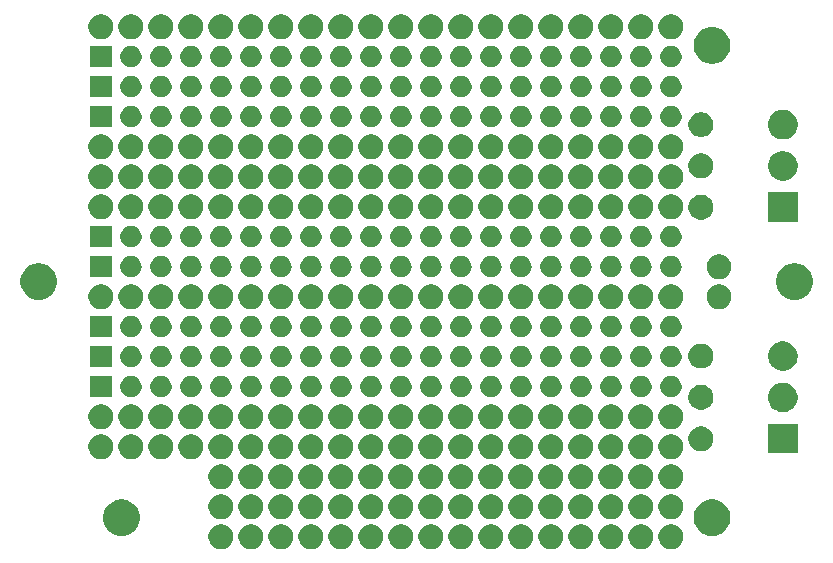
<source format=gbr>
G04 #@! TF.GenerationSoftware,KiCad,Pcbnew,5.1.5+dfsg1-2build2*
G04 #@! TF.CreationDate,2022-02-15T22:10:23-05:00*
G04 #@! TF.ProjectId,MCU_PROTO_83x58mm,4d43555f-5052-44f5-944f-5f3833783538,rev?*
G04 #@! TF.SameCoordinates,Original*
G04 #@! TF.FileFunction,Soldermask,Bot*
G04 #@! TF.FilePolarity,Negative*
%FSLAX46Y46*%
G04 Gerber Fmt 4.6, Leading zero omitted, Abs format (unit mm)*
G04 Created by KiCad (PCBNEW 5.1.5+dfsg1-2build2) date 2022-02-15 22:10:23*
%MOMM*%
%LPD*%
G04 APERTURE LIST*
%ADD10C,0.100000*%
G04 APERTURE END LIST*
D10*
G36*
X151706564Y-145079389D02*
G01*
X151897833Y-145158615D01*
X151897835Y-145158616D01*
X152069973Y-145273635D01*
X152216365Y-145420027D01*
X152262254Y-145488704D01*
X152331385Y-145592167D01*
X152410611Y-145783436D01*
X152451000Y-145986484D01*
X152451000Y-146193516D01*
X152410611Y-146396564D01*
X152331385Y-146587833D01*
X152331384Y-146587835D01*
X152216365Y-146759973D01*
X152069973Y-146906365D01*
X151897835Y-147021384D01*
X151897834Y-147021385D01*
X151897833Y-147021385D01*
X151706564Y-147100611D01*
X151503516Y-147141000D01*
X151296484Y-147141000D01*
X151093436Y-147100611D01*
X150902167Y-147021385D01*
X150902166Y-147021385D01*
X150902165Y-147021384D01*
X150730027Y-146906365D01*
X150583635Y-146759973D01*
X150468616Y-146587835D01*
X150468615Y-146587833D01*
X150389389Y-146396564D01*
X150349000Y-146193516D01*
X150349000Y-145986484D01*
X150389389Y-145783436D01*
X150468615Y-145592167D01*
X150537747Y-145488704D01*
X150583635Y-145420027D01*
X150730027Y-145273635D01*
X150902165Y-145158616D01*
X150902167Y-145158615D01*
X151093436Y-145079389D01*
X151296484Y-145039000D01*
X151503516Y-145039000D01*
X151706564Y-145079389D01*
G37*
G36*
X136466564Y-145079389D02*
G01*
X136657833Y-145158615D01*
X136657835Y-145158616D01*
X136829973Y-145273635D01*
X136976365Y-145420027D01*
X137022254Y-145488704D01*
X137091385Y-145592167D01*
X137170611Y-145783436D01*
X137211000Y-145986484D01*
X137211000Y-146193516D01*
X137170611Y-146396564D01*
X137091385Y-146587833D01*
X137091384Y-146587835D01*
X136976365Y-146759973D01*
X136829973Y-146906365D01*
X136657835Y-147021384D01*
X136657834Y-147021385D01*
X136657833Y-147021385D01*
X136466564Y-147100611D01*
X136263516Y-147141000D01*
X136056484Y-147141000D01*
X135853436Y-147100611D01*
X135662167Y-147021385D01*
X135662166Y-147021385D01*
X135662165Y-147021384D01*
X135490027Y-146906365D01*
X135343635Y-146759973D01*
X135228616Y-146587835D01*
X135228615Y-146587833D01*
X135149389Y-146396564D01*
X135109000Y-146193516D01*
X135109000Y-145986484D01*
X135149389Y-145783436D01*
X135228615Y-145592167D01*
X135297747Y-145488704D01*
X135343635Y-145420027D01*
X135490027Y-145273635D01*
X135662165Y-145158616D01*
X135662167Y-145158615D01*
X135853436Y-145079389D01*
X136056484Y-145039000D01*
X136263516Y-145039000D01*
X136466564Y-145079389D01*
G37*
G36*
X123766564Y-145079389D02*
G01*
X123957833Y-145158615D01*
X123957835Y-145158616D01*
X124129973Y-145273635D01*
X124276365Y-145420027D01*
X124322254Y-145488704D01*
X124391385Y-145592167D01*
X124470611Y-145783436D01*
X124511000Y-145986484D01*
X124511000Y-146193516D01*
X124470611Y-146396564D01*
X124391385Y-146587833D01*
X124391384Y-146587835D01*
X124276365Y-146759973D01*
X124129973Y-146906365D01*
X123957835Y-147021384D01*
X123957834Y-147021385D01*
X123957833Y-147021385D01*
X123766564Y-147100611D01*
X123563516Y-147141000D01*
X123356484Y-147141000D01*
X123153436Y-147100611D01*
X122962167Y-147021385D01*
X122962166Y-147021385D01*
X122962165Y-147021384D01*
X122790027Y-146906365D01*
X122643635Y-146759973D01*
X122528616Y-146587835D01*
X122528615Y-146587833D01*
X122449389Y-146396564D01*
X122409000Y-146193516D01*
X122409000Y-145986484D01*
X122449389Y-145783436D01*
X122528615Y-145592167D01*
X122597747Y-145488704D01*
X122643635Y-145420027D01*
X122790027Y-145273635D01*
X122962165Y-145158616D01*
X122962167Y-145158615D01*
X123153436Y-145079389D01*
X123356484Y-145039000D01*
X123563516Y-145039000D01*
X123766564Y-145079389D01*
G37*
G36*
X121226564Y-145079389D02*
G01*
X121417833Y-145158615D01*
X121417835Y-145158616D01*
X121589973Y-145273635D01*
X121736365Y-145420027D01*
X121782254Y-145488704D01*
X121851385Y-145592167D01*
X121930611Y-145783436D01*
X121971000Y-145986484D01*
X121971000Y-146193516D01*
X121930611Y-146396564D01*
X121851385Y-146587833D01*
X121851384Y-146587835D01*
X121736365Y-146759973D01*
X121589973Y-146906365D01*
X121417835Y-147021384D01*
X121417834Y-147021385D01*
X121417833Y-147021385D01*
X121226564Y-147100611D01*
X121023516Y-147141000D01*
X120816484Y-147141000D01*
X120613436Y-147100611D01*
X120422167Y-147021385D01*
X120422166Y-147021385D01*
X120422165Y-147021384D01*
X120250027Y-146906365D01*
X120103635Y-146759973D01*
X119988616Y-146587835D01*
X119988615Y-146587833D01*
X119909389Y-146396564D01*
X119869000Y-146193516D01*
X119869000Y-145986484D01*
X119909389Y-145783436D01*
X119988615Y-145592167D01*
X120057747Y-145488704D01*
X120103635Y-145420027D01*
X120250027Y-145273635D01*
X120422165Y-145158616D01*
X120422167Y-145158615D01*
X120613436Y-145079389D01*
X120816484Y-145039000D01*
X121023516Y-145039000D01*
X121226564Y-145079389D01*
G37*
G36*
X159326564Y-145079389D02*
G01*
X159517833Y-145158615D01*
X159517835Y-145158616D01*
X159689973Y-145273635D01*
X159836365Y-145420027D01*
X159882254Y-145488704D01*
X159951385Y-145592167D01*
X160030611Y-145783436D01*
X160071000Y-145986484D01*
X160071000Y-146193516D01*
X160030611Y-146396564D01*
X159951385Y-146587833D01*
X159951384Y-146587835D01*
X159836365Y-146759973D01*
X159689973Y-146906365D01*
X159517835Y-147021384D01*
X159517834Y-147021385D01*
X159517833Y-147021385D01*
X159326564Y-147100611D01*
X159123516Y-147141000D01*
X158916484Y-147141000D01*
X158713436Y-147100611D01*
X158522167Y-147021385D01*
X158522166Y-147021385D01*
X158522165Y-147021384D01*
X158350027Y-146906365D01*
X158203635Y-146759973D01*
X158088616Y-146587835D01*
X158088615Y-146587833D01*
X158009389Y-146396564D01*
X157969000Y-146193516D01*
X157969000Y-145986484D01*
X158009389Y-145783436D01*
X158088615Y-145592167D01*
X158157747Y-145488704D01*
X158203635Y-145420027D01*
X158350027Y-145273635D01*
X158522165Y-145158616D01*
X158522167Y-145158615D01*
X158713436Y-145079389D01*
X158916484Y-145039000D01*
X159123516Y-145039000D01*
X159326564Y-145079389D01*
G37*
G36*
X139006564Y-145079389D02*
G01*
X139197833Y-145158615D01*
X139197835Y-145158616D01*
X139369973Y-145273635D01*
X139516365Y-145420027D01*
X139562254Y-145488704D01*
X139631385Y-145592167D01*
X139710611Y-145783436D01*
X139751000Y-145986484D01*
X139751000Y-146193516D01*
X139710611Y-146396564D01*
X139631385Y-146587833D01*
X139631384Y-146587835D01*
X139516365Y-146759973D01*
X139369973Y-146906365D01*
X139197835Y-147021384D01*
X139197834Y-147021385D01*
X139197833Y-147021385D01*
X139006564Y-147100611D01*
X138803516Y-147141000D01*
X138596484Y-147141000D01*
X138393436Y-147100611D01*
X138202167Y-147021385D01*
X138202166Y-147021385D01*
X138202165Y-147021384D01*
X138030027Y-146906365D01*
X137883635Y-146759973D01*
X137768616Y-146587835D01*
X137768615Y-146587833D01*
X137689389Y-146396564D01*
X137649000Y-146193516D01*
X137649000Y-145986484D01*
X137689389Y-145783436D01*
X137768615Y-145592167D01*
X137837747Y-145488704D01*
X137883635Y-145420027D01*
X138030027Y-145273635D01*
X138202165Y-145158616D01*
X138202167Y-145158615D01*
X138393436Y-145079389D01*
X138596484Y-145039000D01*
X138803516Y-145039000D01*
X139006564Y-145079389D01*
G37*
G36*
X146626564Y-145079389D02*
G01*
X146817833Y-145158615D01*
X146817835Y-145158616D01*
X146989973Y-145273635D01*
X147136365Y-145420027D01*
X147182254Y-145488704D01*
X147251385Y-145592167D01*
X147330611Y-145783436D01*
X147371000Y-145986484D01*
X147371000Y-146193516D01*
X147330611Y-146396564D01*
X147251385Y-146587833D01*
X147251384Y-146587835D01*
X147136365Y-146759973D01*
X146989973Y-146906365D01*
X146817835Y-147021384D01*
X146817834Y-147021385D01*
X146817833Y-147021385D01*
X146626564Y-147100611D01*
X146423516Y-147141000D01*
X146216484Y-147141000D01*
X146013436Y-147100611D01*
X145822167Y-147021385D01*
X145822166Y-147021385D01*
X145822165Y-147021384D01*
X145650027Y-146906365D01*
X145503635Y-146759973D01*
X145388616Y-146587835D01*
X145388615Y-146587833D01*
X145309389Y-146396564D01*
X145269000Y-146193516D01*
X145269000Y-145986484D01*
X145309389Y-145783436D01*
X145388615Y-145592167D01*
X145457747Y-145488704D01*
X145503635Y-145420027D01*
X145650027Y-145273635D01*
X145822165Y-145158616D01*
X145822167Y-145158615D01*
X146013436Y-145079389D01*
X146216484Y-145039000D01*
X146423516Y-145039000D01*
X146626564Y-145079389D01*
G37*
G36*
X141546564Y-145079389D02*
G01*
X141737833Y-145158615D01*
X141737835Y-145158616D01*
X141909973Y-145273635D01*
X142056365Y-145420027D01*
X142102254Y-145488704D01*
X142171385Y-145592167D01*
X142250611Y-145783436D01*
X142291000Y-145986484D01*
X142291000Y-146193516D01*
X142250611Y-146396564D01*
X142171385Y-146587833D01*
X142171384Y-146587835D01*
X142056365Y-146759973D01*
X141909973Y-146906365D01*
X141737835Y-147021384D01*
X141737834Y-147021385D01*
X141737833Y-147021385D01*
X141546564Y-147100611D01*
X141343516Y-147141000D01*
X141136484Y-147141000D01*
X140933436Y-147100611D01*
X140742167Y-147021385D01*
X140742166Y-147021385D01*
X140742165Y-147021384D01*
X140570027Y-146906365D01*
X140423635Y-146759973D01*
X140308616Y-146587835D01*
X140308615Y-146587833D01*
X140229389Y-146396564D01*
X140189000Y-146193516D01*
X140189000Y-145986484D01*
X140229389Y-145783436D01*
X140308615Y-145592167D01*
X140377747Y-145488704D01*
X140423635Y-145420027D01*
X140570027Y-145273635D01*
X140742165Y-145158616D01*
X140742167Y-145158615D01*
X140933436Y-145079389D01*
X141136484Y-145039000D01*
X141343516Y-145039000D01*
X141546564Y-145079389D01*
G37*
G36*
X156786564Y-145079389D02*
G01*
X156977833Y-145158615D01*
X156977835Y-145158616D01*
X157149973Y-145273635D01*
X157296365Y-145420027D01*
X157342254Y-145488704D01*
X157411385Y-145592167D01*
X157490611Y-145783436D01*
X157531000Y-145986484D01*
X157531000Y-146193516D01*
X157490611Y-146396564D01*
X157411385Y-146587833D01*
X157411384Y-146587835D01*
X157296365Y-146759973D01*
X157149973Y-146906365D01*
X156977835Y-147021384D01*
X156977834Y-147021385D01*
X156977833Y-147021385D01*
X156786564Y-147100611D01*
X156583516Y-147141000D01*
X156376484Y-147141000D01*
X156173436Y-147100611D01*
X155982167Y-147021385D01*
X155982166Y-147021385D01*
X155982165Y-147021384D01*
X155810027Y-146906365D01*
X155663635Y-146759973D01*
X155548616Y-146587835D01*
X155548615Y-146587833D01*
X155469389Y-146396564D01*
X155429000Y-146193516D01*
X155429000Y-145986484D01*
X155469389Y-145783436D01*
X155548615Y-145592167D01*
X155617747Y-145488704D01*
X155663635Y-145420027D01*
X155810027Y-145273635D01*
X155982165Y-145158616D01*
X155982167Y-145158615D01*
X156173436Y-145079389D01*
X156376484Y-145039000D01*
X156583516Y-145039000D01*
X156786564Y-145079389D01*
G37*
G36*
X131386564Y-145079389D02*
G01*
X131577833Y-145158615D01*
X131577835Y-145158616D01*
X131749973Y-145273635D01*
X131896365Y-145420027D01*
X131942254Y-145488704D01*
X132011385Y-145592167D01*
X132090611Y-145783436D01*
X132131000Y-145986484D01*
X132131000Y-146193516D01*
X132090611Y-146396564D01*
X132011385Y-146587833D01*
X132011384Y-146587835D01*
X131896365Y-146759973D01*
X131749973Y-146906365D01*
X131577835Y-147021384D01*
X131577834Y-147021385D01*
X131577833Y-147021385D01*
X131386564Y-147100611D01*
X131183516Y-147141000D01*
X130976484Y-147141000D01*
X130773436Y-147100611D01*
X130582167Y-147021385D01*
X130582166Y-147021385D01*
X130582165Y-147021384D01*
X130410027Y-146906365D01*
X130263635Y-146759973D01*
X130148616Y-146587835D01*
X130148615Y-146587833D01*
X130069389Y-146396564D01*
X130029000Y-146193516D01*
X130029000Y-145986484D01*
X130069389Y-145783436D01*
X130148615Y-145592167D01*
X130217747Y-145488704D01*
X130263635Y-145420027D01*
X130410027Y-145273635D01*
X130582165Y-145158616D01*
X130582167Y-145158615D01*
X130773436Y-145079389D01*
X130976484Y-145039000D01*
X131183516Y-145039000D01*
X131386564Y-145079389D01*
G37*
G36*
X128846564Y-145079389D02*
G01*
X129037833Y-145158615D01*
X129037835Y-145158616D01*
X129209973Y-145273635D01*
X129356365Y-145420027D01*
X129402254Y-145488704D01*
X129471385Y-145592167D01*
X129550611Y-145783436D01*
X129591000Y-145986484D01*
X129591000Y-146193516D01*
X129550611Y-146396564D01*
X129471385Y-146587833D01*
X129471384Y-146587835D01*
X129356365Y-146759973D01*
X129209973Y-146906365D01*
X129037835Y-147021384D01*
X129037834Y-147021385D01*
X129037833Y-147021385D01*
X128846564Y-147100611D01*
X128643516Y-147141000D01*
X128436484Y-147141000D01*
X128233436Y-147100611D01*
X128042167Y-147021385D01*
X128042166Y-147021385D01*
X128042165Y-147021384D01*
X127870027Y-146906365D01*
X127723635Y-146759973D01*
X127608616Y-146587835D01*
X127608615Y-146587833D01*
X127529389Y-146396564D01*
X127489000Y-146193516D01*
X127489000Y-145986484D01*
X127529389Y-145783436D01*
X127608615Y-145592167D01*
X127677747Y-145488704D01*
X127723635Y-145420027D01*
X127870027Y-145273635D01*
X128042165Y-145158616D01*
X128042167Y-145158615D01*
X128233436Y-145079389D01*
X128436484Y-145039000D01*
X128643516Y-145039000D01*
X128846564Y-145079389D01*
G37*
G36*
X126306564Y-145079389D02*
G01*
X126497833Y-145158615D01*
X126497835Y-145158616D01*
X126669973Y-145273635D01*
X126816365Y-145420027D01*
X126862254Y-145488704D01*
X126931385Y-145592167D01*
X127010611Y-145783436D01*
X127051000Y-145986484D01*
X127051000Y-146193516D01*
X127010611Y-146396564D01*
X126931385Y-146587833D01*
X126931384Y-146587835D01*
X126816365Y-146759973D01*
X126669973Y-146906365D01*
X126497835Y-147021384D01*
X126497834Y-147021385D01*
X126497833Y-147021385D01*
X126306564Y-147100611D01*
X126103516Y-147141000D01*
X125896484Y-147141000D01*
X125693436Y-147100611D01*
X125502167Y-147021385D01*
X125502166Y-147021385D01*
X125502165Y-147021384D01*
X125330027Y-146906365D01*
X125183635Y-146759973D01*
X125068616Y-146587835D01*
X125068615Y-146587833D01*
X124989389Y-146396564D01*
X124949000Y-146193516D01*
X124949000Y-145986484D01*
X124989389Y-145783436D01*
X125068615Y-145592167D01*
X125137747Y-145488704D01*
X125183635Y-145420027D01*
X125330027Y-145273635D01*
X125502165Y-145158616D01*
X125502167Y-145158615D01*
X125693436Y-145079389D01*
X125896484Y-145039000D01*
X126103516Y-145039000D01*
X126306564Y-145079389D01*
G37*
G36*
X144086564Y-145079389D02*
G01*
X144277833Y-145158615D01*
X144277835Y-145158616D01*
X144449973Y-145273635D01*
X144596365Y-145420027D01*
X144642254Y-145488704D01*
X144711385Y-145592167D01*
X144790611Y-145783436D01*
X144831000Y-145986484D01*
X144831000Y-146193516D01*
X144790611Y-146396564D01*
X144711385Y-146587833D01*
X144711384Y-146587835D01*
X144596365Y-146759973D01*
X144449973Y-146906365D01*
X144277835Y-147021384D01*
X144277834Y-147021385D01*
X144277833Y-147021385D01*
X144086564Y-147100611D01*
X143883516Y-147141000D01*
X143676484Y-147141000D01*
X143473436Y-147100611D01*
X143282167Y-147021385D01*
X143282166Y-147021385D01*
X143282165Y-147021384D01*
X143110027Y-146906365D01*
X142963635Y-146759973D01*
X142848616Y-146587835D01*
X142848615Y-146587833D01*
X142769389Y-146396564D01*
X142729000Y-146193516D01*
X142729000Y-145986484D01*
X142769389Y-145783436D01*
X142848615Y-145592167D01*
X142917747Y-145488704D01*
X142963635Y-145420027D01*
X143110027Y-145273635D01*
X143282165Y-145158616D01*
X143282167Y-145158615D01*
X143473436Y-145079389D01*
X143676484Y-145039000D01*
X143883516Y-145039000D01*
X144086564Y-145079389D01*
G37*
G36*
X149166564Y-145079389D02*
G01*
X149357833Y-145158615D01*
X149357835Y-145158616D01*
X149529973Y-145273635D01*
X149676365Y-145420027D01*
X149722254Y-145488704D01*
X149791385Y-145592167D01*
X149870611Y-145783436D01*
X149911000Y-145986484D01*
X149911000Y-146193516D01*
X149870611Y-146396564D01*
X149791385Y-146587833D01*
X149791384Y-146587835D01*
X149676365Y-146759973D01*
X149529973Y-146906365D01*
X149357835Y-147021384D01*
X149357834Y-147021385D01*
X149357833Y-147021385D01*
X149166564Y-147100611D01*
X148963516Y-147141000D01*
X148756484Y-147141000D01*
X148553436Y-147100611D01*
X148362167Y-147021385D01*
X148362166Y-147021385D01*
X148362165Y-147021384D01*
X148190027Y-146906365D01*
X148043635Y-146759973D01*
X147928616Y-146587835D01*
X147928615Y-146587833D01*
X147849389Y-146396564D01*
X147809000Y-146193516D01*
X147809000Y-145986484D01*
X147849389Y-145783436D01*
X147928615Y-145592167D01*
X147997747Y-145488704D01*
X148043635Y-145420027D01*
X148190027Y-145273635D01*
X148362165Y-145158616D01*
X148362167Y-145158615D01*
X148553436Y-145079389D01*
X148756484Y-145039000D01*
X148963516Y-145039000D01*
X149166564Y-145079389D01*
G37*
G36*
X154246564Y-145079389D02*
G01*
X154437833Y-145158615D01*
X154437835Y-145158616D01*
X154609973Y-145273635D01*
X154756365Y-145420027D01*
X154802254Y-145488704D01*
X154871385Y-145592167D01*
X154950611Y-145783436D01*
X154991000Y-145986484D01*
X154991000Y-146193516D01*
X154950611Y-146396564D01*
X154871385Y-146587833D01*
X154871384Y-146587835D01*
X154756365Y-146759973D01*
X154609973Y-146906365D01*
X154437835Y-147021384D01*
X154437834Y-147021385D01*
X154437833Y-147021385D01*
X154246564Y-147100611D01*
X154043516Y-147141000D01*
X153836484Y-147141000D01*
X153633436Y-147100611D01*
X153442167Y-147021385D01*
X153442166Y-147021385D01*
X153442165Y-147021384D01*
X153270027Y-146906365D01*
X153123635Y-146759973D01*
X153008616Y-146587835D01*
X153008615Y-146587833D01*
X152929389Y-146396564D01*
X152889000Y-146193516D01*
X152889000Y-145986484D01*
X152929389Y-145783436D01*
X153008615Y-145592167D01*
X153077747Y-145488704D01*
X153123635Y-145420027D01*
X153270027Y-145273635D01*
X153442165Y-145158616D01*
X153442167Y-145158615D01*
X153633436Y-145079389D01*
X153836484Y-145039000D01*
X154043516Y-145039000D01*
X154246564Y-145079389D01*
G37*
G36*
X133926564Y-145079389D02*
G01*
X134117833Y-145158615D01*
X134117835Y-145158616D01*
X134289973Y-145273635D01*
X134436365Y-145420027D01*
X134482254Y-145488704D01*
X134551385Y-145592167D01*
X134630611Y-145783436D01*
X134671000Y-145986484D01*
X134671000Y-146193516D01*
X134630611Y-146396564D01*
X134551385Y-146587833D01*
X134551384Y-146587835D01*
X134436365Y-146759973D01*
X134289973Y-146906365D01*
X134117835Y-147021384D01*
X134117834Y-147021385D01*
X134117833Y-147021385D01*
X133926564Y-147100611D01*
X133723516Y-147141000D01*
X133516484Y-147141000D01*
X133313436Y-147100611D01*
X133122167Y-147021385D01*
X133122166Y-147021385D01*
X133122165Y-147021384D01*
X132950027Y-146906365D01*
X132803635Y-146759973D01*
X132688616Y-146587835D01*
X132688615Y-146587833D01*
X132609389Y-146396564D01*
X132569000Y-146193516D01*
X132569000Y-145986484D01*
X132609389Y-145783436D01*
X132688615Y-145592167D01*
X132757747Y-145488704D01*
X132803635Y-145420027D01*
X132950027Y-145273635D01*
X133122165Y-145158616D01*
X133122167Y-145158615D01*
X133313436Y-145079389D01*
X133516484Y-145039000D01*
X133723516Y-145039000D01*
X133926564Y-145079389D01*
G37*
G36*
X162802585Y-142978802D02*
G01*
X162952410Y-143008604D01*
X163234674Y-143125521D01*
X163488705Y-143295259D01*
X163704741Y-143511295D01*
X163874479Y-143765326D01*
X163991396Y-144047590D01*
X164051000Y-144347240D01*
X164051000Y-144652760D01*
X163991396Y-144952410D01*
X163874479Y-145234674D01*
X163704741Y-145488705D01*
X163488705Y-145704741D01*
X163234674Y-145874479D01*
X162952410Y-145991396D01*
X162802585Y-146021198D01*
X162652761Y-146051000D01*
X162347239Y-146051000D01*
X162197415Y-146021198D01*
X162047590Y-145991396D01*
X161765326Y-145874479D01*
X161511295Y-145704741D01*
X161295259Y-145488705D01*
X161125521Y-145234674D01*
X161008604Y-144952410D01*
X160949000Y-144652760D01*
X160949000Y-144347240D01*
X161008604Y-144047590D01*
X161125521Y-143765326D01*
X161295259Y-143511295D01*
X161511295Y-143295259D01*
X161765326Y-143125521D01*
X162047590Y-143008604D01*
X162197415Y-142978802D01*
X162347239Y-142949000D01*
X162652761Y-142949000D01*
X162802585Y-142978802D01*
G37*
G36*
X112802585Y-142978802D02*
G01*
X112952410Y-143008604D01*
X113234674Y-143125521D01*
X113488705Y-143295259D01*
X113704741Y-143511295D01*
X113874479Y-143765326D01*
X113991396Y-144047590D01*
X114051000Y-144347240D01*
X114051000Y-144652760D01*
X113991396Y-144952410D01*
X113874479Y-145234674D01*
X113704741Y-145488705D01*
X113488705Y-145704741D01*
X113234674Y-145874479D01*
X112952410Y-145991396D01*
X112802585Y-146021198D01*
X112652761Y-146051000D01*
X112347239Y-146051000D01*
X112197415Y-146021198D01*
X112047590Y-145991396D01*
X111765326Y-145874479D01*
X111511295Y-145704741D01*
X111295259Y-145488705D01*
X111125521Y-145234674D01*
X111008604Y-144952410D01*
X110949000Y-144652760D01*
X110949000Y-144347240D01*
X111008604Y-144047590D01*
X111125521Y-143765326D01*
X111295259Y-143511295D01*
X111511295Y-143295259D01*
X111765326Y-143125521D01*
X112047590Y-143008604D01*
X112197415Y-142978802D01*
X112347239Y-142949000D01*
X112652761Y-142949000D01*
X112802585Y-142978802D01*
G37*
G36*
X146626564Y-142539389D02*
G01*
X146817833Y-142618615D01*
X146817835Y-142618616D01*
X146989973Y-142733635D01*
X147136365Y-142880027D01*
X147251385Y-143052167D01*
X147330611Y-143243436D01*
X147371000Y-143446484D01*
X147371000Y-143653516D01*
X147330611Y-143856564D01*
X147251485Y-144047591D01*
X147251384Y-144047835D01*
X147136365Y-144219973D01*
X146989973Y-144366365D01*
X146817835Y-144481384D01*
X146817834Y-144481385D01*
X146817833Y-144481385D01*
X146626564Y-144560611D01*
X146423516Y-144601000D01*
X146216484Y-144601000D01*
X146013436Y-144560611D01*
X145822167Y-144481385D01*
X145822166Y-144481385D01*
X145822165Y-144481384D01*
X145650027Y-144366365D01*
X145503635Y-144219973D01*
X145388616Y-144047835D01*
X145388515Y-144047591D01*
X145309389Y-143856564D01*
X145269000Y-143653516D01*
X145269000Y-143446484D01*
X145309389Y-143243436D01*
X145388615Y-143052167D01*
X145503635Y-142880027D01*
X145650027Y-142733635D01*
X145822165Y-142618616D01*
X145822167Y-142618615D01*
X146013436Y-142539389D01*
X146216484Y-142499000D01*
X146423516Y-142499000D01*
X146626564Y-142539389D01*
G37*
G36*
X154246564Y-142539389D02*
G01*
X154437833Y-142618615D01*
X154437835Y-142618616D01*
X154609973Y-142733635D01*
X154756365Y-142880027D01*
X154871385Y-143052167D01*
X154950611Y-143243436D01*
X154991000Y-143446484D01*
X154991000Y-143653516D01*
X154950611Y-143856564D01*
X154871485Y-144047591D01*
X154871384Y-144047835D01*
X154756365Y-144219973D01*
X154609973Y-144366365D01*
X154437835Y-144481384D01*
X154437834Y-144481385D01*
X154437833Y-144481385D01*
X154246564Y-144560611D01*
X154043516Y-144601000D01*
X153836484Y-144601000D01*
X153633436Y-144560611D01*
X153442167Y-144481385D01*
X153442166Y-144481385D01*
X153442165Y-144481384D01*
X153270027Y-144366365D01*
X153123635Y-144219973D01*
X153008616Y-144047835D01*
X153008515Y-144047591D01*
X152929389Y-143856564D01*
X152889000Y-143653516D01*
X152889000Y-143446484D01*
X152929389Y-143243436D01*
X153008615Y-143052167D01*
X153123635Y-142880027D01*
X153270027Y-142733635D01*
X153442165Y-142618616D01*
X153442167Y-142618615D01*
X153633436Y-142539389D01*
X153836484Y-142499000D01*
X154043516Y-142499000D01*
X154246564Y-142539389D01*
G37*
G36*
X151706564Y-142539389D02*
G01*
X151897833Y-142618615D01*
X151897835Y-142618616D01*
X152069973Y-142733635D01*
X152216365Y-142880027D01*
X152331385Y-143052167D01*
X152410611Y-143243436D01*
X152451000Y-143446484D01*
X152451000Y-143653516D01*
X152410611Y-143856564D01*
X152331485Y-144047591D01*
X152331384Y-144047835D01*
X152216365Y-144219973D01*
X152069973Y-144366365D01*
X151897835Y-144481384D01*
X151897834Y-144481385D01*
X151897833Y-144481385D01*
X151706564Y-144560611D01*
X151503516Y-144601000D01*
X151296484Y-144601000D01*
X151093436Y-144560611D01*
X150902167Y-144481385D01*
X150902166Y-144481385D01*
X150902165Y-144481384D01*
X150730027Y-144366365D01*
X150583635Y-144219973D01*
X150468616Y-144047835D01*
X150468515Y-144047591D01*
X150389389Y-143856564D01*
X150349000Y-143653516D01*
X150349000Y-143446484D01*
X150389389Y-143243436D01*
X150468615Y-143052167D01*
X150583635Y-142880027D01*
X150730027Y-142733635D01*
X150902165Y-142618616D01*
X150902167Y-142618615D01*
X151093436Y-142539389D01*
X151296484Y-142499000D01*
X151503516Y-142499000D01*
X151706564Y-142539389D01*
G37*
G36*
X149166564Y-142539389D02*
G01*
X149357833Y-142618615D01*
X149357835Y-142618616D01*
X149529973Y-142733635D01*
X149676365Y-142880027D01*
X149791385Y-143052167D01*
X149870611Y-143243436D01*
X149911000Y-143446484D01*
X149911000Y-143653516D01*
X149870611Y-143856564D01*
X149791485Y-144047591D01*
X149791384Y-144047835D01*
X149676365Y-144219973D01*
X149529973Y-144366365D01*
X149357835Y-144481384D01*
X149357834Y-144481385D01*
X149357833Y-144481385D01*
X149166564Y-144560611D01*
X148963516Y-144601000D01*
X148756484Y-144601000D01*
X148553436Y-144560611D01*
X148362167Y-144481385D01*
X148362166Y-144481385D01*
X148362165Y-144481384D01*
X148190027Y-144366365D01*
X148043635Y-144219973D01*
X147928616Y-144047835D01*
X147928515Y-144047591D01*
X147849389Y-143856564D01*
X147809000Y-143653516D01*
X147809000Y-143446484D01*
X147849389Y-143243436D01*
X147928615Y-143052167D01*
X148043635Y-142880027D01*
X148190027Y-142733635D01*
X148362165Y-142618616D01*
X148362167Y-142618615D01*
X148553436Y-142539389D01*
X148756484Y-142499000D01*
X148963516Y-142499000D01*
X149166564Y-142539389D01*
G37*
G36*
X144086564Y-142539389D02*
G01*
X144277833Y-142618615D01*
X144277835Y-142618616D01*
X144449973Y-142733635D01*
X144596365Y-142880027D01*
X144711385Y-143052167D01*
X144790611Y-143243436D01*
X144831000Y-143446484D01*
X144831000Y-143653516D01*
X144790611Y-143856564D01*
X144711485Y-144047591D01*
X144711384Y-144047835D01*
X144596365Y-144219973D01*
X144449973Y-144366365D01*
X144277835Y-144481384D01*
X144277834Y-144481385D01*
X144277833Y-144481385D01*
X144086564Y-144560611D01*
X143883516Y-144601000D01*
X143676484Y-144601000D01*
X143473436Y-144560611D01*
X143282167Y-144481385D01*
X143282166Y-144481385D01*
X143282165Y-144481384D01*
X143110027Y-144366365D01*
X142963635Y-144219973D01*
X142848616Y-144047835D01*
X142848515Y-144047591D01*
X142769389Y-143856564D01*
X142729000Y-143653516D01*
X142729000Y-143446484D01*
X142769389Y-143243436D01*
X142848615Y-143052167D01*
X142963635Y-142880027D01*
X143110027Y-142733635D01*
X143282165Y-142618616D01*
X143282167Y-142618615D01*
X143473436Y-142539389D01*
X143676484Y-142499000D01*
X143883516Y-142499000D01*
X144086564Y-142539389D01*
G37*
G36*
X141546564Y-142539389D02*
G01*
X141737833Y-142618615D01*
X141737835Y-142618616D01*
X141909973Y-142733635D01*
X142056365Y-142880027D01*
X142171385Y-143052167D01*
X142250611Y-143243436D01*
X142291000Y-143446484D01*
X142291000Y-143653516D01*
X142250611Y-143856564D01*
X142171485Y-144047591D01*
X142171384Y-144047835D01*
X142056365Y-144219973D01*
X141909973Y-144366365D01*
X141737835Y-144481384D01*
X141737834Y-144481385D01*
X141737833Y-144481385D01*
X141546564Y-144560611D01*
X141343516Y-144601000D01*
X141136484Y-144601000D01*
X140933436Y-144560611D01*
X140742167Y-144481385D01*
X140742166Y-144481385D01*
X140742165Y-144481384D01*
X140570027Y-144366365D01*
X140423635Y-144219973D01*
X140308616Y-144047835D01*
X140308515Y-144047591D01*
X140229389Y-143856564D01*
X140189000Y-143653516D01*
X140189000Y-143446484D01*
X140229389Y-143243436D01*
X140308615Y-143052167D01*
X140423635Y-142880027D01*
X140570027Y-142733635D01*
X140742165Y-142618616D01*
X140742167Y-142618615D01*
X140933436Y-142539389D01*
X141136484Y-142499000D01*
X141343516Y-142499000D01*
X141546564Y-142539389D01*
G37*
G36*
X159326564Y-142539389D02*
G01*
X159517833Y-142618615D01*
X159517835Y-142618616D01*
X159689973Y-142733635D01*
X159836365Y-142880027D01*
X159951385Y-143052167D01*
X160030611Y-143243436D01*
X160071000Y-143446484D01*
X160071000Y-143653516D01*
X160030611Y-143856564D01*
X159951485Y-144047591D01*
X159951384Y-144047835D01*
X159836365Y-144219973D01*
X159689973Y-144366365D01*
X159517835Y-144481384D01*
X159517834Y-144481385D01*
X159517833Y-144481385D01*
X159326564Y-144560611D01*
X159123516Y-144601000D01*
X158916484Y-144601000D01*
X158713436Y-144560611D01*
X158522167Y-144481385D01*
X158522166Y-144481385D01*
X158522165Y-144481384D01*
X158350027Y-144366365D01*
X158203635Y-144219973D01*
X158088616Y-144047835D01*
X158088515Y-144047591D01*
X158009389Y-143856564D01*
X157969000Y-143653516D01*
X157969000Y-143446484D01*
X158009389Y-143243436D01*
X158088615Y-143052167D01*
X158203635Y-142880027D01*
X158350027Y-142733635D01*
X158522165Y-142618616D01*
X158522167Y-142618615D01*
X158713436Y-142539389D01*
X158916484Y-142499000D01*
X159123516Y-142499000D01*
X159326564Y-142539389D01*
G37*
G36*
X136466564Y-142539389D02*
G01*
X136657833Y-142618615D01*
X136657835Y-142618616D01*
X136829973Y-142733635D01*
X136976365Y-142880027D01*
X137091385Y-143052167D01*
X137170611Y-143243436D01*
X137211000Y-143446484D01*
X137211000Y-143653516D01*
X137170611Y-143856564D01*
X137091485Y-144047591D01*
X137091384Y-144047835D01*
X136976365Y-144219973D01*
X136829973Y-144366365D01*
X136657835Y-144481384D01*
X136657834Y-144481385D01*
X136657833Y-144481385D01*
X136466564Y-144560611D01*
X136263516Y-144601000D01*
X136056484Y-144601000D01*
X135853436Y-144560611D01*
X135662167Y-144481385D01*
X135662166Y-144481385D01*
X135662165Y-144481384D01*
X135490027Y-144366365D01*
X135343635Y-144219973D01*
X135228616Y-144047835D01*
X135228515Y-144047591D01*
X135149389Y-143856564D01*
X135109000Y-143653516D01*
X135109000Y-143446484D01*
X135149389Y-143243436D01*
X135228615Y-143052167D01*
X135343635Y-142880027D01*
X135490027Y-142733635D01*
X135662165Y-142618616D01*
X135662167Y-142618615D01*
X135853436Y-142539389D01*
X136056484Y-142499000D01*
X136263516Y-142499000D01*
X136466564Y-142539389D01*
G37*
G36*
X131386564Y-142539389D02*
G01*
X131577833Y-142618615D01*
X131577835Y-142618616D01*
X131749973Y-142733635D01*
X131896365Y-142880027D01*
X132011385Y-143052167D01*
X132090611Y-143243436D01*
X132131000Y-143446484D01*
X132131000Y-143653516D01*
X132090611Y-143856564D01*
X132011485Y-144047591D01*
X132011384Y-144047835D01*
X131896365Y-144219973D01*
X131749973Y-144366365D01*
X131577835Y-144481384D01*
X131577834Y-144481385D01*
X131577833Y-144481385D01*
X131386564Y-144560611D01*
X131183516Y-144601000D01*
X130976484Y-144601000D01*
X130773436Y-144560611D01*
X130582167Y-144481385D01*
X130582166Y-144481385D01*
X130582165Y-144481384D01*
X130410027Y-144366365D01*
X130263635Y-144219973D01*
X130148616Y-144047835D01*
X130148515Y-144047591D01*
X130069389Y-143856564D01*
X130029000Y-143653516D01*
X130029000Y-143446484D01*
X130069389Y-143243436D01*
X130148615Y-143052167D01*
X130263635Y-142880027D01*
X130410027Y-142733635D01*
X130582165Y-142618616D01*
X130582167Y-142618615D01*
X130773436Y-142539389D01*
X130976484Y-142499000D01*
X131183516Y-142499000D01*
X131386564Y-142539389D01*
G37*
G36*
X128846564Y-142539389D02*
G01*
X129037833Y-142618615D01*
X129037835Y-142618616D01*
X129209973Y-142733635D01*
X129356365Y-142880027D01*
X129471385Y-143052167D01*
X129550611Y-143243436D01*
X129591000Y-143446484D01*
X129591000Y-143653516D01*
X129550611Y-143856564D01*
X129471485Y-144047591D01*
X129471384Y-144047835D01*
X129356365Y-144219973D01*
X129209973Y-144366365D01*
X129037835Y-144481384D01*
X129037834Y-144481385D01*
X129037833Y-144481385D01*
X128846564Y-144560611D01*
X128643516Y-144601000D01*
X128436484Y-144601000D01*
X128233436Y-144560611D01*
X128042167Y-144481385D01*
X128042166Y-144481385D01*
X128042165Y-144481384D01*
X127870027Y-144366365D01*
X127723635Y-144219973D01*
X127608616Y-144047835D01*
X127608515Y-144047591D01*
X127529389Y-143856564D01*
X127489000Y-143653516D01*
X127489000Y-143446484D01*
X127529389Y-143243436D01*
X127608615Y-143052167D01*
X127723635Y-142880027D01*
X127870027Y-142733635D01*
X128042165Y-142618616D01*
X128042167Y-142618615D01*
X128233436Y-142539389D01*
X128436484Y-142499000D01*
X128643516Y-142499000D01*
X128846564Y-142539389D01*
G37*
G36*
X126306564Y-142539389D02*
G01*
X126497833Y-142618615D01*
X126497835Y-142618616D01*
X126669973Y-142733635D01*
X126816365Y-142880027D01*
X126931385Y-143052167D01*
X127010611Y-143243436D01*
X127051000Y-143446484D01*
X127051000Y-143653516D01*
X127010611Y-143856564D01*
X126931485Y-144047591D01*
X126931384Y-144047835D01*
X126816365Y-144219973D01*
X126669973Y-144366365D01*
X126497835Y-144481384D01*
X126497834Y-144481385D01*
X126497833Y-144481385D01*
X126306564Y-144560611D01*
X126103516Y-144601000D01*
X125896484Y-144601000D01*
X125693436Y-144560611D01*
X125502167Y-144481385D01*
X125502166Y-144481385D01*
X125502165Y-144481384D01*
X125330027Y-144366365D01*
X125183635Y-144219973D01*
X125068616Y-144047835D01*
X125068515Y-144047591D01*
X124989389Y-143856564D01*
X124949000Y-143653516D01*
X124949000Y-143446484D01*
X124989389Y-143243436D01*
X125068615Y-143052167D01*
X125183635Y-142880027D01*
X125330027Y-142733635D01*
X125502165Y-142618616D01*
X125502167Y-142618615D01*
X125693436Y-142539389D01*
X125896484Y-142499000D01*
X126103516Y-142499000D01*
X126306564Y-142539389D01*
G37*
G36*
X139006564Y-142539389D02*
G01*
X139197833Y-142618615D01*
X139197835Y-142618616D01*
X139369973Y-142733635D01*
X139516365Y-142880027D01*
X139631385Y-143052167D01*
X139710611Y-143243436D01*
X139751000Y-143446484D01*
X139751000Y-143653516D01*
X139710611Y-143856564D01*
X139631485Y-144047591D01*
X139631384Y-144047835D01*
X139516365Y-144219973D01*
X139369973Y-144366365D01*
X139197835Y-144481384D01*
X139197834Y-144481385D01*
X139197833Y-144481385D01*
X139006564Y-144560611D01*
X138803516Y-144601000D01*
X138596484Y-144601000D01*
X138393436Y-144560611D01*
X138202167Y-144481385D01*
X138202166Y-144481385D01*
X138202165Y-144481384D01*
X138030027Y-144366365D01*
X137883635Y-144219973D01*
X137768616Y-144047835D01*
X137768515Y-144047591D01*
X137689389Y-143856564D01*
X137649000Y-143653516D01*
X137649000Y-143446484D01*
X137689389Y-143243436D01*
X137768615Y-143052167D01*
X137883635Y-142880027D01*
X138030027Y-142733635D01*
X138202165Y-142618616D01*
X138202167Y-142618615D01*
X138393436Y-142539389D01*
X138596484Y-142499000D01*
X138803516Y-142499000D01*
X139006564Y-142539389D01*
G37*
G36*
X123766564Y-142539389D02*
G01*
X123957833Y-142618615D01*
X123957835Y-142618616D01*
X124129973Y-142733635D01*
X124276365Y-142880027D01*
X124391385Y-143052167D01*
X124470611Y-143243436D01*
X124511000Y-143446484D01*
X124511000Y-143653516D01*
X124470611Y-143856564D01*
X124391485Y-144047591D01*
X124391384Y-144047835D01*
X124276365Y-144219973D01*
X124129973Y-144366365D01*
X123957835Y-144481384D01*
X123957834Y-144481385D01*
X123957833Y-144481385D01*
X123766564Y-144560611D01*
X123563516Y-144601000D01*
X123356484Y-144601000D01*
X123153436Y-144560611D01*
X122962167Y-144481385D01*
X122962166Y-144481385D01*
X122962165Y-144481384D01*
X122790027Y-144366365D01*
X122643635Y-144219973D01*
X122528616Y-144047835D01*
X122528515Y-144047591D01*
X122449389Y-143856564D01*
X122409000Y-143653516D01*
X122409000Y-143446484D01*
X122449389Y-143243436D01*
X122528615Y-143052167D01*
X122643635Y-142880027D01*
X122790027Y-142733635D01*
X122962165Y-142618616D01*
X122962167Y-142618615D01*
X123153436Y-142539389D01*
X123356484Y-142499000D01*
X123563516Y-142499000D01*
X123766564Y-142539389D01*
G37*
G36*
X121226564Y-142539389D02*
G01*
X121417833Y-142618615D01*
X121417835Y-142618616D01*
X121589973Y-142733635D01*
X121736365Y-142880027D01*
X121851385Y-143052167D01*
X121930611Y-143243436D01*
X121971000Y-143446484D01*
X121971000Y-143653516D01*
X121930611Y-143856564D01*
X121851485Y-144047591D01*
X121851384Y-144047835D01*
X121736365Y-144219973D01*
X121589973Y-144366365D01*
X121417835Y-144481384D01*
X121417834Y-144481385D01*
X121417833Y-144481385D01*
X121226564Y-144560611D01*
X121023516Y-144601000D01*
X120816484Y-144601000D01*
X120613436Y-144560611D01*
X120422167Y-144481385D01*
X120422166Y-144481385D01*
X120422165Y-144481384D01*
X120250027Y-144366365D01*
X120103635Y-144219973D01*
X119988616Y-144047835D01*
X119988515Y-144047591D01*
X119909389Y-143856564D01*
X119869000Y-143653516D01*
X119869000Y-143446484D01*
X119909389Y-143243436D01*
X119988615Y-143052167D01*
X120103635Y-142880027D01*
X120250027Y-142733635D01*
X120422165Y-142618616D01*
X120422167Y-142618615D01*
X120613436Y-142539389D01*
X120816484Y-142499000D01*
X121023516Y-142499000D01*
X121226564Y-142539389D01*
G37*
G36*
X156786564Y-142539389D02*
G01*
X156977833Y-142618615D01*
X156977835Y-142618616D01*
X157149973Y-142733635D01*
X157296365Y-142880027D01*
X157411385Y-143052167D01*
X157490611Y-143243436D01*
X157531000Y-143446484D01*
X157531000Y-143653516D01*
X157490611Y-143856564D01*
X157411485Y-144047591D01*
X157411384Y-144047835D01*
X157296365Y-144219973D01*
X157149973Y-144366365D01*
X156977835Y-144481384D01*
X156977834Y-144481385D01*
X156977833Y-144481385D01*
X156786564Y-144560611D01*
X156583516Y-144601000D01*
X156376484Y-144601000D01*
X156173436Y-144560611D01*
X155982167Y-144481385D01*
X155982166Y-144481385D01*
X155982165Y-144481384D01*
X155810027Y-144366365D01*
X155663635Y-144219973D01*
X155548616Y-144047835D01*
X155548515Y-144047591D01*
X155469389Y-143856564D01*
X155429000Y-143653516D01*
X155429000Y-143446484D01*
X155469389Y-143243436D01*
X155548615Y-143052167D01*
X155663635Y-142880027D01*
X155810027Y-142733635D01*
X155982165Y-142618616D01*
X155982167Y-142618615D01*
X156173436Y-142539389D01*
X156376484Y-142499000D01*
X156583516Y-142499000D01*
X156786564Y-142539389D01*
G37*
G36*
X133926564Y-142539389D02*
G01*
X134117833Y-142618615D01*
X134117835Y-142618616D01*
X134289973Y-142733635D01*
X134436365Y-142880027D01*
X134551385Y-143052167D01*
X134630611Y-143243436D01*
X134671000Y-143446484D01*
X134671000Y-143653516D01*
X134630611Y-143856564D01*
X134551485Y-144047591D01*
X134551384Y-144047835D01*
X134436365Y-144219973D01*
X134289973Y-144366365D01*
X134117835Y-144481384D01*
X134117834Y-144481385D01*
X134117833Y-144481385D01*
X133926564Y-144560611D01*
X133723516Y-144601000D01*
X133516484Y-144601000D01*
X133313436Y-144560611D01*
X133122167Y-144481385D01*
X133122166Y-144481385D01*
X133122165Y-144481384D01*
X132950027Y-144366365D01*
X132803635Y-144219973D01*
X132688616Y-144047835D01*
X132688515Y-144047591D01*
X132609389Y-143856564D01*
X132569000Y-143653516D01*
X132569000Y-143446484D01*
X132609389Y-143243436D01*
X132688615Y-143052167D01*
X132803635Y-142880027D01*
X132950027Y-142733635D01*
X133122165Y-142618616D01*
X133122167Y-142618615D01*
X133313436Y-142539389D01*
X133516484Y-142499000D01*
X133723516Y-142499000D01*
X133926564Y-142539389D01*
G37*
G36*
X121226564Y-139999389D02*
G01*
X121417833Y-140078615D01*
X121417835Y-140078616D01*
X121589973Y-140193635D01*
X121736365Y-140340027D01*
X121851385Y-140512167D01*
X121930611Y-140703436D01*
X121971000Y-140906484D01*
X121971000Y-141113516D01*
X121930611Y-141316564D01*
X121851385Y-141507833D01*
X121851384Y-141507835D01*
X121736365Y-141679973D01*
X121589973Y-141826365D01*
X121417835Y-141941384D01*
X121417834Y-141941385D01*
X121417833Y-141941385D01*
X121226564Y-142020611D01*
X121023516Y-142061000D01*
X120816484Y-142061000D01*
X120613436Y-142020611D01*
X120422167Y-141941385D01*
X120422166Y-141941385D01*
X120422165Y-141941384D01*
X120250027Y-141826365D01*
X120103635Y-141679973D01*
X119988616Y-141507835D01*
X119988615Y-141507833D01*
X119909389Y-141316564D01*
X119869000Y-141113516D01*
X119869000Y-140906484D01*
X119909389Y-140703436D01*
X119988615Y-140512167D01*
X120103635Y-140340027D01*
X120250027Y-140193635D01*
X120422165Y-140078616D01*
X120422167Y-140078615D01*
X120613436Y-139999389D01*
X120816484Y-139959000D01*
X121023516Y-139959000D01*
X121226564Y-139999389D01*
G37*
G36*
X136466564Y-139999389D02*
G01*
X136657833Y-140078615D01*
X136657835Y-140078616D01*
X136829973Y-140193635D01*
X136976365Y-140340027D01*
X137091385Y-140512167D01*
X137170611Y-140703436D01*
X137211000Y-140906484D01*
X137211000Y-141113516D01*
X137170611Y-141316564D01*
X137091385Y-141507833D01*
X137091384Y-141507835D01*
X136976365Y-141679973D01*
X136829973Y-141826365D01*
X136657835Y-141941384D01*
X136657834Y-141941385D01*
X136657833Y-141941385D01*
X136466564Y-142020611D01*
X136263516Y-142061000D01*
X136056484Y-142061000D01*
X135853436Y-142020611D01*
X135662167Y-141941385D01*
X135662166Y-141941385D01*
X135662165Y-141941384D01*
X135490027Y-141826365D01*
X135343635Y-141679973D01*
X135228616Y-141507835D01*
X135228615Y-141507833D01*
X135149389Y-141316564D01*
X135109000Y-141113516D01*
X135109000Y-140906484D01*
X135149389Y-140703436D01*
X135228615Y-140512167D01*
X135343635Y-140340027D01*
X135490027Y-140193635D01*
X135662165Y-140078616D01*
X135662167Y-140078615D01*
X135853436Y-139999389D01*
X136056484Y-139959000D01*
X136263516Y-139959000D01*
X136466564Y-139999389D01*
G37*
G36*
X133926564Y-139999389D02*
G01*
X134117833Y-140078615D01*
X134117835Y-140078616D01*
X134289973Y-140193635D01*
X134436365Y-140340027D01*
X134551385Y-140512167D01*
X134630611Y-140703436D01*
X134671000Y-140906484D01*
X134671000Y-141113516D01*
X134630611Y-141316564D01*
X134551385Y-141507833D01*
X134551384Y-141507835D01*
X134436365Y-141679973D01*
X134289973Y-141826365D01*
X134117835Y-141941384D01*
X134117834Y-141941385D01*
X134117833Y-141941385D01*
X133926564Y-142020611D01*
X133723516Y-142061000D01*
X133516484Y-142061000D01*
X133313436Y-142020611D01*
X133122167Y-141941385D01*
X133122166Y-141941385D01*
X133122165Y-141941384D01*
X132950027Y-141826365D01*
X132803635Y-141679973D01*
X132688616Y-141507835D01*
X132688615Y-141507833D01*
X132609389Y-141316564D01*
X132569000Y-141113516D01*
X132569000Y-140906484D01*
X132609389Y-140703436D01*
X132688615Y-140512167D01*
X132803635Y-140340027D01*
X132950027Y-140193635D01*
X133122165Y-140078616D01*
X133122167Y-140078615D01*
X133313436Y-139999389D01*
X133516484Y-139959000D01*
X133723516Y-139959000D01*
X133926564Y-139999389D01*
G37*
G36*
X131386564Y-139999389D02*
G01*
X131577833Y-140078615D01*
X131577835Y-140078616D01*
X131749973Y-140193635D01*
X131896365Y-140340027D01*
X132011385Y-140512167D01*
X132090611Y-140703436D01*
X132131000Y-140906484D01*
X132131000Y-141113516D01*
X132090611Y-141316564D01*
X132011385Y-141507833D01*
X132011384Y-141507835D01*
X131896365Y-141679973D01*
X131749973Y-141826365D01*
X131577835Y-141941384D01*
X131577834Y-141941385D01*
X131577833Y-141941385D01*
X131386564Y-142020611D01*
X131183516Y-142061000D01*
X130976484Y-142061000D01*
X130773436Y-142020611D01*
X130582167Y-141941385D01*
X130582166Y-141941385D01*
X130582165Y-141941384D01*
X130410027Y-141826365D01*
X130263635Y-141679973D01*
X130148616Y-141507835D01*
X130148615Y-141507833D01*
X130069389Y-141316564D01*
X130029000Y-141113516D01*
X130029000Y-140906484D01*
X130069389Y-140703436D01*
X130148615Y-140512167D01*
X130263635Y-140340027D01*
X130410027Y-140193635D01*
X130582165Y-140078616D01*
X130582167Y-140078615D01*
X130773436Y-139999389D01*
X130976484Y-139959000D01*
X131183516Y-139959000D01*
X131386564Y-139999389D01*
G37*
G36*
X128846564Y-139999389D02*
G01*
X129037833Y-140078615D01*
X129037835Y-140078616D01*
X129209973Y-140193635D01*
X129356365Y-140340027D01*
X129471385Y-140512167D01*
X129550611Y-140703436D01*
X129591000Y-140906484D01*
X129591000Y-141113516D01*
X129550611Y-141316564D01*
X129471385Y-141507833D01*
X129471384Y-141507835D01*
X129356365Y-141679973D01*
X129209973Y-141826365D01*
X129037835Y-141941384D01*
X129037834Y-141941385D01*
X129037833Y-141941385D01*
X128846564Y-142020611D01*
X128643516Y-142061000D01*
X128436484Y-142061000D01*
X128233436Y-142020611D01*
X128042167Y-141941385D01*
X128042166Y-141941385D01*
X128042165Y-141941384D01*
X127870027Y-141826365D01*
X127723635Y-141679973D01*
X127608616Y-141507835D01*
X127608615Y-141507833D01*
X127529389Y-141316564D01*
X127489000Y-141113516D01*
X127489000Y-140906484D01*
X127529389Y-140703436D01*
X127608615Y-140512167D01*
X127723635Y-140340027D01*
X127870027Y-140193635D01*
X128042165Y-140078616D01*
X128042167Y-140078615D01*
X128233436Y-139999389D01*
X128436484Y-139959000D01*
X128643516Y-139959000D01*
X128846564Y-139999389D01*
G37*
G36*
X126306564Y-139999389D02*
G01*
X126497833Y-140078615D01*
X126497835Y-140078616D01*
X126669973Y-140193635D01*
X126816365Y-140340027D01*
X126931385Y-140512167D01*
X127010611Y-140703436D01*
X127051000Y-140906484D01*
X127051000Y-141113516D01*
X127010611Y-141316564D01*
X126931385Y-141507833D01*
X126931384Y-141507835D01*
X126816365Y-141679973D01*
X126669973Y-141826365D01*
X126497835Y-141941384D01*
X126497834Y-141941385D01*
X126497833Y-141941385D01*
X126306564Y-142020611D01*
X126103516Y-142061000D01*
X125896484Y-142061000D01*
X125693436Y-142020611D01*
X125502167Y-141941385D01*
X125502166Y-141941385D01*
X125502165Y-141941384D01*
X125330027Y-141826365D01*
X125183635Y-141679973D01*
X125068616Y-141507835D01*
X125068615Y-141507833D01*
X124989389Y-141316564D01*
X124949000Y-141113516D01*
X124949000Y-140906484D01*
X124989389Y-140703436D01*
X125068615Y-140512167D01*
X125183635Y-140340027D01*
X125330027Y-140193635D01*
X125502165Y-140078616D01*
X125502167Y-140078615D01*
X125693436Y-139999389D01*
X125896484Y-139959000D01*
X126103516Y-139959000D01*
X126306564Y-139999389D01*
G37*
G36*
X123766564Y-139999389D02*
G01*
X123957833Y-140078615D01*
X123957835Y-140078616D01*
X124129973Y-140193635D01*
X124276365Y-140340027D01*
X124391385Y-140512167D01*
X124470611Y-140703436D01*
X124511000Y-140906484D01*
X124511000Y-141113516D01*
X124470611Y-141316564D01*
X124391385Y-141507833D01*
X124391384Y-141507835D01*
X124276365Y-141679973D01*
X124129973Y-141826365D01*
X123957835Y-141941384D01*
X123957834Y-141941385D01*
X123957833Y-141941385D01*
X123766564Y-142020611D01*
X123563516Y-142061000D01*
X123356484Y-142061000D01*
X123153436Y-142020611D01*
X122962167Y-141941385D01*
X122962166Y-141941385D01*
X122962165Y-141941384D01*
X122790027Y-141826365D01*
X122643635Y-141679973D01*
X122528616Y-141507835D01*
X122528615Y-141507833D01*
X122449389Y-141316564D01*
X122409000Y-141113516D01*
X122409000Y-140906484D01*
X122449389Y-140703436D01*
X122528615Y-140512167D01*
X122643635Y-140340027D01*
X122790027Y-140193635D01*
X122962165Y-140078616D01*
X122962167Y-140078615D01*
X123153436Y-139999389D01*
X123356484Y-139959000D01*
X123563516Y-139959000D01*
X123766564Y-139999389D01*
G37*
G36*
X141546564Y-139999389D02*
G01*
X141737833Y-140078615D01*
X141737835Y-140078616D01*
X141909973Y-140193635D01*
X142056365Y-140340027D01*
X142171385Y-140512167D01*
X142250611Y-140703436D01*
X142291000Y-140906484D01*
X142291000Y-141113516D01*
X142250611Y-141316564D01*
X142171385Y-141507833D01*
X142171384Y-141507835D01*
X142056365Y-141679973D01*
X141909973Y-141826365D01*
X141737835Y-141941384D01*
X141737834Y-141941385D01*
X141737833Y-141941385D01*
X141546564Y-142020611D01*
X141343516Y-142061000D01*
X141136484Y-142061000D01*
X140933436Y-142020611D01*
X140742167Y-141941385D01*
X140742166Y-141941385D01*
X140742165Y-141941384D01*
X140570027Y-141826365D01*
X140423635Y-141679973D01*
X140308616Y-141507835D01*
X140308615Y-141507833D01*
X140229389Y-141316564D01*
X140189000Y-141113516D01*
X140189000Y-140906484D01*
X140229389Y-140703436D01*
X140308615Y-140512167D01*
X140423635Y-140340027D01*
X140570027Y-140193635D01*
X140742165Y-140078616D01*
X140742167Y-140078615D01*
X140933436Y-139999389D01*
X141136484Y-139959000D01*
X141343516Y-139959000D01*
X141546564Y-139999389D01*
G37*
G36*
X146626564Y-139999389D02*
G01*
X146817833Y-140078615D01*
X146817835Y-140078616D01*
X146989973Y-140193635D01*
X147136365Y-140340027D01*
X147251385Y-140512167D01*
X147330611Y-140703436D01*
X147371000Y-140906484D01*
X147371000Y-141113516D01*
X147330611Y-141316564D01*
X147251385Y-141507833D01*
X147251384Y-141507835D01*
X147136365Y-141679973D01*
X146989973Y-141826365D01*
X146817835Y-141941384D01*
X146817834Y-141941385D01*
X146817833Y-141941385D01*
X146626564Y-142020611D01*
X146423516Y-142061000D01*
X146216484Y-142061000D01*
X146013436Y-142020611D01*
X145822167Y-141941385D01*
X145822166Y-141941385D01*
X145822165Y-141941384D01*
X145650027Y-141826365D01*
X145503635Y-141679973D01*
X145388616Y-141507835D01*
X145388615Y-141507833D01*
X145309389Y-141316564D01*
X145269000Y-141113516D01*
X145269000Y-140906484D01*
X145309389Y-140703436D01*
X145388615Y-140512167D01*
X145503635Y-140340027D01*
X145650027Y-140193635D01*
X145822165Y-140078616D01*
X145822167Y-140078615D01*
X146013436Y-139999389D01*
X146216484Y-139959000D01*
X146423516Y-139959000D01*
X146626564Y-139999389D01*
G37*
G36*
X159326564Y-139999389D02*
G01*
X159517833Y-140078615D01*
X159517835Y-140078616D01*
X159689973Y-140193635D01*
X159836365Y-140340027D01*
X159951385Y-140512167D01*
X160030611Y-140703436D01*
X160071000Y-140906484D01*
X160071000Y-141113516D01*
X160030611Y-141316564D01*
X159951385Y-141507833D01*
X159951384Y-141507835D01*
X159836365Y-141679973D01*
X159689973Y-141826365D01*
X159517835Y-141941384D01*
X159517834Y-141941385D01*
X159517833Y-141941385D01*
X159326564Y-142020611D01*
X159123516Y-142061000D01*
X158916484Y-142061000D01*
X158713436Y-142020611D01*
X158522167Y-141941385D01*
X158522166Y-141941385D01*
X158522165Y-141941384D01*
X158350027Y-141826365D01*
X158203635Y-141679973D01*
X158088616Y-141507835D01*
X158088615Y-141507833D01*
X158009389Y-141316564D01*
X157969000Y-141113516D01*
X157969000Y-140906484D01*
X158009389Y-140703436D01*
X158088615Y-140512167D01*
X158203635Y-140340027D01*
X158350027Y-140193635D01*
X158522165Y-140078616D01*
X158522167Y-140078615D01*
X158713436Y-139999389D01*
X158916484Y-139959000D01*
X159123516Y-139959000D01*
X159326564Y-139999389D01*
G37*
G36*
X156786564Y-139999389D02*
G01*
X156977833Y-140078615D01*
X156977835Y-140078616D01*
X157149973Y-140193635D01*
X157296365Y-140340027D01*
X157411385Y-140512167D01*
X157490611Y-140703436D01*
X157531000Y-140906484D01*
X157531000Y-141113516D01*
X157490611Y-141316564D01*
X157411385Y-141507833D01*
X157411384Y-141507835D01*
X157296365Y-141679973D01*
X157149973Y-141826365D01*
X156977835Y-141941384D01*
X156977834Y-141941385D01*
X156977833Y-141941385D01*
X156786564Y-142020611D01*
X156583516Y-142061000D01*
X156376484Y-142061000D01*
X156173436Y-142020611D01*
X155982167Y-141941385D01*
X155982166Y-141941385D01*
X155982165Y-141941384D01*
X155810027Y-141826365D01*
X155663635Y-141679973D01*
X155548616Y-141507835D01*
X155548615Y-141507833D01*
X155469389Y-141316564D01*
X155429000Y-141113516D01*
X155429000Y-140906484D01*
X155469389Y-140703436D01*
X155548615Y-140512167D01*
X155663635Y-140340027D01*
X155810027Y-140193635D01*
X155982165Y-140078616D01*
X155982167Y-140078615D01*
X156173436Y-139999389D01*
X156376484Y-139959000D01*
X156583516Y-139959000D01*
X156786564Y-139999389D01*
G37*
G36*
X154246564Y-139999389D02*
G01*
X154437833Y-140078615D01*
X154437835Y-140078616D01*
X154609973Y-140193635D01*
X154756365Y-140340027D01*
X154871385Y-140512167D01*
X154950611Y-140703436D01*
X154991000Y-140906484D01*
X154991000Y-141113516D01*
X154950611Y-141316564D01*
X154871385Y-141507833D01*
X154871384Y-141507835D01*
X154756365Y-141679973D01*
X154609973Y-141826365D01*
X154437835Y-141941384D01*
X154437834Y-141941385D01*
X154437833Y-141941385D01*
X154246564Y-142020611D01*
X154043516Y-142061000D01*
X153836484Y-142061000D01*
X153633436Y-142020611D01*
X153442167Y-141941385D01*
X153442166Y-141941385D01*
X153442165Y-141941384D01*
X153270027Y-141826365D01*
X153123635Y-141679973D01*
X153008616Y-141507835D01*
X153008615Y-141507833D01*
X152929389Y-141316564D01*
X152889000Y-141113516D01*
X152889000Y-140906484D01*
X152929389Y-140703436D01*
X153008615Y-140512167D01*
X153123635Y-140340027D01*
X153270027Y-140193635D01*
X153442165Y-140078616D01*
X153442167Y-140078615D01*
X153633436Y-139999389D01*
X153836484Y-139959000D01*
X154043516Y-139959000D01*
X154246564Y-139999389D01*
G37*
G36*
X151706564Y-139999389D02*
G01*
X151897833Y-140078615D01*
X151897835Y-140078616D01*
X152069973Y-140193635D01*
X152216365Y-140340027D01*
X152331385Y-140512167D01*
X152410611Y-140703436D01*
X152451000Y-140906484D01*
X152451000Y-141113516D01*
X152410611Y-141316564D01*
X152331385Y-141507833D01*
X152331384Y-141507835D01*
X152216365Y-141679973D01*
X152069973Y-141826365D01*
X151897835Y-141941384D01*
X151897834Y-141941385D01*
X151897833Y-141941385D01*
X151706564Y-142020611D01*
X151503516Y-142061000D01*
X151296484Y-142061000D01*
X151093436Y-142020611D01*
X150902167Y-141941385D01*
X150902166Y-141941385D01*
X150902165Y-141941384D01*
X150730027Y-141826365D01*
X150583635Y-141679973D01*
X150468616Y-141507835D01*
X150468615Y-141507833D01*
X150389389Y-141316564D01*
X150349000Y-141113516D01*
X150349000Y-140906484D01*
X150389389Y-140703436D01*
X150468615Y-140512167D01*
X150583635Y-140340027D01*
X150730027Y-140193635D01*
X150902165Y-140078616D01*
X150902167Y-140078615D01*
X151093436Y-139999389D01*
X151296484Y-139959000D01*
X151503516Y-139959000D01*
X151706564Y-139999389D01*
G37*
G36*
X149166564Y-139999389D02*
G01*
X149357833Y-140078615D01*
X149357835Y-140078616D01*
X149529973Y-140193635D01*
X149676365Y-140340027D01*
X149791385Y-140512167D01*
X149870611Y-140703436D01*
X149911000Y-140906484D01*
X149911000Y-141113516D01*
X149870611Y-141316564D01*
X149791385Y-141507833D01*
X149791384Y-141507835D01*
X149676365Y-141679973D01*
X149529973Y-141826365D01*
X149357835Y-141941384D01*
X149357834Y-141941385D01*
X149357833Y-141941385D01*
X149166564Y-142020611D01*
X148963516Y-142061000D01*
X148756484Y-142061000D01*
X148553436Y-142020611D01*
X148362167Y-141941385D01*
X148362166Y-141941385D01*
X148362165Y-141941384D01*
X148190027Y-141826365D01*
X148043635Y-141679973D01*
X147928616Y-141507835D01*
X147928615Y-141507833D01*
X147849389Y-141316564D01*
X147809000Y-141113516D01*
X147809000Y-140906484D01*
X147849389Y-140703436D01*
X147928615Y-140512167D01*
X148043635Y-140340027D01*
X148190027Y-140193635D01*
X148362165Y-140078616D01*
X148362167Y-140078615D01*
X148553436Y-139999389D01*
X148756484Y-139959000D01*
X148963516Y-139959000D01*
X149166564Y-139999389D01*
G37*
G36*
X139006564Y-139999389D02*
G01*
X139197833Y-140078615D01*
X139197835Y-140078616D01*
X139369973Y-140193635D01*
X139516365Y-140340027D01*
X139631385Y-140512167D01*
X139710611Y-140703436D01*
X139751000Y-140906484D01*
X139751000Y-141113516D01*
X139710611Y-141316564D01*
X139631385Y-141507833D01*
X139631384Y-141507835D01*
X139516365Y-141679973D01*
X139369973Y-141826365D01*
X139197835Y-141941384D01*
X139197834Y-141941385D01*
X139197833Y-141941385D01*
X139006564Y-142020611D01*
X138803516Y-142061000D01*
X138596484Y-142061000D01*
X138393436Y-142020611D01*
X138202167Y-141941385D01*
X138202166Y-141941385D01*
X138202165Y-141941384D01*
X138030027Y-141826365D01*
X137883635Y-141679973D01*
X137768616Y-141507835D01*
X137768615Y-141507833D01*
X137689389Y-141316564D01*
X137649000Y-141113516D01*
X137649000Y-140906484D01*
X137689389Y-140703436D01*
X137768615Y-140512167D01*
X137883635Y-140340027D01*
X138030027Y-140193635D01*
X138202165Y-140078616D01*
X138202167Y-140078615D01*
X138393436Y-139999389D01*
X138596484Y-139959000D01*
X138803516Y-139959000D01*
X139006564Y-139999389D01*
G37*
G36*
X144086564Y-139999389D02*
G01*
X144277833Y-140078615D01*
X144277835Y-140078616D01*
X144449973Y-140193635D01*
X144596365Y-140340027D01*
X144711385Y-140512167D01*
X144790611Y-140703436D01*
X144831000Y-140906484D01*
X144831000Y-141113516D01*
X144790611Y-141316564D01*
X144711385Y-141507833D01*
X144711384Y-141507835D01*
X144596365Y-141679973D01*
X144449973Y-141826365D01*
X144277835Y-141941384D01*
X144277834Y-141941385D01*
X144277833Y-141941385D01*
X144086564Y-142020611D01*
X143883516Y-142061000D01*
X143676484Y-142061000D01*
X143473436Y-142020611D01*
X143282167Y-141941385D01*
X143282166Y-141941385D01*
X143282165Y-141941384D01*
X143110027Y-141826365D01*
X142963635Y-141679973D01*
X142848616Y-141507835D01*
X142848615Y-141507833D01*
X142769389Y-141316564D01*
X142729000Y-141113516D01*
X142729000Y-140906484D01*
X142769389Y-140703436D01*
X142848615Y-140512167D01*
X142963635Y-140340027D01*
X143110027Y-140193635D01*
X143282165Y-140078616D01*
X143282167Y-140078615D01*
X143473436Y-139999389D01*
X143676484Y-139959000D01*
X143883516Y-139959000D01*
X144086564Y-139999389D01*
G37*
G36*
X144086564Y-137459389D02*
G01*
X144277833Y-137538615D01*
X144277835Y-137538616D01*
X144449973Y-137653635D01*
X144596365Y-137800027D01*
X144711385Y-137972167D01*
X144790611Y-138163436D01*
X144831000Y-138366484D01*
X144831000Y-138573516D01*
X144790611Y-138776564D01*
X144711385Y-138967833D01*
X144711384Y-138967835D01*
X144596365Y-139139973D01*
X144449973Y-139286365D01*
X144277835Y-139401384D01*
X144277834Y-139401385D01*
X144277833Y-139401385D01*
X144086564Y-139480611D01*
X143883516Y-139521000D01*
X143676484Y-139521000D01*
X143473436Y-139480611D01*
X143282167Y-139401385D01*
X143282166Y-139401385D01*
X143282165Y-139401384D01*
X143110027Y-139286365D01*
X142963635Y-139139973D01*
X142848616Y-138967835D01*
X142848615Y-138967833D01*
X142769389Y-138776564D01*
X142729000Y-138573516D01*
X142729000Y-138366484D01*
X142769389Y-138163436D01*
X142848615Y-137972167D01*
X142963635Y-137800027D01*
X143110027Y-137653635D01*
X143282165Y-137538616D01*
X143282167Y-137538615D01*
X143473436Y-137459389D01*
X143676484Y-137419000D01*
X143883516Y-137419000D01*
X144086564Y-137459389D01*
G37*
G36*
X136466564Y-137459389D02*
G01*
X136657833Y-137538615D01*
X136657835Y-137538616D01*
X136829973Y-137653635D01*
X136976365Y-137800027D01*
X137091385Y-137972167D01*
X137170611Y-138163436D01*
X137211000Y-138366484D01*
X137211000Y-138573516D01*
X137170611Y-138776564D01*
X137091385Y-138967833D01*
X137091384Y-138967835D01*
X136976365Y-139139973D01*
X136829973Y-139286365D01*
X136657835Y-139401384D01*
X136657834Y-139401385D01*
X136657833Y-139401385D01*
X136466564Y-139480611D01*
X136263516Y-139521000D01*
X136056484Y-139521000D01*
X135853436Y-139480611D01*
X135662167Y-139401385D01*
X135662166Y-139401385D01*
X135662165Y-139401384D01*
X135490027Y-139286365D01*
X135343635Y-139139973D01*
X135228616Y-138967835D01*
X135228615Y-138967833D01*
X135149389Y-138776564D01*
X135109000Y-138573516D01*
X135109000Y-138366484D01*
X135149389Y-138163436D01*
X135228615Y-137972167D01*
X135343635Y-137800027D01*
X135490027Y-137653635D01*
X135662165Y-137538616D01*
X135662167Y-137538615D01*
X135853436Y-137459389D01*
X136056484Y-137419000D01*
X136263516Y-137419000D01*
X136466564Y-137459389D01*
G37*
G36*
X139006564Y-137459389D02*
G01*
X139197833Y-137538615D01*
X139197835Y-137538616D01*
X139369973Y-137653635D01*
X139516365Y-137800027D01*
X139631385Y-137972167D01*
X139710611Y-138163436D01*
X139751000Y-138366484D01*
X139751000Y-138573516D01*
X139710611Y-138776564D01*
X139631385Y-138967833D01*
X139631384Y-138967835D01*
X139516365Y-139139973D01*
X139369973Y-139286365D01*
X139197835Y-139401384D01*
X139197834Y-139401385D01*
X139197833Y-139401385D01*
X139006564Y-139480611D01*
X138803516Y-139521000D01*
X138596484Y-139521000D01*
X138393436Y-139480611D01*
X138202167Y-139401385D01*
X138202166Y-139401385D01*
X138202165Y-139401384D01*
X138030027Y-139286365D01*
X137883635Y-139139973D01*
X137768616Y-138967835D01*
X137768615Y-138967833D01*
X137689389Y-138776564D01*
X137649000Y-138573516D01*
X137649000Y-138366484D01*
X137689389Y-138163436D01*
X137768615Y-137972167D01*
X137883635Y-137800027D01*
X138030027Y-137653635D01*
X138202165Y-137538616D01*
X138202167Y-137538615D01*
X138393436Y-137459389D01*
X138596484Y-137419000D01*
X138803516Y-137419000D01*
X139006564Y-137459389D01*
G37*
G36*
X141546564Y-137459389D02*
G01*
X141737833Y-137538615D01*
X141737835Y-137538616D01*
X141909973Y-137653635D01*
X142056365Y-137800027D01*
X142171385Y-137972167D01*
X142250611Y-138163436D01*
X142291000Y-138366484D01*
X142291000Y-138573516D01*
X142250611Y-138776564D01*
X142171385Y-138967833D01*
X142171384Y-138967835D01*
X142056365Y-139139973D01*
X141909973Y-139286365D01*
X141737835Y-139401384D01*
X141737834Y-139401385D01*
X141737833Y-139401385D01*
X141546564Y-139480611D01*
X141343516Y-139521000D01*
X141136484Y-139521000D01*
X140933436Y-139480611D01*
X140742167Y-139401385D01*
X140742166Y-139401385D01*
X140742165Y-139401384D01*
X140570027Y-139286365D01*
X140423635Y-139139973D01*
X140308616Y-138967835D01*
X140308615Y-138967833D01*
X140229389Y-138776564D01*
X140189000Y-138573516D01*
X140189000Y-138366484D01*
X140229389Y-138163436D01*
X140308615Y-137972167D01*
X140423635Y-137800027D01*
X140570027Y-137653635D01*
X140742165Y-137538616D01*
X140742167Y-137538615D01*
X140933436Y-137459389D01*
X141136484Y-137419000D01*
X141343516Y-137419000D01*
X141546564Y-137459389D01*
G37*
G36*
X159326564Y-137459389D02*
G01*
X159517833Y-137538615D01*
X159517835Y-137538616D01*
X159689973Y-137653635D01*
X159836365Y-137800027D01*
X159951385Y-137972167D01*
X160030611Y-138163436D01*
X160071000Y-138366484D01*
X160071000Y-138573516D01*
X160030611Y-138776564D01*
X159951385Y-138967833D01*
X159951384Y-138967835D01*
X159836365Y-139139973D01*
X159689973Y-139286365D01*
X159517835Y-139401384D01*
X159517834Y-139401385D01*
X159517833Y-139401385D01*
X159326564Y-139480611D01*
X159123516Y-139521000D01*
X158916484Y-139521000D01*
X158713436Y-139480611D01*
X158522167Y-139401385D01*
X158522166Y-139401385D01*
X158522165Y-139401384D01*
X158350027Y-139286365D01*
X158203635Y-139139973D01*
X158088616Y-138967835D01*
X158088615Y-138967833D01*
X158009389Y-138776564D01*
X157969000Y-138573516D01*
X157969000Y-138366484D01*
X158009389Y-138163436D01*
X158088615Y-137972167D01*
X158203635Y-137800027D01*
X158350027Y-137653635D01*
X158522165Y-137538616D01*
X158522167Y-137538615D01*
X158713436Y-137459389D01*
X158916484Y-137419000D01*
X159123516Y-137419000D01*
X159326564Y-137459389D01*
G37*
G36*
X156786564Y-137459389D02*
G01*
X156977833Y-137538615D01*
X156977835Y-137538616D01*
X157149973Y-137653635D01*
X157296365Y-137800027D01*
X157411385Y-137972167D01*
X157490611Y-138163436D01*
X157531000Y-138366484D01*
X157531000Y-138573516D01*
X157490611Y-138776564D01*
X157411385Y-138967833D01*
X157411384Y-138967835D01*
X157296365Y-139139973D01*
X157149973Y-139286365D01*
X156977835Y-139401384D01*
X156977834Y-139401385D01*
X156977833Y-139401385D01*
X156786564Y-139480611D01*
X156583516Y-139521000D01*
X156376484Y-139521000D01*
X156173436Y-139480611D01*
X155982167Y-139401385D01*
X155982166Y-139401385D01*
X155982165Y-139401384D01*
X155810027Y-139286365D01*
X155663635Y-139139973D01*
X155548616Y-138967835D01*
X155548615Y-138967833D01*
X155469389Y-138776564D01*
X155429000Y-138573516D01*
X155429000Y-138366484D01*
X155469389Y-138163436D01*
X155548615Y-137972167D01*
X155663635Y-137800027D01*
X155810027Y-137653635D01*
X155982165Y-137538616D01*
X155982167Y-137538615D01*
X156173436Y-137459389D01*
X156376484Y-137419000D01*
X156583516Y-137419000D01*
X156786564Y-137459389D01*
G37*
G36*
X154246564Y-137459389D02*
G01*
X154437833Y-137538615D01*
X154437835Y-137538616D01*
X154609973Y-137653635D01*
X154756365Y-137800027D01*
X154871385Y-137972167D01*
X154950611Y-138163436D01*
X154991000Y-138366484D01*
X154991000Y-138573516D01*
X154950611Y-138776564D01*
X154871385Y-138967833D01*
X154871384Y-138967835D01*
X154756365Y-139139973D01*
X154609973Y-139286365D01*
X154437835Y-139401384D01*
X154437834Y-139401385D01*
X154437833Y-139401385D01*
X154246564Y-139480611D01*
X154043516Y-139521000D01*
X153836484Y-139521000D01*
X153633436Y-139480611D01*
X153442167Y-139401385D01*
X153442166Y-139401385D01*
X153442165Y-139401384D01*
X153270027Y-139286365D01*
X153123635Y-139139973D01*
X153008616Y-138967835D01*
X153008615Y-138967833D01*
X152929389Y-138776564D01*
X152889000Y-138573516D01*
X152889000Y-138366484D01*
X152929389Y-138163436D01*
X153008615Y-137972167D01*
X153123635Y-137800027D01*
X153270027Y-137653635D01*
X153442165Y-137538616D01*
X153442167Y-137538615D01*
X153633436Y-137459389D01*
X153836484Y-137419000D01*
X154043516Y-137419000D01*
X154246564Y-137459389D01*
G37*
G36*
X151706564Y-137459389D02*
G01*
X151897833Y-137538615D01*
X151897835Y-137538616D01*
X152069973Y-137653635D01*
X152216365Y-137800027D01*
X152331385Y-137972167D01*
X152410611Y-138163436D01*
X152451000Y-138366484D01*
X152451000Y-138573516D01*
X152410611Y-138776564D01*
X152331385Y-138967833D01*
X152331384Y-138967835D01*
X152216365Y-139139973D01*
X152069973Y-139286365D01*
X151897835Y-139401384D01*
X151897834Y-139401385D01*
X151897833Y-139401385D01*
X151706564Y-139480611D01*
X151503516Y-139521000D01*
X151296484Y-139521000D01*
X151093436Y-139480611D01*
X150902167Y-139401385D01*
X150902166Y-139401385D01*
X150902165Y-139401384D01*
X150730027Y-139286365D01*
X150583635Y-139139973D01*
X150468616Y-138967835D01*
X150468615Y-138967833D01*
X150389389Y-138776564D01*
X150349000Y-138573516D01*
X150349000Y-138366484D01*
X150389389Y-138163436D01*
X150468615Y-137972167D01*
X150583635Y-137800027D01*
X150730027Y-137653635D01*
X150902165Y-137538616D01*
X150902167Y-137538615D01*
X151093436Y-137459389D01*
X151296484Y-137419000D01*
X151503516Y-137419000D01*
X151706564Y-137459389D01*
G37*
G36*
X146626564Y-137459389D02*
G01*
X146817833Y-137538615D01*
X146817835Y-137538616D01*
X146989973Y-137653635D01*
X147136365Y-137800027D01*
X147251385Y-137972167D01*
X147330611Y-138163436D01*
X147371000Y-138366484D01*
X147371000Y-138573516D01*
X147330611Y-138776564D01*
X147251385Y-138967833D01*
X147251384Y-138967835D01*
X147136365Y-139139973D01*
X146989973Y-139286365D01*
X146817835Y-139401384D01*
X146817834Y-139401385D01*
X146817833Y-139401385D01*
X146626564Y-139480611D01*
X146423516Y-139521000D01*
X146216484Y-139521000D01*
X146013436Y-139480611D01*
X145822167Y-139401385D01*
X145822166Y-139401385D01*
X145822165Y-139401384D01*
X145650027Y-139286365D01*
X145503635Y-139139973D01*
X145388616Y-138967835D01*
X145388615Y-138967833D01*
X145309389Y-138776564D01*
X145269000Y-138573516D01*
X145269000Y-138366484D01*
X145309389Y-138163436D01*
X145388615Y-137972167D01*
X145503635Y-137800027D01*
X145650027Y-137653635D01*
X145822165Y-137538616D01*
X145822167Y-137538615D01*
X146013436Y-137459389D01*
X146216484Y-137419000D01*
X146423516Y-137419000D01*
X146626564Y-137459389D01*
G37*
G36*
X123766564Y-137459389D02*
G01*
X123957833Y-137538615D01*
X123957835Y-137538616D01*
X124129973Y-137653635D01*
X124276365Y-137800027D01*
X124391385Y-137972167D01*
X124470611Y-138163436D01*
X124511000Y-138366484D01*
X124511000Y-138573516D01*
X124470611Y-138776564D01*
X124391385Y-138967833D01*
X124391384Y-138967835D01*
X124276365Y-139139973D01*
X124129973Y-139286365D01*
X123957835Y-139401384D01*
X123957834Y-139401385D01*
X123957833Y-139401385D01*
X123766564Y-139480611D01*
X123563516Y-139521000D01*
X123356484Y-139521000D01*
X123153436Y-139480611D01*
X122962167Y-139401385D01*
X122962166Y-139401385D01*
X122962165Y-139401384D01*
X122790027Y-139286365D01*
X122643635Y-139139973D01*
X122528616Y-138967835D01*
X122528615Y-138967833D01*
X122449389Y-138776564D01*
X122409000Y-138573516D01*
X122409000Y-138366484D01*
X122449389Y-138163436D01*
X122528615Y-137972167D01*
X122643635Y-137800027D01*
X122790027Y-137653635D01*
X122962165Y-137538616D01*
X122962167Y-137538615D01*
X123153436Y-137459389D01*
X123356484Y-137419000D01*
X123563516Y-137419000D01*
X123766564Y-137459389D01*
G37*
G36*
X128846564Y-137459389D02*
G01*
X129037833Y-137538615D01*
X129037835Y-137538616D01*
X129209973Y-137653635D01*
X129356365Y-137800027D01*
X129471385Y-137972167D01*
X129550611Y-138163436D01*
X129591000Y-138366484D01*
X129591000Y-138573516D01*
X129550611Y-138776564D01*
X129471385Y-138967833D01*
X129471384Y-138967835D01*
X129356365Y-139139973D01*
X129209973Y-139286365D01*
X129037835Y-139401384D01*
X129037834Y-139401385D01*
X129037833Y-139401385D01*
X128846564Y-139480611D01*
X128643516Y-139521000D01*
X128436484Y-139521000D01*
X128233436Y-139480611D01*
X128042167Y-139401385D01*
X128042166Y-139401385D01*
X128042165Y-139401384D01*
X127870027Y-139286365D01*
X127723635Y-139139973D01*
X127608616Y-138967835D01*
X127608615Y-138967833D01*
X127529389Y-138776564D01*
X127489000Y-138573516D01*
X127489000Y-138366484D01*
X127529389Y-138163436D01*
X127608615Y-137972167D01*
X127723635Y-137800027D01*
X127870027Y-137653635D01*
X128042165Y-137538616D01*
X128042167Y-137538615D01*
X128233436Y-137459389D01*
X128436484Y-137419000D01*
X128643516Y-137419000D01*
X128846564Y-137459389D01*
G37*
G36*
X131386564Y-137459389D02*
G01*
X131577833Y-137538615D01*
X131577835Y-137538616D01*
X131749973Y-137653635D01*
X131896365Y-137800027D01*
X132011385Y-137972167D01*
X132090611Y-138163436D01*
X132131000Y-138366484D01*
X132131000Y-138573516D01*
X132090611Y-138776564D01*
X132011385Y-138967833D01*
X132011384Y-138967835D01*
X131896365Y-139139973D01*
X131749973Y-139286365D01*
X131577835Y-139401384D01*
X131577834Y-139401385D01*
X131577833Y-139401385D01*
X131386564Y-139480611D01*
X131183516Y-139521000D01*
X130976484Y-139521000D01*
X130773436Y-139480611D01*
X130582167Y-139401385D01*
X130582166Y-139401385D01*
X130582165Y-139401384D01*
X130410027Y-139286365D01*
X130263635Y-139139973D01*
X130148616Y-138967835D01*
X130148615Y-138967833D01*
X130069389Y-138776564D01*
X130029000Y-138573516D01*
X130029000Y-138366484D01*
X130069389Y-138163436D01*
X130148615Y-137972167D01*
X130263635Y-137800027D01*
X130410027Y-137653635D01*
X130582165Y-137538616D01*
X130582167Y-137538615D01*
X130773436Y-137459389D01*
X130976484Y-137419000D01*
X131183516Y-137419000D01*
X131386564Y-137459389D01*
G37*
G36*
X133926564Y-137459389D02*
G01*
X134117833Y-137538615D01*
X134117835Y-137538616D01*
X134289973Y-137653635D01*
X134436365Y-137800027D01*
X134551385Y-137972167D01*
X134630611Y-138163436D01*
X134671000Y-138366484D01*
X134671000Y-138573516D01*
X134630611Y-138776564D01*
X134551385Y-138967833D01*
X134551384Y-138967835D01*
X134436365Y-139139973D01*
X134289973Y-139286365D01*
X134117835Y-139401384D01*
X134117834Y-139401385D01*
X134117833Y-139401385D01*
X133926564Y-139480611D01*
X133723516Y-139521000D01*
X133516484Y-139521000D01*
X133313436Y-139480611D01*
X133122167Y-139401385D01*
X133122166Y-139401385D01*
X133122165Y-139401384D01*
X132950027Y-139286365D01*
X132803635Y-139139973D01*
X132688616Y-138967835D01*
X132688615Y-138967833D01*
X132609389Y-138776564D01*
X132569000Y-138573516D01*
X132569000Y-138366484D01*
X132609389Y-138163436D01*
X132688615Y-137972167D01*
X132803635Y-137800027D01*
X132950027Y-137653635D01*
X133122165Y-137538616D01*
X133122167Y-137538615D01*
X133313436Y-137459389D01*
X133516484Y-137419000D01*
X133723516Y-137419000D01*
X133926564Y-137459389D01*
G37*
G36*
X126306564Y-137459389D02*
G01*
X126497833Y-137538615D01*
X126497835Y-137538616D01*
X126669973Y-137653635D01*
X126816365Y-137800027D01*
X126931385Y-137972167D01*
X127010611Y-138163436D01*
X127051000Y-138366484D01*
X127051000Y-138573516D01*
X127010611Y-138776564D01*
X126931385Y-138967833D01*
X126931384Y-138967835D01*
X126816365Y-139139973D01*
X126669973Y-139286365D01*
X126497835Y-139401384D01*
X126497834Y-139401385D01*
X126497833Y-139401385D01*
X126306564Y-139480611D01*
X126103516Y-139521000D01*
X125896484Y-139521000D01*
X125693436Y-139480611D01*
X125502167Y-139401385D01*
X125502166Y-139401385D01*
X125502165Y-139401384D01*
X125330027Y-139286365D01*
X125183635Y-139139973D01*
X125068616Y-138967835D01*
X125068615Y-138967833D01*
X124989389Y-138776564D01*
X124949000Y-138573516D01*
X124949000Y-138366484D01*
X124989389Y-138163436D01*
X125068615Y-137972167D01*
X125183635Y-137800027D01*
X125330027Y-137653635D01*
X125502165Y-137538616D01*
X125502167Y-137538615D01*
X125693436Y-137459389D01*
X125896484Y-137419000D01*
X126103516Y-137419000D01*
X126306564Y-137459389D01*
G37*
G36*
X121226564Y-137459389D02*
G01*
X121417833Y-137538615D01*
X121417835Y-137538616D01*
X121589973Y-137653635D01*
X121736365Y-137800027D01*
X121851385Y-137972167D01*
X121930611Y-138163436D01*
X121971000Y-138366484D01*
X121971000Y-138573516D01*
X121930611Y-138776564D01*
X121851385Y-138967833D01*
X121851384Y-138967835D01*
X121736365Y-139139973D01*
X121589973Y-139286365D01*
X121417835Y-139401384D01*
X121417834Y-139401385D01*
X121417833Y-139401385D01*
X121226564Y-139480611D01*
X121023516Y-139521000D01*
X120816484Y-139521000D01*
X120613436Y-139480611D01*
X120422167Y-139401385D01*
X120422166Y-139401385D01*
X120422165Y-139401384D01*
X120250027Y-139286365D01*
X120103635Y-139139973D01*
X119988616Y-138967835D01*
X119988615Y-138967833D01*
X119909389Y-138776564D01*
X119869000Y-138573516D01*
X119869000Y-138366484D01*
X119909389Y-138163436D01*
X119988615Y-137972167D01*
X120103635Y-137800027D01*
X120250027Y-137653635D01*
X120422165Y-137538616D01*
X120422167Y-137538615D01*
X120613436Y-137459389D01*
X120816484Y-137419000D01*
X121023516Y-137419000D01*
X121226564Y-137459389D01*
G37*
G36*
X118686564Y-137459389D02*
G01*
X118877833Y-137538615D01*
X118877835Y-137538616D01*
X119049973Y-137653635D01*
X119196365Y-137800027D01*
X119311385Y-137972167D01*
X119390611Y-138163436D01*
X119431000Y-138366484D01*
X119431000Y-138573516D01*
X119390611Y-138776564D01*
X119311385Y-138967833D01*
X119311384Y-138967835D01*
X119196365Y-139139973D01*
X119049973Y-139286365D01*
X118877835Y-139401384D01*
X118877834Y-139401385D01*
X118877833Y-139401385D01*
X118686564Y-139480611D01*
X118483516Y-139521000D01*
X118276484Y-139521000D01*
X118073436Y-139480611D01*
X117882167Y-139401385D01*
X117882166Y-139401385D01*
X117882165Y-139401384D01*
X117710027Y-139286365D01*
X117563635Y-139139973D01*
X117448616Y-138967835D01*
X117448615Y-138967833D01*
X117369389Y-138776564D01*
X117329000Y-138573516D01*
X117329000Y-138366484D01*
X117369389Y-138163436D01*
X117448615Y-137972167D01*
X117563635Y-137800027D01*
X117710027Y-137653635D01*
X117882165Y-137538616D01*
X117882167Y-137538615D01*
X118073436Y-137459389D01*
X118276484Y-137419000D01*
X118483516Y-137419000D01*
X118686564Y-137459389D01*
G37*
G36*
X116146564Y-137459389D02*
G01*
X116337833Y-137538615D01*
X116337835Y-137538616D01*
X116509973Y-137653635D01*
X116656365Y-137800027D01*
X116771385Y-137972167D01*
X116850611Y-138163436D01*
X116891000Y-138366484D01*
X116891000Y-138573516D01*
X116850611Y-138776564D01*
X116771385Y-138967833D01*
X116771384Y-138967835D01*
X116656365Y-139139973D01*
X116509973Y-139286365D01*
X116337835Y-139401384D01*
X116337834Y-139401385D01*
X116337833Y-139401385D01*
X116146564Y-139480611D01*
X115943516Y-139521000D01*
X115736484Y-139521000D01*
X115533436Y-139480611D01*
X115342167Y-139401385D01*
X115342166Y-139401385D01*
X115342165Y-139401384D01*
X115170027Y-139286365D01*
X115023635Y-139139973D01*
X114908616Y-138967835D01*
X114908615Y-138967833D01*
X114829389Y-138776564D01*
X114789000Y-138573516D01*
X114789000Y-138366484D01*
X114829389Y-138163436D01*
X114908615Y-137972167D01*
X115023635Y-137800027D01*
X115170027Y-137653635D01*
X115342165Y-137538616D01*
X115342167Y-137538615D01*
X115533436Y-137459389D01*
X115736484Y-137419000D01*
X115943516Y-137419000D01*
X116146564Y-137459389D01*
G37*
G36*
X113606564Y-137459389D02*
G01*
X113797833Y-137538615D01*
X113797835Y-137538616D01*
X113969973Y-137653635D01*
X114116365Y-137800027D01*
X114231385Y-137972167D01*
X114310611Y-138163436D01*
X114351000Y-138366484D01*
X114351000Y-138573516D01*
X114310611Y-138776564D01*
X114231385Y-138967833D01*
X114231384Y-138967835D01*
X114116365Y-139139973D01*
X113969973Y-139286365D01*
X113797835Y-139401384D01*
X113797834Y-139401385D01*
X113797833Y-139401385D01*
X113606564Y-139480611D01*
X113403516Y-139521000D01*
X113196484Y-139521000D01*
X112993436Y-139480611D01*
X112802167Y-139401385D01*
X112802166Y-139401385D01*
X112802165Y-139401384D01*
X112630027Y-139286365D01*
X112483635Y-139139973D01*
X112368616Y-138967835D01*
X112368615Y-138967833D01*
X112289389Y-138776564D01*
X112249000Y-138573516D01*
X112249000Y-138366484D01*
X112289389Y-138163436D01*
X112368615Y-137972167D01*
X112483635Y-137800027D01*
X112630027Y-137653635D01*
X112802165Y-137538616D01*
X112802167Y-137538615D01*
X112993436Y-137459389D01*
X113196484Y-137419000D01*
X113403516Y-137419000D01*
X113606564Y-137459389D01*
G37*
G36*
X111066564Y-137459389D02*
G01*
X111257833Y-137538615D01*
X111257835Y-137538616D01*
X111429973Y-137653635D01*
X111576365Y-137800027D01*
X111691385Y-137972167D01*
X111770611Y-138163436D01*
X111811000Y-138366484D01*
X111811000Y-138573516D01*
X111770611Y-138776564D01*
X111691385Y-138967833D01*
X111691384Y-138967835D01*
X111576365Y-139139973D01*
X111429973Y-139286365D01*
X111257835Y-139401384D01*
X111257834Y-139401385D01*
X111257833Y-139401385D01*
X111066564Y-139480611D01*
X110863516Y-139521000D01*
X110656484Y-139521000D01*
X110453436Y-139480611D01*
X110262167Y-139401385D01*
X110262166Y-139401385D01*
X110262165Y-139401384D01*
X110090027Y-139286365D01*
X109943635Y-139139973D01*
X109828616Y-138967835D01*
X109828615Y-138967833D01*
X109749389Y-138776564D01*
X109709000Y-138573516D01*
X109709000Y-138366484D01*
X109749389Y-138163436D01*
X109828615Y-137972167D01*
X109943635Y-137800027D01*
X110090027Y-137653635D01*
X110262165Y-137538616D01*
X110262167Y-137538615D01*
X110453436Y-137459389D01*
X110656484Y-137419000D01*
X110863516Y-137419000D01*
X111066564Y-137459389D01*
G37*
G36*
X149166564Y-137459389D02*
G01*
X149357833Y-137538615D01*
X149357835Y-137538616D01*
X149529973Y-137653635D01*
X149676365Y-137800027D01*
X149791385Y-137972167D01*
X149870611Y-138163436D01*
X149911000Y-138366484D01*
X149911000Y-138573516D01*
X149870611Y-138776564D01*
X149791385Y-138967833D01*
X149791384Y-138967835D01*
X149676365Y-139139973D01*
X149529973Y-139286365D01*
X149357835Y-139401384D01*
X149357834Y-139401385D01*
X149357833Y-139401385D01*
X149166564Y-139480611D01*
X148963516Y-139521000D01*
X148756484Y-139521000D01*
X148553436Y-139480611D01*
X148362167Y-139401385D01*
X148362166Y-139401385D01*
X148362165Y-139401384D01*
X148190027Y-139286365D01*
X148043635Y-139139973D01*
X147928616Y-138967835D01*
X147928615Y-138967833D01*
X147849389Y-138776564D01*
X147809000Y-138573516D01*
X147809000Y-138366484D01*
X147849389Y-138163436D01*
X147928615Y-137972167D01*
X148043635Y-137800027D01*
X148190027Y-137653635D01*
X148362165Y-137538616D01*
X148362167Y-137538615D01*
X148553436Y-137459389D01*
X148756484Y-137419000D01*
X148963516Y-137419000D01*
X149166564Y-137459389D01*
G37*
G36*
X169751000Y-139051000D02*
G01*
X167249000Y-139051000D01*
X167249000Y-136549000D01*
X169751000Y-136549000D01*
X169751000Y-139051000D01*
G37*
G36*
X161866564Y-136789389D02*
G01*
X162040378Y-136861385D01*
X162057835Y-136868616D01*
X162165583Y-136940611D01*
X162229973Y-136983635D01*
X162376365Y-137130027D01*
X162491385Y-137302167D01*
X162570611Y-137493436D01*
X162611000Y-137696484D01*
X162611000Y-137903516D01*
X162570611Y-138106564D01*
X162491385Y-138297833D01*
X162491384Y-138297835D01*
X162376365Y-138469973D01*
X162229973Y-138616365D01*
X162057835Y-138731384D01*
X162057834Y-138731385D01*
X162057833Y-138731385D01*
X161866564Y-138810611D01*
X161663516Y-138851000D01*
X161456484Y-138851000D01*
X161253436Y-138810611D01*
X161062167Y-138731385D01*
X161062166Y-138731385D01*
X161062165Y-138731384D01*
X160890027Y-138616365D01*
X160743635Y-138469973D01*
X160628616Y-138297835D01*
X160628615Y-138297833D01*
X160549389Y-138106564D01*
X160509000Y-137903516D01*
X160509000Y-137696484D01*
X160549389Y-137493436D01*
X160628615Y-137302167D01*
X160743635Y-137130027D01*
X160890027Y-136983635D01*
X160954417Y-136940611D01*
X161062165Y-136868616D01*
X161079622Y-136861385D01*
X161253436Y-136789389D01*
X161456484Y-136749000D01*
X161663516Y-136749000D01*
X161866564Y-136789389D01*
G37*
G36*
X111066564Y-134919389D02*
G01*
X111257833Y-134998615D01*
X111257835Y-134998616D01*
X111429973Y-135113635D01*
X111576365Y-135260027D01*
X111675654Y-135408623D01*
X111691385Y-135432167D01*
X111770611Y-135623436D01*
X111811000Y-135826484D01*
X111811000Y-136033516D01*
X111770611Y-136236564D01*
X111691385Y-136427833D01*
X111691384Y-136427835D01*
X111576365Y-136599973D01*
X111429973Y-136746365D01*
X111257835Y-136861384D01*
X111257834Y-136861385D01*
X111257833Y-136861385D01*
X111066564Y-136940611D01*
X110863516Y-136981000D01*
X110656484Y-136981000D01*
X110453436Y-136940611D01*
X110262167Y-136861385D01*
X110262166Y-136861385D01*
X110262165Y-136861384D01*
X110090027Y-136746365D01*
X109943635Y-136599973D01*
X109828616Y-136427835D01*
X109828615Y-136427833D01*
X109749389Y-136236564D01*
X109709000Y-136033516D01*
X109709000Y-135826484D01*
X109749389Y-135623436D01*
X109828615Y-135432167D01*
X109844347Y-135408623D01*
X109943635Y-135260027D01*
X110090027Y-135113635D01*
X110262165Y-134998616D01*
X110262167Y-134998615D01*
X110453436Y-134919389D01*
X110656484Y-134879000D01*
X110863516Y-134879000D01*
X111066564Y-134919389D01*
G37*
G36*
X113606564Y-134919389D02*
G01*
X113797833Y-134998615D01*
X113797835Y-134998616D01*
X113969973Y-135113635D01*
X114116365Y-135260027D01*
X114215654Y-135408623D01*
X114231385Y-135432167D01*
X114310611Y-135623436D01*
X114351000Y-135826484D01*
X114351000Y-136033516D01*
X114310611Y-136236564D01*
X114231385Y-136427833D01*
X114231384Y-136427835D01*
X114116365Y-136599973D01*
X113969973Y-136746365D01*
X113797835Y-136861384D01*
X113797834Y-136861385D01*
X113797833Y-136861385D01*
X113606564Y-136940611D01*
X113403516Y-136981000D01*
X113196484Y-136981000D01*
X112993436Y-136940611D01*
X112802167Y-136861385D01*
X112802166Y-136861385D01*
X112802165Y-136861384D01*
X112630027Y-136746365D01*
X112483635Y-136599973D01*
X112368616Y-136427835D01*
X112368615Y-136427833D01*
X112289389Y-136236564D01*
X112249000Y-136033516D01*
X112249000Y-135826484D01*
X112289389Y-135623436D01*
X112368615Y-135432167D01*
X112384347Y-135408623D01*
X112483635Y-135260027D01*
X112630027Y-135113635D01*
X112802165Y-134998616D01*
X112802167Y-134998615D01*
X112993436Y-134919389D01*
X113196484Y-134879000D01*
X113403516Y-134879000D01*
X113606564Y-134919389D01*
G37*
G36*
X116146564Y-134919389D02*
G01*
X116337833Y-134998615D01*
X116337835Y-134998616D01*
X116509973Y-135113635D01*
X116656365Y-135260027D01*
X116755654Y-135408623D01*
X116771385Y-135432167D01*
X116850611Y-135623436D01*
X116891000Y-135826484D01*
X116891000Y-136033516D01*
X116850611Y-136236564D01*
X116771385Y-136427833D01*
X116771384Y-136427835D01*
X116656365Y-136599973D01*
X116509973Y-136746365D01*
X116337835Y-136861384D01*
X116337834Y-136861385D01*
X116337833Y-136861385D01*
X116146564Y-136940611D01*
X115943516Y-136981000D01*
X115736484Y-136981000D01*
X115533436Y-136940611D01*
X115342167Y-136861385D01*
X115342166Y-136861385D01*
X115342165Y-136861384D01*
X115170027Y-136746365D01*
X115023635Y-136599973D01*
X114908616Y-136427835D01*
X114908615Y-136427833D01*
X114829389Y-136236564D01*
X114789000Y-136033516D01*
X114789000Y-135826484D01*
X114829389Y-135623436D01*
X114908615Y-135432167D01*
X114924347Y-135408623D01*
X115023635Y-135260027D01*
X115170027Y-135113635D01*
X115342165Y-134998616D01*
X115342167Y-134998615D01*
X115533436Y-134919389D01*
X115736484Y-134879000D01*
X115943516Y-134879000D01*
X116146564Y-134919389D01*
G37*
G36*
X118686564Y-134919389D02*
G01*
X118877833Y-134998615D01*
X118877835Y-134998616D01*
X119049973Y-135113635D01*
X119196365Y-135260027D01*
X119295654Y-135408623D01*
X119311385Y-135432167D01*
X119390611Y-135623436D01*
X119431000Y-135826484D01*
X119431000Y-136033516D01*
X119390611Y-136236564D01*
X119311385Y-136427833D01*
X119311384Y-136427835D01*
X119196365Y-136599973D01*
X119049973Y-136746365D01*
X118877835Y-136861384D01*
X118877834Y-136861385D01*
X118877833Y-136861385D01*
X118686564Y-136940611D01*
X118483516Y-136981000D01*
X118276484Y-136981000D01*
X118073436Y-136940611D01*
X117882167Y-136861385D01*
X117882166Y-136861385D01*
X117882165Y-136861384D01*
X117710027Y-136746365D01*
X117563635Y-136599973D01*
X117448616Y-136427835D01*
X117448615Y-136427833D01*
X117369389Y-136236564D01*
X117329000Y-136033516D01*
X117329000Y-135826484D01*
X117369389Y-135623436D01*
X117448615Y-135432167D01*
X117464347Y-135408623D01*
X117563635Y-135260027D01*
X117710027Y-135113635D01*
X117882165Y-134998616D01*
X117882167Y-134998615D01*
X118073436Y-134919389D01*
X118276484Y-134879000D01*
X118483516Y-134879000D01*
X118686564Y-134919389D01*
G37*
G36*
X121226564Y-134919389D02*
G01*
X121417833Y-134998615D01*
X121417835Y-134998616D01*
X121589973Y-135113635D01*
X121736365Y-135260027D01*
X121835654Y-135408623D01*
X121851385Y-135432167D01*
X121930611Y-135623436D01*
X121971000Y-135826484D01*
X121971000Y-136033516D01*
X121930611Y-136236564D01*
X121851385Y-136427833D01*
X121851384Y-136427835D01*
X121736365Y-136599973D01*
X121589973Y-136746365D01*
X121417835Y-136861384D01*
X121417834Y-136861385D01*
X121417833Y-136861385D01*
X121226564Y-136940611D01*
X121023516Y-136981000D01*
X120816484Y-136981000D01*
X120613436Y-136940611D01*
X120422167Y-136861385D01*
X120422166Y-136861385D01*
X120422165Y-136861384D01*
X120250027Y-136746365D01*
X120103635Y-136599973D01*
X119988616Y-136427835D01*
X119988615Y-136427833D01*
X119909389Y-136236564D01*
X119869000Y-136033516D01*
X119869000Y-135826484D01*
X119909389Y-135623436D01*
X119988615Y-135432167D01*
X120004347Y-135408623D01*
X120103635Y-135260027D01*
X120250027Y-135113635D01*
X120422165Y-134998616D01*
X120422167Y-134998615D01*
X120613436Y-134919389D01*
X120816484Y-134879000D01*
X121023516Y-134879000D01*
X121226564Y-134919389D01*
G37*
G36*
X126306564Y-134919389D02*
G01*
X126497833Y-134998615D01*
X126497835Y-134998616D01*
X126669973Y-135113635D01*
X126816365Y-135260027D01*
X126915654Y-135408623D01*
X126931385Y-135432167D01*
X127010611Y-135623436D01*
X127051000Y-135826484D01*
X127051000Y-136033516D01*
X127010611Y-136236564D01*
X126931385Y-136427833D01*
X126931384Y-136427835D01*
X126816365Y-136599973D01*
X126669973Y-136746365D01*
X126497835Y-136861384D01*
X126497834Y-136861385D01*
X126497833Y-136861385D01*
X126306564Y-136940611D01*
X126103516Y-136981000D01*
X125896484Y-136981000D01*
X125693436Y-136940611D01*
X125502167Y-136861385D01*
X125502166Y-136861385D01*
X125502165Y-136861384D01*
X125330027Y-136746365D01*
X125183635Y-136599973D01*
X125068616Y-136427835D01*
X125068615Y-136427833D01*
X124989389Y-136236564D01*
X124949000Y-136033516D01*
X124949000Y-135826484D01*
X124989389Y-135623436D01*
X125068615Y-135432167D01*
X125084347Y-135408623D01*
X125183635Y-135260027D01*
X125330027Y-135113635D01*
X125502165Y-134998616D01*
X125502167Y-134998615D01*
X125693436Y-134919389D01*
X125896484Y-134879000D01*
X126103516Y-134879000D01*
X126306564Y-134919389D01*
G37*
G36*
X123766564Y-134919389D02*
G01*
X123957833Y-134998615D01*
X123957835Y-134998616D01*
X124129973Y-135113635D01*
X124276365Y-135260027D01*
X124375654Y-135408623D01*
X124391385Y-135432167D01*
X124470611Y-135623436D01*
X124511000Y-135826484D01*
X124511000Y-136033516D01*
X124470611Y-136236564D01*
X124391385Y-136427833D01*
X124391384Y-136427835D01*
X124276365Y-136599973D01*
X124129973Y-136746365D01*
X123957835Y-136861384D01*
X123957834Y-136861385D01*
X123957833Y-136861385D01*
X123766564Y-136940611D01*
X123563516Y-136981000D01*
X123356484Y-136981000D01*
X123153436Y-136940611D01*
X122962167Y-136861385D01*
X122962166Y-136861385D01*
X122962165Y-136861384D01*
X122790027Y-136746365D01*
X122643635Y-136599973D01*
X122528616Y-136427835D01*
X122528615Y-136427833D01*
X122449389Y-136236564D01*
X122409000Y-136033516D01*
X122409000Y-135826484D01*
X122449389Y-135623436D01*
X122528615Y-135432167D01*
X122544347Y-135408623D01*
X122643635Y-135260027D01*
X122790027Y-135113635D01*
X122962165Y-134998616D01*
X122962167Y-134998615D01*
X123153436Y-134919389D01*
X123356484Y-134879000D01*
X123563516Y-134879000D01*
X123766564Y-134919389D01*
G37*
G36*
X131386564Y-134919389D02*
G01*
X131577833Y-134998615D01*
X131577835Y-134998616D01*
X131749973Y-135113635D01*
X131896365Y-135260027D01*
X131995654Y-135408623D01*
X132011385Y-135432167D01*
X132090611Y-135623436D01*
X132131000Y-135826484D01*
X132131000Y-136033516D01*
X132090611Y-136236564D01*
X132011385Y-136427833D01*
X132011384Y-136427835D01*
X131896365Y-136599973D01*
X131749973Y-136746365D01*
X131577835Y-136861384D01*
X131577834Y-136861385D01*
X131577833Y-136861385D01*
X131386564Y-136940611D01*
X131183516Y-136981000D01*
X130976484Y-136981000D01*
X130773436Y-136940611D01*
X130582167Y-136861385D01*
X130582166Y-136861385D01*
X130582165Y-136861384D01*
X130410027Y-136746365D01*
X130263635Y-136599973D01*
X130148616Y-136427835D01*
X130148615Y-136427833D01*
X130069389Y-136236564D01*
X130029000Y-136033516D01*
X130029000Y-135826484D01*
X130069389Y-135623436D01*
X130148615Y-135432167D01*
X130164347Y-135408623D01*
X130263635Y-135260027D01*
X130410027Y-135113635D01*
X130582165Y-134998616D01*
X130582167Y-134998615D01*
X130773436Y-134919389D01*
X130976484Y-134879000D01*
X131183516Y-134879000D01*
X131386564Y-134919389D01*
G37*
G36*
X133926564Y-134919389D02*
G01*
X134117833Y-134998615D01*
X134117835Y-134998616D01*
X134289973Y-135113635D01*
X134436365Y-135260027D01*
X134535654Y-135408623D01*
X134551385Y-135432167D01*
X134630611Y-135623436D01*
X134671000Y-135826484D01*
X134671000Y-136033516D01*
X134630611Y-136236564D01*
X134551385Y-136427833D01*
X134551384Y-136427835D01*
X134436365Y-136599973D01*
X134289973Y-136746365D01*
X134117835Y-136861384D01*
X134117834Y-136861385D01*
X134117833Y-136861385D01*
X133926564Y-136940611D01*
X133723516Y-136981000D01*
X133516484Y-136981000D01*
X133313436Y-136940611D01*
X133122167Y-136861385D01*
X133122166Y-136861385D01*
X133122165Y-136861384D01*
X132950027Y-136746365D01*
X132803635Y-136599973D01*
X132688616Y-136427835D01*
X132688615Y-136427833D01*
X132609389Y-136236564D01*
X132569000Y-136033516D01*
X132569000Y-135826484D01*
X132609389Y-135623436D01*
X132688615Y-135432167D01*
X132704347Y-135408623D01*
X132803635Y-135260027D01*
X132950027Y-135113635D01*
X133122165Y-134998616D01*
X133122167Y-134998615D01*
X133313436Y-134919389D01*
X133516484Y-134879000D01*
X133723516Y-134879000D01*
X133926564Y-134919389D01*
G37*
G36*
X128846564Y-134919389D02*
G01*
X129037833Y-134998615D01*
X129037835Y-134998616D01*
X129209973Y-135113635D01*
X129356365Y-135260027D01*
X129455654Y-135408623D01*
X129471385Y-135432167D01*
X129550611Y-135623436D01*
X129591000Y-135826484D01*
X129591000Y-136033516D01*
X129550611Y-136236564D01*
X129471385Y-136427833D01*
X129471384Y-136427835D01*
X129356365Y-136599973D01*
X129209973Y-136746365D01*
X129037835Y-136861384D01*
X129037834Y-136861385D01*
X129037833Y-136861385D01*
X128846564Y-136940611D01*
X128643516Y-136981000D01*
X128436484Y-136981000D01*
X128233436Y-136940611D01*
X128042167Y-136861385D01*
X128042166Y-136861385D01*
X128042165Y-136861384D01*
X127870027Y-136746365D01*
X127723635Y-136599973D01*
X127608616Y-136427835D01*
X127608615Y-136427833D01*
X127529389Y-136236564D01*
X127489000Y-136033516D01*
X127489000Y-135826484D01*
X127529389Y-135623436D01*
X127608615Y-135432167D01*
X127624347Y-135408623D01*
X127723635Y-135260027D01*
X127870027Y-135113635D01*
X128042165Y-134998616D01*
X128042167Y-134998615D01*
X128233436Y-134919389D01*
X128436484Y-134879000D01*
X128643516Y-134879000D01*
X128846564Y-134919389D01*
G37*
G36*
X139006564Y-134919389D02*
G01*
X139197833Y-134998615D01*
X139197835Y-134998616D01*
X139369973Y-135113635D01*
X139516365Y-135260027D01*
X139615654Y-135408623D01*
X139631385Y-135432167D01*
X139710611Y-135623436D01*
X139751000Y-135826484D01*
X139751000Y-136033516D01*
X139710611Y-136236564D01*
X139631385Y-136427833D01*
X139631384Y-136427835D01*
X139516365Y-136599973D01*
X139369973Y-136746365D01*
X139197835Y-136861384D01*
X139197834Y-136861385D01*
X139197833Y-136861385D01*
X139006564Y-136940611D01*
X138803516Y-136981000D01*
X138596484Y-136981000D01*
X138393436Y-136940611D01*
X138202167Y-136861385D01*
X138202166Y-136861385D01*
X138202165Y-136861384D01*
X138030027Y-136746365D01*
X137883635Y-136599973D01*
X137768616Y-136427835D01*
X137768615Y-136427833D01*
X137689389Y-136236564D01*
X137649000Y-136033516D01*
X137649000Y-135826484D01*
X137689389Y-135623436D01*
X137768615Y-135432167D01*
X137784347Y-135408623D01*
X137883635Y-135260027D01*
X138030027Y-135113635D01*
X138202165Y-134998616D01*
X138202167Y-134998615D01*
X138393436Y-134919389D01*
X138596484Y-134879000D01*
X138803516Y-134879000D01*
X139006564Y-134919389D01*
G37*
G36*
X141546564Y-134919389D02*
G01*
X141737833Y-134998615D01*
X141737835Y-134998616D01*
X141909973Y-135113635D01*
X142056365Y-135260027D01*
X142155654Y-135408623D01*
X142171385Y-135432167D01*
X142250611Y-135623436D01*
X142291000Y-135826484D01*
X142291000Y-136033516D01*
X142250611Y-136236564D01*
X142171385Y-136427833D01*
X142171384Y-136427835D01*
X142056365Y-136599973D01*
X141909973Y-136746365D01*
X141737835Y-136861384D01*
X141737834Y-136861385D01*
X141737833Y-136861385D01*
X141546564Y-136940611D01*
X141343516Y-136981000D01*
X141136484Y-136981000D01*
X140933436Y-136940611D01*
X140742167Y-136861385D01*
X140742166Y-136861385D01*
X140742165Y-136861384D01*
X140570027Y-136746365D01*
X140423635Y-136599973D01*
X140308616Y-136427835D01*
X140308615Y-136427833D01*
X140229389Y-136236564D01*
X140189000Y-136033516D01*
X140189000Y-135826484D01*
X140229389Y-135623436D01*
X140308615Y-135432167D01*
X140324347Y-135408623D01*
X140423635Y-135260027D01*
X140570027Y-135113635D01*
X140742165Y-134998616D01*
X140742167Y-134998615D01*
X140933436Y-134919389D01*
X141136484Y-134879000D01*
X141343516Y-134879000D01*
X141546564Y-134919389D01*
G37*
G36*
X144086564Y-134919389D02*
G01*
X144277833Y-134998615D01*
X144277835Y-134998616D01*
X144449973Y-135113635D01*
X144596365Y-135260027D01*
X144695654Y-135408623D01*
X144711385Y-135432167D01*
X144790611Y-135623436D01*
X144831000Y-135826484D01*
X144831000Y-136033516D01*
X144790611Y-136236564D01*
X144711385Y-136427833D01*
X144711384Y-136427835D01*
X144596365Y-136599973D01*
X144449973Y-136746365D01*
X144277835Y-136861384D01*
X144277834Y-136861385D01*
X144277833Y-136861385D01*
X144086564Y-136940611D01*
X143883516Y-136981000D01*
X143676484Y-136981000D01*
X143473436Y-136940611D01*
X143282167Y-136861385D01*
X143282166Y-136861385D01*
X143282165Y-136861384D01*
X143110027Y-136746365D01*
X142963635Y-136599973D01*
X142848616Y-136427835D01*
X142848615Y-136427833D01*
X142769389Y-136236564D01*
X142729000Y-136033516D01*
X142729000Y-135826484D01*
X142769389Y-135623436D01*
X142848615Y-135432167D01*
X142864347Y-135408623D01*
X142963635Y-135260027D01*
X143110027Y-135113635D01*
X143282165Y-134998616D01*
X143282167Y-134998615D01*
X143473436Y-134919389D01*
X143676484Y-134879000D01*
X143883516Y-134879000D01*
X144086564Y-134919389D01*
G37*
G36*
X146626564Y-134919389D02*
G01*
X146817833Y-134998615D01*
X146817835Y-134998616D01*
X146989973Y-135113635D01*
X147136365Y-135260027D01*
X147235654Y-135408623D01*
X147251385Y-135432167D01*
X147330611Y-135623436D01*
X147371000Y-135826484D01*
X147371000Y-136033516D01*
X147330611Y-136236564D01*
X147251385Y-136427833D01*
X147251384Y-136427835D01*
X147136365Y-136599973D01*
X146989973Y-136746365D01*
X146817835Y-136861384D01*
X146817834Y-136861385D01*
X146817833Y-136861385D01*
X146626564Y-136940611D01*
X146423516Y-136981000D01*
X146216484Y-136981000D01*
X146013436Y-136940611D01*
X145822167Y-136861385D01*
X145822166Y-136861385D01*
X145822165Y-136861384D01*
X145650027Y-136746365D01*
X145503635Y-136599973D01*
X145388616Y-136427835D01*
X145388615Y-136427833D01*
X145309389Y-136236564D01*
X145269000Y-136033516D01*
X145269000Y-135826484D01*
X145309389Y-135623436D01*
X145388615Y-135432167D01*
X145404347Y-135408623D01*
X145503635Y-135260027D01*
X145650027Y-135113635D01*
X145822165Y-134998616D01*
X145822167Y-134998615D01*
X146013436Y-134919389D01*
X146216484Y-134879000D01*
X146423516Y-134879000D01*
X146626564Y-134919389D01*
G37*
G36*
X149166564Y-134919389D02*
G01*
X149357833Y-134998615D01*
X149357835Y-134998616D01*
X149529973Y-135113635D01*
X149676365Y-135260027D01*
X149775654Y-135408623D01*
X149791385Y-135432167D01*
X149870611Y-135623436D01*
X149911000Y-135826484D01*
X149911000Y-136033516D01*
X149870611Y-136236564D01*
X149791385Y-136427833D01*
X149791384Y-136427835D01*
X149676365Y-136599973D01*
X149529973Y-136746365D01*
X149357835Y-136861384D01*
X149357834Y-136861385D01*
X149357833Y-136861385D01*
X149166564Y-136940611D01*
X148963516Y-136981000D01*
X148756484Y-136981000D01*
X148553436Y-136940611D01*
X148362167Y-136861385D01*
X148362166Y-136861385D01*
X148362165Y-136861384D01*
X148190027Y-136746365D01*
X148043635Y-136599973D01*
X147928616Y-136427835D01*
X147928615Y-136427833D01*
X147849389Y-136236564D01*
X147809000Y-136033516D01*
X147809000Y-135826484D01*
X147849389Y-135623436D01*
X147928615Y-135432167D01*
X147944347Y-135408623D01*
X148043635Y-135260027D01*
X148190027Y-135113635D01*
X148362165Y-134998616D01*
X148362167Y-134998615D01*
X148553436Y-134919389D01*
X148756484Y-134879000D01*
X148963516Y-134879000D01*
X149166564Y-134919389D01*
G37*
G36*
X151706564Y-134919389D02*
G01*
X151897833Y-134998615D01*
X151897835Y-134998616D01*
X152069973Y-135113635D01*
X152216365Y-135260027D01*
X152315654Y-135408623D01*
X152331385Y-135432167D01*
X152410611Y-135623436D01*
X152451000Y-135826484D01*
X152451000Y-136033516D01*
X152410611Y-136236564D01*
X152331385Y-136427833D01*
X152331384Y-136427835D01*
X152216365Y-136599973D01*
X152069973Y-136746365D01*
X151897835Y-136861384D01*
X151897834Y-136861385D01*
X151897833Y-136861385D01*
X151706564Y-136940611D01*
X151503516Y-136981000D01*
X151296484Y-136981000D01*
X151093436Y-136940611D01*
X150902167Y-136861385D01*
X150902166Y-136861385D01*
X150902165Y-136861384D01*
X150730027Y-136746365D01*
X150583635Y-136599973D01*
X150468616Y-136427835D01*
X150468615Y-136427833D01*
X150389389Y-136236564D01*
X150349000Y-136033516D01*
X150349000Y-135826484D01*
X150389389Y-135623436D01*
X150468615Y-135432167D01*
X150484347Y-135408623D01*
X150583635Y-135260027D01*
X150730027Y-135113635D01*
X150902165Y-134998616D01*
X150902167Y-134998615D01*
X151093436Y-134919389D01*
X151296484Y-134879000D01*
X151503516Y-134879000D01*
X151706564Y-134919389D01*
G37*
G36*
X154246564Y-134919389D02*
G01*
X154437833Y-134998615D01*
X154437835Y-134998616D01*
X154609973Y-135113635D01*
X154756365Y-135260027D01*
X154855654Y-135408623D01*
X154871385Y-135432167D01*
X154950611Y-135623436D01*
X154991000Y-135826484D01*
X154991000Y-136033516D01*
X154950611Y-136236564D01*
X154871385Y-136427833D01*
X154871384Y-136427835D01*
X154756365Y-136599973D01*
X154609973Y-136746365D01*
X154437835Y-136861384D01*
X154437834Y-136861385D01*
X154437833Y-136861385D01*
X154246564Y-136940611D01*
X154043516Y-136981000D01*
X153836484Y-136981000D01*
X153633436Y-136940611D01*
X153442167Y-136861385D01*
X153442166Y-136861385D01*
X153442165Y-136861384D01*
X153270027Y-136746365D01*
X153123635Y-136599973D01*
X153008616Y-136427835D01*
X153008615Y-136427833D01*
X152929389Y-136236564D01*
X152889000Y-136033516D01*
X152889000Y-135826484D01*
X152929389Y-135623436D01*
X153008615Y-135432167D01*
X153024347Y-135408623D01*
X153123635Y-135260027D01*
X153270027Y-135113635D01*
X153442165Y-134998616D01*
X153442167Y-134998615D01*
X153633436Y-134919389D01*
X153836484Y-134879000D01*
X154043516Y-134879000D01*
X154246564Y-134919389D01*
G37*
G36*
X156786564Y-134919389D02*
G01*
X156977833Y-134998615D01*
X156977835Y-134998616D01*
X157149973Y-135113635D01*
X157296365Y-135260027D01*
X157395654Y-135408623D01*
X157411385Y-135432167D01*
X157490611Y-135623436D01*
X157531000Y-135826484D01*
X157531000Y-136033516D01*
X157490611Y-136236564D01*
X157411385Y-136427833D01*
X157411384Y-136427835D01*
X157296365Y-136599973D01*
X157149973Y-136746365D01*
X156977835Y-136861384D01*
X156977834Y-136861385D01*
X156977833Y-136861385D01*
X156786564Y-136940611D01*
X156583516Y-136981000D01*
X156376484Y-136981000D01*
X156173436Y-136940611D01*
X155982167Y-136861385D01*
X155982166Y-136861385D01*
X155982165Y-136861384D01*
X155810027Y-136746365D01*
X155663635Y-136599973D01*
X155548616Y-136427835D01*
X155548615Y-136427833D01*
X155469389Y-136236564D01*
X155429000Y-136033516D01*
X155429000Y-135826484D01*
X155469389Y-135623436D01*
X155548615Y-135432167D01*
X155564347Y-135408623D01*
X155663635Y-135260027D01*
X155810027Y-135113635D01*
X155982165Y-134998616D01*
X155982167Y-134998615D01*
X156173436Y-134919389D01*
X156376484Y-134879000D01*
X156583516Y-134879000D01*
X156786564Y-134919389D01*
G37*
G36*
X159326564Y-134919389D02*
G01*
X159517833Y-134998615D01*
X159517835Y-134998616D01*
X159689973Y-135113635D01*
X159836365Y-135260027D01*
X159935654Y-135408623D01*
X159951385Y-135432167D01*
X160030611Y-135623436D01*
X160071000Y-135826484D01*
X160071000Y-136033516D01*
X160030611Y-136236564D01*
X159951385Y-136427833D01*
X159951384Y-136427835D01*
X159836365Y-136599973D01*
X159689973Y-136746365D01*
X159517835Y-136861384D01*
X159517834Y-136861385D01*
X159517833Y-136861385D01*
X159326564Y-136940611D01*
X159123516Y-136981000D01*
X158916484Y-136981000D01*
X158713436Y-136940611D01*
X158522167Y-136861385D01*
X158522166Y-136861385D01*
X158522165Y-136861384D01*
X158350027Y-136746365D01*
X158203635Y-136599973D01*
X158088616Y-136427835D01*
X158088615Y-136427833D01*
X158009389Y-136236564D01*
X157969000Y-136033516D01*
X157969000Y-135826484D01*
X158009389Y-135623436D01*
X158088615Y-135432167D01*
X158104347Y-135408623D01*
X158203635Y-135260027D01*
X158350027Y-135113635D01*
X158522165Y-134998616D01*
X158522167Y-134998615D01*
X158713436Y-134919389D01*
X158916484Y-134879000D01*
X159123516Y-134879000D01*
X159326564Y-134919389D01*
G37*
G36*
X136466564Y-134919389D02*
G01*
X136657833Y-134998615D01*
X136657835Y-134998616D01*
X136829973Y-135113635D01*
X136976365Y-135260027D01*
X137075654Y-135408623D01*
X137091385Y-135432167D01*
X137170611Y-135623436D01*
X137211000Y-135826484D01*
X137211000Y-136033516D01*
X137170611Y-136236564D01*
X137091385Y-136427833D01*
X137091384Y-136427835D01*
X136976365Y-136599973D01*
X136829973Y-136746365D01*
X136657835Y-136861384D01*
X136657834Y-136861385D01*
X136657833Y-136861385D01*
X136466564Y-136940611D01*
X136263516Y-136981000D01*
X136056484Y-136981000D01*
X135853436Y-136940611D01*
X135662167Y-136861385D01*
X135662166Y-136861385D01*
X135662165Y-136861384D01*
X135490027Y-136746365D01*
X135343635Y-136599973D01*
X135228616Y-136427835D01*
X135228615Y-136427833D01*
X135149389Y-136236564D01*
X135109000Y-136033516D01*
X135109000Y-135826484D01*
X135149389Y-135623436D01*
X135228615Y-135432167D01*
X135244347Y-135408623D01*
X135343635Y-135260027D01*
X135490027Y-135113635D01*
X135662165Y-134998616D01*
X135662167Y-134998615D01*
X135853436Y-134919389D01*
X136056484Y-134879000D01*
X136263516Y-134879000D01*
X136466564Y-134919389D01*
G37*
G36*
X168864903Y-133097075D02*
G01*
X169092571Y-133191378D01*
X169297466Y-133328285D01*
X169471715Y-133502534D01*
X169471716Y-133502536D01*
X169608623Y-133707431D01*
X169653918Y-133816784D01*
X169702925Y-133935097D01*
X169751000Y-134176787D01*
X169751000Y-134423213D01*
X169702925Y-134664903D01*
X169608622Y-134892571D01*
X169471715Y-135097466D01*
X169297466Y-135271715D01*
X169092571Y-135408622D01*
X169092570Y-135408623D01*
X169092569Y-135408623D01*
X168864903Y-135502925D01*
X168623214Y-135551000D01*
X168376786Y-135551000D01*
X168135097Y-135502925D01*
X167907431Y-135408623D01*
X167907430Y-135408623D01*
X167907429Y-135408622D01*
X167702534Y-135271715D01*
X167528285Y-135097466D01*
X167391378Y-134892571D01*
X167297075Y-134664903D01*
X167249000Y-134423213D01*
X167249000Y-134176787D01*
X167297075Y-133935097D01*
X167346082Y-133816784D01*
X167391377Y-133707431D01*
X167528284Y-133502536D01*
X167528285Y-133502534D01*
X167702534Y-133328285D01*
X167907429Y-133191378D01*
X168135097Y-133097075D01*
X168376786Y-133049000D01*
X168623214Y-133049000D01*
X168864903Y-133097075D01*
G37*
G36*
X161866564Y-133289389D02*
G01*
X162057833Y-133368615D01*
X162057835Y-133368616D01*
X162222649Y-133478741D01*
X162229973Y-133483635D01*
X162376365Y-133630027D01*
X162491385Y-133802167D01*
X162570611Y-133993436D01*
X162611000Y-134196484D01*
X162611000Y-134403516D01*
X162570611Y-134606564D01*
X162546446Y-134664903D01*
X162491384Y-134797835D01*
X162376365Y-134969973D01*
X162229973Y-135116365D01*
X162057835Y-135231384D01*
X162057834Y-135231385D01*
X162057833Y-135231385D01*
X161866564Y-135310611D01*
X161663516Y-135351000D01*
X161456484Y-135351000D01*
X161253436Y-135310611D01*
X161062167Y-135231385D01*
X161062166Y-135231385D01*
X161062165Y-135231384D01*
X160890027Y-135116365D01*
X160743635Y-134969973D01*
X160628616Y-134797835D01*
X160573554Y-134664903D01*
X160549389Y-134606564D01*
X160509000Y-134403516D01*
X160509000Y-134196484D01*
X160549389Y-133993436D01*
X160628615Y-133802167D01*
X160743635Y-133630027D01*
X160890027Y-133483635D01*
X160897351Y-133478741D01*
X161062165Y-133368616D01*
X161062167Y-133368615D01*
X161253436Y-133289389D01*
X161456484Y-133249000D01*
X161663516Y-133249000D01*
X161866564Y-133289389D01*
G37*
G36*
X121033512Y-132493927D02*
G01*
X121182812Y-132523624D01*
X121346784Y-132591544D01*
X121494354Y-132690147D01*
X121619853Y-132815646D01*
X121718456Y-132963216D01*
X121786376Y-133127188D01*
X121821000Y-133301259D01*
X121821000Y-133478741D01*
X121786376Y-133652812D01*
X121718456Y-133816784D01*
X121619853Y-133964354D01*
X121494354Y-134089853D01*
X121346784Y-134188456D01*
X121182812Y-134256376D01*
X121033512Y-134286073D01*
X121008742Y-134291000D01*
X120831258Y-134291000D01*
X120806488Y-134286073D01*
X120657188Y-134256376D01*
X120493216Y-134188456D01*
X120345646Y-134089853D01*
X120220147Y-133964354D01*
X120121544Y-133816784D01*
X120053624Y-133652812D01*
X120019000Y-133478741D01*
X120019000Y-133301259D01*
X120053624Y-133127188D01*
X120121544Y-132963216D01*
X120220147Y-132815646D01*
X120345646Y-132690147D01*
X120493216Y-132591544D01*
X120657188Y-132523624D01*
X120806488Y-132493927D01*
X120831258Y-132489000D01*
X121008742Y-132489000D01*
X121033512Y-132493927D01*
G37*
G36*
X113413512Y-132493927D02*
G01*
X113562812Y-132523624D01*
X113726784Y-132591544D01*
X113874354Y-132690147D01*
X113999853Y-132815646D01*
X114098456Y-132963216D01*
X114166376Y-133127188D01*
X114201000Y-133301259D01*
X114201000Y-133478741D01*
X114166376Y-133652812D01*
X114098456Y-133816784D01*
X113999853Y-133964354D01*
X113874354Y-134089853D01*
X113726784Y-134188456D01*
X113562812Y-134256376D01*
X113413512Y-134286073D01*
X113388742Y-134291000D01*
X113211258Y-134291000D01*
X113186488Y-134286073D01*
X113037188Y-134256376D01*
X112873216Y-134188456D01*
X112725646Y-134089853D01*
X112600147Y-133964354D01*
X112501544Y-133816784D01*
X112433624Y-133652812D01*
X112399000Y-133478741D01*
X112399000Y-133301259D01*
X112433624Y-133127188D01*
X112501544Y-132963216D01*
X112600147Y-132815646D01*
X112725646Y-132690147D01*
X112873216Y-132591544D01*
X113037188Y-132523624D01*
X113186488Y-132493927D01*
X113211258Y-132489000D01*
X113388742Y-132489000D01*
X113413512Y-132493927D01*
G37*
G36*
X111661000Y-134291000D02*
G01*
X109859000Y-134291000D01*
X109859000Y-132489000D01*
X111661000Y-132489000D01*
X111661000Y-134291000D01*
G37*
G36*
X123573512Y-132493927D02*
G01*
X123722812Y-132523624D01*
X123886784Y-132591544D01*
X124034354Y-132690147D01*
X124159853Y-132815646D01*
X124258456Y-132963216D01*
X124326376Y-133127188D01*
X124361000Y-133301259D01*
X124361000Y-133478741D01*
X124326376Y-133652812D01*
X124258456Y-133816784D01*
X124159853Y-133964354D01*
X124034354Y-134089853D01*
X123886784Y-134188456D01*
X123722812Y-134256376D01*
X123573512Y-134286073D01*
X123548742Y-134291000D01*
X123371258Y-134291000D01*
X123346488Y-134286073D01*
X123197188Y-134256376D01*
X123033216Y-134188456D01*
X122885646Y-134089853D01*
X122760147Y-133964354D01*
X122661544Y-133816784D01*
X122593624Y-133652812D01*
X122559000Y-133478741D01*
X122559000Y-133301259D01*
X122593624Y-133127188D01*
X122661544Y-132963216D01*
X122760147Y-132815646D01*
X122885646Y-132690147D01*
X123033216Y-132591544D01*
X123197188Y-132523624D01*
X123346488Y-132493927D01*
X123371258Y-132489000D01*
X123548742Y-132489000D01*
X123573512Y-132493927D01*
G37*
G36*
X126113512Y-132493927D02*
G01*
X126262812Y-132523624D01*
X126426784Y-132591544D01*
X126574354Y-132690147D01*
X126699853Y-132815646D01*
X126798456Y-132963216D01*
X126866376Y-133127188D01*
X126901000Y-133301259D01*
X126901000Y-133478741D01*
X126866376Y-133652812D01*
X126798456Y-133816784D01*
X126699853Y-133964354D01*
X126574354Y-134089853D01*
X126426784Y-134188456D01*
X126262812Y-134256376D01*
X126113512Y-134286073D01*
X126088742Y-134291000D01*
X125911258Y-134291000D01*
X125886488Y-134286073D01*
X125737188Y-134256376D01*
X125573216Y-134188456D01*
X125425646Y-134089853D01*
X125300147Y-133964354D01*
X125201544Y-133816784D01*
X125133624Y-133652812D01*
X125099000Y-133478741D01*
X125099000Y-133301259D01*
X125133624Y-133127188D01*
X125201544Y-132963216D01*
X125300147Y-132815646D01*
X125425646Y-132690147D01*
X125573216Y-132591544D01*
X125737188Y-132523624D01*
X125886488Y-132493927D01*
X125911258Y-132489000D01*
X126088742Y-132489000D01*
X126113512Y-132493927D01*
G37*
G36*
X128653512Y-132493927D02*
G01*
X128802812Y-132523624D01*
X128966784Y-132591544D01*
X129114354Y-132690147D01*
X129239853Y-132815646D01*
X129338456Y-132963216D01*
X129406376Y-133127188D01*
X129441000Y-133301259D01*
X129441000Y-133478741D01*
X129406376Y-133652812D01*
X129338456Y-133816784D01*
X129239853Y-133964354D01*
X129114354Y-134089853D01*
X128966784Y-134188456D01*
X128802812Y-134256376D01*
X128653512Y-134286073D01*
X128628742Y-134291000D01*
X128451258Y-134291000D01*
X128426488Y-134286073D01*
X128277188Y-134256376D01*
X128113216Y-134188456D01*
X127965646Y-134089853D01*
X127840147Y-133964354D01*
X127741544Y-133816784D01*
X127673624Y-133652812D01*
X127639000Y-133478741D01*
X127639000Y-133301259D01*
X127673624Y-133127188D01*
X127741544Y-132963216D01*
X127840147Y-132815646D01*
X127965646Y-132690147D01*
X128113216Y-132591544D01*
X128277188Y-132523624D01*
X128426488Y-132493927D01*
X128451258Y-132489000D01*
X128628742Y-132489000D01*
X128653512Y-132493927D01*
G37*
G36*
X131193512Y-132493927D02*
G01*
X131342812Y-132523624D01*
X131506784Y-132591544D01*
X131654354Y-132690147D01*
X131779853Y-132815646D01*
X131878456Y-132963216D01*
X131946376Y-133127188D01*
X131981000Y-133301259D01*
X131981000Y-133478741D01*
X131946376Y-133652812D01*
X131878456Y-133816784D01*
X131779853Y-133964354D01*
X131654354Y-134089853D01*
X131506784Y-134188456D01*
X131342812Y-134256376D01*
X131193512Y-134286073D01*
X131168742Y-134291000D01*
X130991258Y-134291000D01*
X130966488Y-134286073D01*
X130817188Y-134256376D01*
X130653216Y-134188456D01*
X130505646Y-134089853D01*
X130380147Y-133964354D01*
X130281544Y-133816784D01*
X130213624Y-133652812D01*
X130179000Y-133478741D01*
X130179000Y-133301259D01*
X130213624Y-133127188D01*
X130281544Y-132963216D01*
X130380147Y-132815646D01*
X130505646Y-132690147D01*
X130653216Y-132591544D01*
X130817188Y-132523624D01*
X130966488Y-132493927D01*
X130991258Y-132489000D01*
X131168742Y-132489000D01*
X131193512Y-132493927D01*
G37*
G36*
X133733512Y-132493927D02*
G01*
X133882812Y-132523624D01*
X134046784Y-132591544D01*
X134194354Y-132690147D01*
X134319853Y-132815646D01*
X134418456Y-132963216D01*
X134486376Y-133127188D01*
X134521000Y-133301259D01*
X134521000Y-133478741D01*
X134486376Y-133652812D01*
X134418456Y-133816784D01*
X134319853Y-133964354D01*
X134194354Y-134089853D01*
X134046784Y-134188456D01*
X133882812Y-134256376D01*
X133733512Y-134286073D01*
X133708742Y-134291000D01*
X133531258Y-134291000D01*
X133506488Y-134286073D01*
X133357188Y-134256376D01*
X133193216Y-134188456D01*
X133045646Y-134089853D01*
X132920147Y-133964354D01*
X132821544Y-133816784D01*
X132753624Y-133652812D01*
X132719000Y-133478741D01*
X132719000Y-133301259D01*
X132753624Y-133127188D01*
X132821544Y-132963216D01*
X132920147Y-132815646D01*
X133045646Y-132690147D01*
X133193216Y-132591544D01*
X133357188Y-132523624D01*
X133506488Y-132493927D01*
X133531258Y-132489000D01*
X133708742Y-132489000D01*
X133733512Y-132493927D01*
G37*
G36*
X136273512Y-132493927D02*
G01*
X136422812Y-132523624D01*
X136586784Y-132591544D01*
X136734354Y-132690147D01*
X136859853Y-132815646D01*
X136958456Y-132963216D01*
X137026376Y-133127188D01*
X137061000Y-133301259D01*
X137061000Y-133478741D01*
X137026376Y-133652812D01*
X136958456Y-133816784D01*
X136859853Y-133964354D01*
X136734354Y-134089853D01*
X136586784Y-134188456D01*
X136422812Y-134256376D01*
X136273512Y-134286073D01*
X136248742Y-134291000D01*
X136071258Y-134291000D01*
X136046488Y-134286073D01*
X135897188Y-134256376D01*
X135733216Y-134188456D01*
X135585646Y-134089853D01*
X135460147Y-133964354D01*
X135361544Y-133816784D01*
X135293624Y-133652812D01*
X135259000Y-133478741D01*
X135259000Y-133301259D01*
X135293624Y-133127188D01*
X135361544Y-132963216D01*
X135460147Y-132815646D01*
X135585646Y-132690147D01*
X135733216Y-132591544D01*
X135897188Y-132523624D01*
X136046488Y-132493927D01*
X136071258Y-132489000D01*
X136248742Y-132489000D01*
X136273512Y-132493927D01*
G37*
G36*
X138813512Y-132493927D02*
G01*
X138962812Y-132523624D01*
X139126784Y-132591544D01*
X139274354Y-132690147D01*
X139399853Y-132815646D01*
X139498456Y-132963216D01*
X139566376Y-133127188D01*
X139601000Y-133301259D01*
X139601000Y-133478741D01*
X139566376Y-133652812D01*
X139498456Y-133816784D01*
X139399853Y-133964354D01*
X139274354Y-134089853D01*
X139126784Y-134188456D01*
X138962812Y-134256376D01*
X138813512Y-134286073D01*
X138788742Y-134291000D01*
X138611258Y-134291000D01*
X138586488Y-134286073D01*
X138437188Y-134256376D01*
X138273216Y-134188456D01*
X138125646Y-134089853D01*
X138000147Y-133964354D01*
X137901544Y-133816784D01*
X137833624Y-133652812D01*
X137799000Y-133478741D01*
X137799000Y-133301259D01*
X137833624Y-133127188D01*
X137901544Y-132963216D01*
X138000147Y-132815646D01*
X138125646Y-132690147D01*
X138273216Y-132591544D01*
X138437188Y-132523624D01*
X138586488Y-132493927D01*
X138611258Y-132489000D01*
X138788742Y-132489000D01*
X138813512Y-132493927D01*
G37*
G36*
X143893512Y-132493927D02*
G01*
X144042812Y-132523624D01*
X144206784Y-132591544D01*
X144354354Y-132690147D01*
X144479853Y-132815646D01*
X144578456Y-132963216D01*
X144646376Y-133127188D01*
X144681000Y-133301259D01*
X144681000Y-133478741D01*
X144646376Y-133652812D01*
X144578456Y-133816784D01*
X144479853Y-133964354D01*
X144354354Y-134089853D01*
X144206784Y-134188456D01*
X144042812Y-134256376D01*
X143893512Y-134286073D01*
X143868742Y-134291000D01*
X143691258Y-134291000D01*
X143666488Y-134286073D01*
X143517188Y-134256376D01*
X143353216Y-134188456D01*
X143205646Y-134089853D01*
X143080147Y-133964354D01*
X142981544Y-133816784D01*
X142913624Y-133652812D01*
X142879000Y-133478741D01*
X142879000Y-133301259D01*
X142913624Y-133127188D01*
X142981544Y-132963216D01*
X143080147Y-132815646D01*
X143205646Y-132690147D01*
X143353216Y-132591544D01*
X143517188Y-132523624D01*
X143666488Y-132493927D01*
X143691258Y-132489000D01*
X143868742Y-132489000D01*
X143893512Y-132493927D01*
G37*
G36*
X146433512Y-132493927D02*
G01*
X146582812Y-132523624D01*
X146746784Y-132591544D01*
X146894354Y-132690147D01*
X147019853Y-132815646D01*
X147118456Y-132963216D01*
X147186376Y-133127188D01*
X147221000Y-133301259D01*
X147221000Y-133478741D01*
X147186376Y-133652812D01*
X147118456Y-133816784D01*
X147019853Y-133964354D01*
X146894354Y-134089853D01*
X146746784Y-134188456D01*
X146582812Y-134256376D01*
X146433512Y-134286073D01*
X146408742Y-134291000D01*
X146231258Y-134291000D01*
X146206488Y-134286073D01*
X146057188Y-134256376D01*
X145893216Y-134188456D01*
X145745646Y-134089853D01*
X145620147Y-133964354D01*
X145521544Y-133816784D01*
X145453624Y-133652812D01*
X145419000Y-133478741D01*
X145419000Y-133301259D01*
X145453624Y-133127188D01*
X145521544Y-132963216D01*
X145620147Y-132815646D01*
X145745646Y-132690147D01*
X145893216Y-132591544D01*
X146057188Y-132523624D01*
X146206488Y-132493927D01*
X146231258Y-132489000D01*
X146408742Y-132489000D01*
X146433512Y-132493927D01*
G37*
G36*
X148973512Y-132493927D02*
G01*
X149122812Y-132523624D01*
X149286784Y-132591544D01*
X149434354Y-132690147D01*
X149559853Y-132815646D01*
X149658456Y-132963216D01*
X149726376Y-133127188D01*
X149761000Y-133301259D01*
X149761000Y-133478741D01*
X149726376Y-133652812D01*
X149658456Y-133816784D01*
X149559853Y-133964354D01*
X149434354Y-134089853D01*
X149286784Y-134188456D01*
X149122812Y-134256376D01*
X148973512Y-134286073D01*
X148948742Y-134291000D01*
X148771258Y-134291000D01*
X148746488Y-134286073D01*
X148597188Y-134256376D01*
X148433216Y-134188456D01*
X148285646Y-134089853D01*
X148160147Y-133964354D01*
X148061544Y-133816784D01*
X147993624Y-133652812D01*
X147959000Y-133478741D01*
X147959000Y-133301259D01*
X147993624Y-133127188D01*
X148061544Y-132963216D01*
X148160147Y-132815646D01*
X148285646Y-132690147D01*
X148433216Y-132591544D01*
X148597188Y-132523624D01*
X148746488Y-132493927D01*
X148771258Y-132489000D01*
X148948742Y-132489000D01*
X148973512Y-132493927D01*
G37*
G36*
X151513512Y-132493927D02*
G01*
X151662812Y-132523624D01*
X151826784Y-132591544D01*
X151974354Y-132690147D01*
X152099853Y-132815646D01*
X152198456Y-132963216D01*
X152266376Y-133127188D01*
X152301000Y-133301259D01*
X152301000Y-133478741D01*
X152266376Y-133652812D01*
X152198456Y-133816784D01*
X152099853Y-133964354D01*
X151974354Y-134089853D01*
X151826784Y-134188456D01*
X151662812Y-134256376D01*
X151513512Y-134286073D01*
X151488742Y-134291000D01*
X151311258Y-134291000D01*
X151286488Y-134286073D01*
X151137188Y-134256376D01*
X150973216Y-134188456D01*
X150825646Y-134089853D01*
X150700147Y-133964354D01*
X150601544Y-133816784D01*
X150533624Y-133652812D01*
X150499000Y-133478741D01*
X150499000Y-133301259D01*
X150533624Y-133127188D01*
X150601544Y-132963216D01*
X150700147Y-132815646D01*
X150825646Y-132690147D01*
X150973216Y-132591544D01*
X151137188Y-132523624D01*
X151286488Y-132493927D01*
X151311258Y-132489000D01*
X151488742Y-132489000D01*
X151513512Y-132493927D01*
G37*
G36*
X154053512Y-132493927D02*
G01*
X154202812Y-132523624D01*
X154366784Y-132591544D01*
X154514354Y-132690147D01*
X154639853Y-132815646D01*
X154738456Y-132963216D01*
X154806376Y-133127188D01*
X154841000Y-133301259D01*
X154841000Y-133478741D01*
X154806376Y-133652812D01*
X154738456Y-133816784D01*
X154639853Y-133964354D01*
X154514354Y-134089853D01*
X154366784Y-134188456D01*
X154202812Y-134256376D01*
X154053512Y-134286073D01*
X154028742Y-134291000D01*
X153851258Y-134291000D01*
X153826488Y-134286073D01*
X153677188Y-134256376D01*
X153513216Y-134188456D01*
X153365646Y-134089853D01*
X153240147Y-133964354D01*
X153141544Y-133816784D01*
X153073624Y-133652812D01*
X153039000Y-133478741D01*
X153039000Y-133301259D01*
X153073624Y-133127188D01*
X153141544Y-132963216D01*
X153240147Y-132815646D01*
X153365646Y-132690147D01*
X153513216Y-132591544D01*
X153677188Y-132523624D01*
X153826488Y-132493927D01*
X153851258Y-132489000D01*
X154028742Y-132489000D01*
X154053512Y-132493927D01*
G37*
G36*
X156593512Y-132493927D02*
G01*
X156742812Y-132523624D01*
X156906784Y-132591544D01*
X157054354Y-132690147D01*
X157179853Y-132815646D01*
X157278456Y-132963216D01*
X157346376Y-133127188D01*
X157381000Y-133301259D01*
X157381000Y-133478741D01*
X157346376Y-133652812D01*
X157278456Y-133816784D01*
X157179853Y-133964354D01*
X157054354Y-134089853D01*
X156906784Y-134188456D01*
X156742812Y-134256376D01*
X156593512Y-134286073D01*
X156568742Y-134291000D01*
X156391258Y-134291000D01*
X156366488Y-134286073D01*
X156217188Y-134256376D01*
X156053216Y-134188456D01*
X155905646Y-134089853D01*
X155780147Y-133964354D01*
X155681544Y-133816784D01*
X155613624Y-133652812D01*
X155579000Y-133478741D01*
X155579000Y-133301259D01*
X155613624Y-133127188D01*
X155681544Y-132963216D01*
X155780147Y-132815646D01*
X155905646Y-132690147D01*
X156053216Y-132591544D01*
X156217188Y-132523624D01*
X156366488Y-132493927D01*
X156391258Y-132489000D01*
X156568742Y-132489000D01*
X156593512Y-132493927D01*
G37*
G36*
X159133512Y-132493927D02*
G01*
X159282812Y-132523624D01*
X159446784Y-132591544D01*
X159594354Y-132690147D01*
X159719853Y-132815646D01*
X159818456Y-132963216D01*
X159886376Y-133127188D01*
X159921000Y-133301259D01*
X159921000Y-133478741D01*
X159886376Y-133652812D01*
X159818456Y-133816784D01*
X159719853Y-133964354D01*
X159594354Y-134089853D01*
X159446784Y-134188456D01*
X159282812Y-134256376D01*
X159133512Y-134286073D01*
X159108742Y-134291000D01*
X158931258Y-134291000D01*
X158906488Y-134286073D01*
X158757188Y-134256376D01*
X158593216Y-134188456D01*
X158445646Y-134089853D01*
X158320147Y-133964354D01*
X158221544Y-133816784D01*
X158153624Y-133652812D01*
X158119000Y-133478741D01*
X158119000Y-133301259D01*
X158153624Y-133127188D01*
X158221544Y-132963216D01*
X158320147Y-132815646D01*
X158445646Y-132690147D01*
X158593216Y-132591544D01*
X158757188Y-132523624D01*
X158906488Y-132493927D01*
X158931258Y-132489000D01*
X159108742Y-132489000D01*
X159133512Y-132493927D01*
G37*
G36*
X118493512Y-132493927D02*
G01*
X118642812Y-132523624D01*
X118806784Y-132591544D01*
X118954354Y-132690147D01*
X119079853Y-132815646D01*
X119178456Y-132963216D01*
X119246376Y-133127188D01*
X119281000Y-133301259D01*
X119281000Y-133478741D01*
X119246376Y-133652812D01*
X119178456Y-133816784D01*
X119079853Y-133964354D01*
X118954354Y-134089853D01*
X118806784Y-134188456D01*
X118642812Y-134256376D01*
X118493512Y-134286073D01*
X118468742Y-134291000D01*
X118291258Y-134291000D01*
X118266488Y-134286073D01*
X118117188Y-134256376D01*
X117953216Y-134188456D01*
X117805646Y-134089853D01*
X117680147Y-133964354D01*
X117581544Y-133816784D01*
X117513624Y-133652812D01*
X117479000Y-133478741D01*
X117479000Y-133301259D01*
X117513624Y-133127188D01*
X117581544Y-132963216D01*
X117680147Y-132815646D01*
X117805646Y-132690147D01*
X117953216Y-132591544D01*
X118117188Y-132523624D01*
X118266488Y-132493927D01*
X118291258Y-132489000D01*
X118468742Y-132489000D01*
X118493512Y-132493927D01*
G37*
G36*
X141353512Y-132493927D02*
G01*
X141502812Y-132523624D01*
X141666784Y-132591544D01*
X141814354Y-132690147D01*
X141939853Y-132815646D01*
X142038456Y-132963216D01*
X142106376Y-133127188D01*
X142141000Y-133301259D01*
X142141000Y-133478741D01*
X142106376Y-133652812D01*
X142038456Y-133816784D01*
X141939853Y-133964354D01*
X141814354Y-134089853D01*
X141666784Y-134188456D01*
X141502812Y-134256376D01*
X141353512Y-134286073D01*
X141328742Y-134291000D01*
X141151258Y-134291000D01*
X141126488Y-134286073D01*
X140977188Y-134256376D01*
X140813216Y-134188456D01*
X140665646Y-134089853D01*
X140540147Y-133964354D01*
X140441544Y-133816784D01*
X140373624Y-133652812D01*
X140339000Y-133478741D01*
X140339000Y-133301259D01*
X140373624Y-133127188D01*
X140441544Y-132963216D01*
X140540147Y-132815646D01*
X140665646Y-132690147D01*
X140813216Y-132591544D01*
X140977188Y-132523624D01*
X141126488Y-132493927D01*
X141151258Y-132489000D01*
X141328742Y-132489000D01*
X141353512Y-132493927D01*
G37*
G36*
X115953512Y-132493927D02*
G01*
X116102812Y-132523624D01*
X116266784Y-132591544D01*
X116414354Y-132690147D01*
X116539853Y-132815646D01*
X116638456Y-132963216D01*
X116706376Y-133127188D01*
X116741000Y-133301259D01*
X116741000Y-133478741D01*
X116706376Y-133652812D01*
X116638456Y-133816784D01*
X116539853Y-133964354D01*
X116414354Y-134089853D01*
X116266784Y-134188456D01*
X116102812Y-134256376D01*
X115953512Y-134286073D01*
X115928742Y-134291000D01*
X115751258Y-134291000D01*
X115726488Y-134286073D01*
X115577188Y-134256376D01*
X115413216Y-134188456D01*
X115265646Y-134089853D01*
X115140147Y-133964354D01*
X115041544Y-133816784D01*
X114973624Y-133652812D01*
X114939000Y-133478741D01*
X114939000Y-133301259D01*
X114973624Y-133127188D01*
X115041544Y-132963216D01*
X115140147Y-132815646D01*
X115265646Y-132690147D01*
X115413216Y-132591544D01*
X115577188Y-132523624D01*
X115726488Y-132493927D01*
X115751258Y-132489000D01*
X115928742Y-132489000D01*
X115953512Y-132493927D01*
G37*
G36*
X168864903Y-129597075D02*
G01*
X169092571Y-129691378D01*
X169297466Y-129828285D01*
X169471715Y-130002534D01*
X169556903Y-130130027D01*
X169608623Y-130207431D01*
X169702925Y-130435097D01*
X169751000Y-130676786D01*
X169751000Y-130923214D01*
X169702925Y-131164903D01*
X169656583Y-131276784D01*
X169608622Y-131392571D01*
X169471715Y-131597466D01*
X169297466Y-131771715D01*
X169092571Y-131908622D01*
X169092570Y-131908623D01*
X169092569Y-131908623D01*
X168864903Y-132002925D01*
X168623214Y-132051000D01*
X168376786Y-132051000D01*
X168135097Y-132002925D01*
X167907431Y-131908623D01*
X167907430Y-131908623D01*
X167907429Y-131908622D01*
X167702534Y-131771715D01*
X167528285Y-131597466D01*
X167391378Y-131392571D01*
X167343418Y-131276784D01*
X167297075Y-131164903D01*
X167249000Y-130923214D01*
X167249000Y-130676786D01*
X167297075Y-130435097D01*
X167391377Y-130207431D01*
X167443097Y-130130027D01*
X167528285Y-130002534D01*
X167702534Y-129828285D01*
X167907429Y-129691378D01*
X168135097Y-129597075D01*
X168376786Y-129549000D01*
X168623214Y-129549000D01*
X168864903Y-129597075D01*
G37*
G36*
X161866564Y-129789389D02*
G01*
X162057833Y-129868615D01*
X162057835Y-129868616D01*
X162229973Y-129983635D01*
X162376365Y-130130027D01*
X162473665Y-130275646D01*
X162491385Y-130302167D01*
X162570611Y-130493436D01*
X162611000Y-130696484D01*
X162611000Y-130903516D01*
X162570611Y-131106564D01*
X162500104Y-131276784D01*
X162491384Y-131297835D01*
X162376365Y-131469973D01*
X162229973Y-131616365D01*
X162057835Y-131731384D01*
X162057834Y-131731385D01*
X162057833Y-131731385D01*
X161866564Y-131810611D01*
X161663516Y-131851000D01*
X161456484Y-131851000D01*
X161253436Y-131810611D01*
X161062167Y-131731385D01*
X161062166Y-131731385D01*
X161062165Y-131731384D01*
X160890027Y-131616365D01*
X160743635Y-131469973D01*
X160628616Y-131297835D01*
X160619896Y-131276784D01*
X160549389Y-131106564D01*
X160509000Y-130903516D01*
X160509000Y-130696484D01*
X160549389Y-130493436D01*
X160628615Y-130302167D01*
X160646336Y-130275646D01*
X160743635Y-130130027D01*
X160890027Y-129983635D01*
X161062165Y-129868616D01*
X161062167Y-129868615D01*
X161253436Y-129789389D01*
X161456484Y-129749000D01*
X161663516Y-129749000D01*
X161866564Y-129789389D01*
G37*
G36*
X128653512Y-129953927D02*
G01*
X128802812Y-129983624D01*
X128966784Y-130051544D01*
X129114354Y-130150147D01*
X129239853Y-130275646D01*
X129338456Y-130423216D01*
X129406376Y-130587188D01*
X129441000Y-130761259D01*
X129441000Y-130938741D01*
X129406376Y-131112812D01*
X129338456Y-131276784D01*
X129239853Y-131424354D01*
X129114354Y-131549853D01*
X128966784Y-131648456D01*
X128802812Y-131716376D01*
X128653512Y-131746073D01*
X128628742Y-131751000D01*
X128451258Y-131751000D01*
X128426488Y-131746073D01*
X128277188Y-131716376D01*
X128113216Y-131648456D01*
X127965646Y-131549853D01*
X127840147Y-131424354D01*
X127741544Y-131276784D01*
X127673624Y-131112812D01*
X127639000Y-130938741D01*
X127639000Y-130761259D01*
X127673624Y-130587188D01*
X127741544Y-130423216D01*
X127840147Y-130275646D01*
X127965646Y-130150147D01*
X128113216Y-130051544D01*
X128277188Y-129983624D01*
X128426488Y-129953927D01*
X128451258Y-129949000D01*
X128628742Y-129949000D01*
X128653512Y-129953927D01*
G37*
G36*
X154053512Y-129953927D02*
G01*
X154202812Y-129983624D01*
X154366784Y-130051544D01*
X154514354Y-130150147D01*
X154639853Y-130275646D01*
X154738456Y-130423216D01*
X154806376Y-130587188D01*
X154841000Y-130761259D01*
X154841000Y-130938741D01*
X154806376Y-131112812D01*
X154738456Y-131276784D01*
X154639853Y-131424354D01*
X154514354Y-131549853D01*
X154366784Y-131648456D01*
X154202812Y-131716376D01*
X154053512Y-131746073D01*
X154028742Y-131751000D01*
X153851258Y-131751000D01*
X153826488Y-131746073D01*
X153677188Y-131716376D01*
X153513216Y-131648456D01*
X153365646Y-131549853D01*
X153240147Y-131424354D01*
X153141544Y-131276784D01*
X153073624Y-131112812D01*
X153039000Y-130938741D01*
X153039000Y-130761259D01*
X153073624Y-130587188D01*
X153141544Y-130423216D01*
X153240147Y-130275646D01*
X153365646Y-130150147D01*
X153513216Y-130051544D01*
X153677188Y-129983624D01*
X153826488Y-129953927D01*
X153851258Y-129949000D01*
X154028742Y-129949000D01*
X154053512Y-129953927D01*
G37*
G36*
X151513512Y-129953927D02*
G01*
X151662812Y-129983624D01*
X151826784Y-130051544D01*
X151974354Y-130150147D01*
X152099853Y-130275646D01*
X152198456Y-130423216D01*
X152266376Y-130587188D01*
X152301000Y-130761259D01*
X152301000Y-130938741D01*
X152266376Y-131112812D01*
X152198456Y-131276784D01*
X152099853Y-131424354D01*
X151974354Y-131549853D01*
X151826784Y-131648456D01*
X151662812Y-131716376D01*
X151513512Y-131746073D01*
X151488742Y-131751000D01*
X151311258Y-131751000D01*
X151286488Y-131746073D01*
X151137188Y-131716376D01*
X150973216Y-131648456D01*
X150825646Y-131549853D01*
X150700147Y-131424354D01*
X150601544Y-131276784D01*
X150533624Y-131112812D01*
X150499000Y-130938741D01*
X150499000Y-130761259D01*
X150533624Y-130587188D01*
X150601544Y-130423216D01*
X150700147Y-130275646D01*
X150825646Y-130150147D01*
X150973216Y-130051544D01*
X151137188Y-129983624D01*
X151286488Y-129953927D01*
X151311258Y-129949000D01*
X151488742Y-129949000D01*
X151513512Y-129953927D01*
G37*
G36*
X148973512Y-129953927D02*
G01*
X149122812Y-129983624D01*
X149286784Y-130051544D01*
X149434354Y-130150147D01*
X149559853Y-130275646D01*
X149658456Y-130423216D01*
X149726376Y-130587188D01*
X149761000Y-130761259D01*
X149761000Y-130938741D01*
X149726376Y-131112812D01*
X149658456Y-131276784D01*
X149559853Y-131424354D01*
X149434354Y-131549853D01*
X149286784Y-131648456D01*
X149122812Y-131716376D01*
X148973512Y-131746073D01*
X148948742Y-131751000D01*
X148771258Y-131751000D01*
X148746488Y-131746073D01*
X148597188Y-131716376D01*
X148433216Y-131648456D01*
X148285646Y-131549853D01*
X148160147Y-131424354D01*
X148061544Y-131276784D01*
X147993624Y-131112812D01*
X147959000Y-130938741D01*
X147959000Y-130761259D01*
X147993624Y-130587188D01*
X148061544Y-130423216D01*
X148160147Y-130275646D01*
X148285646Y-130150147D01*
X148433216Y-130051544D01*
X148597188Y-129983624D01*
X148746488Y-129953927D01*
X148771258Y-129949000D01*
X148948742Y-129949000D01*
X148973512Y-129953927D01*
G37*
G36*
X146433512Y-129953927D02*
G01*
X146582812Y-129983624D01*
X146746784Y-130051544D01*
X146894354Y-130150147D01*
X147019853Y-130275646D01*
X147118456Y-130423216D01*
X147186376Y-130587188D01*
X147221000Y-130761259D01*
X147221000Y-130938741D01*
X147186376Y-131112812D01*
X147118456Y-131276784D01*
X147019853Y-131424354D01*
X146894354Y-131549853D01*
X146746784Y-131648456D01*
X146582812Y-131716376D01*
X146433512Y-131746073D01*
X146408742Y-131751000D01*
X146231258Y-131751000D01*
X146206488Y-131746073D01*
X146057188Y-131716376D01*
X145893216Y-131648456D01*
X145745646Y-131549853D01*
X145620147Y-131424354D01*
X145521544Y-131276784D01*
X145453624Y-131112812D01*
X145419000Y-130938741D01*
X145419000Y-130761259D01*
X145453624Y-130587188D01*
X145521544Y-130423216D01*
X145620147Y-130275646D01*
X145745646Y-130150147D01*
X145893216Y-130051544D01*
X146057188Y-129983624D01*
X146206488Y-129953927D01*
X146231258Y-129949000D01*
X146408742Y-129949000D01*
X146433512Y-129953927D01*
G37*
G36*
X143893512Y-129953927D02*
G01*
X144042812Y-129983624D01*
X144206784Y-130051544D01*
X144354354Y-130150147D01*
X144479853Y-130275646D01*
X144578456Y-130423216D01*
X144646376Y-130587188D01*
X144681000Y-130761259D01*
X144681000Y-130938741D01*
X144646376Y-131112812D01*
X144578456Y-131276784D01*
X144479853Y-131424354D01*
X144354354Y-131549853D01*
X144206784Y-131648456D01*
X144042812Y-131716376D01*
X143893512Y-131746073D01*
X143868742Y-131751000D01*
X143691258Y-131751000D01*
X143666488Y-131746073D01*
X143517188Y-131716376D01*
X143353216Y-131648456D01*
X143205646Y-131549853D01*
X143080147Y-131424354D01*
X142981544Y-131276784D01*
X142913624Y-131112812D01*
X142879000Y-130938741D01*
X142879000Y-130761259D01*
X142913624Y-130587188D01*
X142981544Y-130423216D01*
X143080147Y-130275646D01*
X143205646Y-130150147D01*
X143353216Y-130051544D01*
X143517188Y-129983624D01*
X143666488Y-129953927D01*
X143691258Y-129949000D01*
X143868742Y-129949000D01*
X143893512Y-129953927D01*
G37*
G36*
X141353512Y-129953927D02*
G01*
X141502812Y-129983624D01*
X141666784Y-130051544D01*
X141814354Y-130150147D01*
X141939853Y-130275646D01*
X142038456Y-130423216D01*
X142106376Y-130587188D01*
X142141000Y-130761259D01*
X142141000Y-130938741D01*
X142106376Y-131112812D01*
X142038456Y-131276784D01*
X141939853Y-131424354D01*
X141814354Y-131549853D01*
X141666784Y-131648456D01*
X141502812Y-131716376D01*
X141353512Y-131746073D01*
X141328742Y-131751000D01*
X141151258Y-131751000D01*
X141126488Y-131746073D01*
X140977188Y-131716376D01*
X140813216Y-131648456D01*
X140665646Y-131549853D01*
X140540147Y-131424354D01*
X140441544Y-131276784D01*
X140373624Y-131112812D01*
X140339000Y-130938741D01*
X140339000Y-130761259D01*
X140373624Y-130587188D01*
X140441544Y-130423216D01*
X140540147Y-130275646D01*
X140665646Y-130150147D01*
X140813216Y-130051544D01*
X140977188Y-129983624D01*
X141126488Y-129953927D01*
X141151258Y-129949000D01*
X141328742Y-129949000D01*
X141353512Y-129953927D01*
G37*
G36*
X138813512Y-129953927D02*
G01*
X138962812Y-129983624D01*
X139126784Y-130051544D01*
X139274354Y-130150147D01*
X139399853Y-130275646D01*
X139498456Y-130423216D01*
X139566376Y-130587188D01*
X139601000Y-130761259D01*
X139601000Y-130938741D01*
X139566376Y-131112812D01*
X139498456Y-131276784D01*
X139399853Y-131424354D01*
X139274354Y-131549853D01*
X139126784Y-131648456D01*
X138962812Y-131716376D01*
X138813512Y-131746073D01*
X138788742Y-131751000D01*
X138611258Y-131751000D01*
X138586488Y-131746073D01*
X138437188Y-131716376D01*
X138273216Y-131648456D01*
X138125646Y-131549853D01*
X138000147Y-131424354D01*
X137901544Y-131276784D01*
X137833624Y-131112812D01*
X137799000Y-130938741D01*
X137799000Y-130761259D01*
X137833624Y-130587188D01*
X137901544Y-130423216D01*
X138000147Y-130275646D01*
X138125646Y-130150147D01*
X138273216Y-130051544D01*
X138437188Y-129983624D01*
X138586488Y-129953927D01*
X138611258Y-129949000D01*
X138788742Y-129949000D01*
X138813512Y-129953927D01*
G37*
G36*
X136273512Y-129953927D02*
G01*
X136422812Y-129983624D01*
X136586784Y-130051544D01*
X136734354Y-130150147D01*
X136859853Y-130275646D01*
X136958456Y-130423216D01*
X137026376Y-130587188D01*
X137061000Y-130761259D01*
X137061000Y-130938741D01*
X137026376Y-131112812D01*
X136958456Y-131276784D01*
X136859853Y-131424354D01*
X136734354Y-131549853D01*
X136586784Y-131648456D01*
X136422812Y-131716376D01*
X136273512Y-131746073D01*
X136248742Y-131751000D01*
X136071258Y-131751000D01*
X136046488Y-131746073D01*
X135897188Y-131716376D01*
X135733216Y-131648456D01*
X135585646Y-131549853D01*
X135460147Y-131424354D01*
X135361544Y-131276784D01*
X135293624Y-131112812D01*
X135259000Y-130938741D01*
X135259000Y-130761259D01*
X135293624Y-130587188D01*
X135361544Y-130423216D01*
X135460147Y-130275646D01*
X135585646Y-130150147D01*
X135733216Y-130051544D01*
X135897188Y-129983624D01*
X136046488Y-129953927D01*
X136071258Y-129949000D01*
X136248742Y-129949000D01*
X136273512Y-129953927D01*
G37*
G36*
X133733512Y-129953927D02*
G01*
X133882812Y-129983624D01*
X134046784Y-130051544D01*
X134194354Y-130150147D01*
X134319853Y-130275646D01*
X134418456Y-130423216D01*
X134486376Y-130587188D01*
X134521000Y-130761259D01*
X134521000Y-130938741D01*
X134486376Y-131112812D01*
X134418456Y-131276784D01*
X134319853Y-131424354D01*
X134194354Y-131549853D01*
X134046784Y-131648456D01*
X133882812Y-131716376D01*
X133733512Y-131746073D01*
X133708742Y-131751000D01*
X133531258Y-131751000D01*
X133506488Y-131746073D01*
X133357188Y-131716376D01*
X133193216Y-131648456D01*
X133045646Y-131549853D01*
X132920147Y-131424354D01*
X132821544Y-131276784D01*
X132753624Y-131112812D01*
X132719000Y-130938741D01*
X132719000Y-130761259D01*
X132753624Y-130587188D01*
X132821544Y-130423216D01*
X132920147Y-130275646D01*
X133045646Y-130150147D01*
X133193216Y-130051544D01*
X133357188Y-129983624D01*
X133506488Y-129953927D01*
X133531258Y-129949000D01*
X133708742Y-129949000D01*
X133733512Y-129953927D01*
G37*
G36*
X126113512Y-129953927D02*
G01*
X126262812Y-129983624D01*
X126426784Y-130051544D01*
X126574354Y-130150147D01*
X126699853Y-130275646D01*
X126798456Y-130423216D01*
X126866376Y-130587188D01*
X126901000Y-130761259D01*
X126901000Y-130938741D01*
X126866376Y-131112812D01*
X126798456Y-131276784D01*
X126699853Y-131424354D01*
X126574354Y-131549853D01*
X126426784Y-131648456D01*
X126262812Y-131716376D01*
X126113512Y-131746073D01*
X126088742Y-131751000D01*
X125911258Y-131751000D01*
X125886488Y-131746073D01*
X125737188Y-131716376D01*
X125573216Y-131648456D01*
X125425646Y-131549853D01*
X125300147Y-131424354D01*
X125201544Y-131276784D01*
X125133624Y-131112812D01*
X125099000Y-130938741D01*
X125099000Y-130761259D01*
X125133624Y-130587188D01*
X125201544Y-130423216D01*
X125300147Y-130275646D01*
X125425646Y-130150147D01*
X125573216Y-130051544D01*
X125737188Y-129983624D01*
X125886488Y-129953927D01*
X125911258Y-129949000D01*
X126088742Y-129949000D01*
X126113512Y-129953927D01*
G37*
G36*
X123573512Y-129953927D02*
G01*
X123722812Y-129983624D01*
X123886784Y-130051544D01*
X124034354Y-130150147D01*
X124159853Y-130275646D01*
X124258456Y-130423216D01*
X124326376Y-130587188D01*
X124361000Y-130761259D01*
X124361000Y-130938741D01*
X124326376Y-131112812D01*
X124258456Y-131276784D01*
X124159853Y-131424354D01*
X124034354Y-131549853D01*
X123886784Y-131648456D01*
X123722812Y-131716376D01*
X123573512Y-131746073D01*
X123548742Y-131751000D01*
X123371258Y-131751000D01*
X123346488Y-131746073D01*
X123197188Y-131716376D01*
X123033216Y-131648456D01*
X122885646Y-131549853D01*
X122760147Y-131424354D01*
X122661544Y-131276784D01*
X122593624Y-131112812D01*
X122559000Y-130938741D01*
X122559000Y-130761259D01*
X122593624Y-130587188D01*
X122661544Y-130423216D01*
X122760147Y-130275646D01*
X122885646Y-130150147D01*
X123033216Y-130051544D01*
X123197188Y-129983624D01*
X123346488Y-129953927D01*
X123371258Y-129949000D01*
X123548742Y-129949000D01*
X123573512Y-129953927D01*
G37*
G36*
X121033512Y-129953927D02*
G01*
X121182812Y-129983624D01*
X121346784Y-130051544D01*
X121494354Y-130150147D01*
X121619853Y-130275646D01*
X121718456Y-130423216D01*
X121786376Y-130587188D01*
X121821000Y-130761259D01*
X121821000Y-130938741D01*
X121786376Y-131112812D01*
X121718456Y-131276784D01*
X121619853Y-131424354D01*
X121494354Y-131549853D01*
X121346784Y-131648456D01*
X121182812Y-131716376D01*
X121033512Y-131746073D01*
X121008742Y-131751000D01*
X120831258Y-131751000D01*
X120806488Y-131746073D01*
X120657188Y-131716376D01*
X120493216Y-131648456D01*
X120345646Y-131549853D01*
X120220147Y-131424354D01*
X120121544Y-131276784D01*
X120053624Y-131112812D01*
X120019000Y-130938741D01*
X120019000Y-130761259D01*
X120053624Y-130587188D01*
X120121544Y-130423216D01*
X120220147Y-130275646D01*
X120345646Y-130150147D01*
X120493216Y-130051544D01*
X120657188Y-129983624D01*
X120806488Y-129953927D01*
X120831258Y-129949000D01*
X121008742Y-129949000D01*
X121033512Y-129953927D01*
G37*
G36*
X118493512Y-129953927D02*
G01*
X118642812Y-129983624D01*
X118806784Y-130051544D01*
X118954354Y-130150147D01*
X119079853Y-130275646D01*
X119178456Y-130423216D01*
X119246376Y-130587188D01*
X119281000Y-130761259D01*
X119281000Y-130938741D01*
X119246376Y-131112812D01*
X119178456Y-131276784D01*
X119079853Y-131424354D01*
X118954354Y-131549853D01*
X118806784Y-131648456D01*
X118642812Y-131716376D01*
X118493512Y-131746073D01*
X118468742Y-131751000D01*
X118291258Y-131751000D01*
X118266488Y-131746073D01*
X118117188Y-131716376D01*
X117953216Y-131648456D01*
X117805646Y-131549853D01*
X117680147Y-131424354D01*
X117581544Y-131276784D01*
X117513624Y-131112812D01*
X117479000Y-130938741D01*
X117479000Y-130761259D01*
X117513624Y-130587188D01*
X117581544Y-130423216D01*
X117680147Y-130275646D01*
X117805646Y-130150147D01*
X117953216Y-130051544D01*
X118117188Y-129983624D01*
X118266488Y-129953927D01*
X118291258Y-129949000D01*
X118468742Y-129949000D01*
X118493512Y-129953927D01*
G37*
G36*
X115953512Y-129953927D02*
G01*
X116102812Y-129983624D01*
X116266784Y-130051544D01*
X116414354Y-130150147D01*
X116539853Y-130275646D01*
X116638456Y-130423216D01*
X116706376Y-130587188D01*
X116741000Y-130761259D01*
X116741000Y-130938741D01*
X116706376Y-131112812D01*
X116638456Y-131276784D01*
X116539853Y-131424354D01*
X116414354Y-131549853D01*
X116266784Y-131648456D01*
X116102812Y-131716376D01*
X115953512Y-131746073D01*
X115928742Y-131751000D01*
X115751258Y-131751000D01*
X115726488Y-131746073D01*
X115577188Y-131716376D01*
X115413216Y-131648456D01*
X115265646Y-131549853D01*
X115140147Y-131424354D01*
X115041544Y-131276784D01*
X114973624Y-131112812D01*
X114939000Y-130938741D01*
X114939000Y-130761259D01*
X114973624Y-130587188D01*
X115041544Y-130423216D01*
X115140147Y-130275646D01*
X115265646Y-130150147D01*
X115413216Y-130051544D01*
X115577188Y-129983624D01*
X115726488Y-129953927D01*
X115751258Y-129949000D01*
X115928742Y-129949000D01*
X115953512Y-129953927D01*
G37*
G36*
X113413512Y-129953927D02*
G01*
X113562812Y-129983624D01*
X113726784Y-130051544D01*
X113874354Y-130150147D01*
X113999853Y-130275646D01*
X114098456Y-130423216D01*
X114166376Y-130587188D01*
X114201000Y-130761259D01*
X114201000Y-130938741D01*
X114166376Y-131112812D01*
X114098456Y-131276784D01*
X113999853Y-131424354D01*
X113874354Y-131549853D01*
X113726784Y-131648456D01*
X113562812Y-131716376D01*
X113413512Y-131746073D01*
X113388742Y-131751000D01*
X113211258Y-131751000D01*
X113186488Y-131746073D01*
X113037188Y-131716376D01*
X112873216Y-131648456D01*
X112725646Y-131549853D01*
X112600147Y-131424354D01*
X112501544Y-131276784D01*
X112433624Y-131112812D01*
X112399000Y-130938741D01*
X112399000Y-130761259D01*
X112433624Y-130587188D01*
X112501544Y-130423216D01*
X112600147Y-130275646D01*
X112725646Y-130150147D01*
X112873216Y-130051544D01*
X113037188Y-129983624D01*
X113186488Y-129953927D01*
X113211258Y-129949000D01*
X113388742Y-129949000D01*
X113413512Y-129953927D01*
G37*
G36*
X111661000Y-131751000D02*
G01*
X109859000Y-131751000D01*
X109859000Y-129949000D01*
X111661000Y-129949000D01*
X111661000Y-131751000D01*
G37*
G36*
X159133512Y-129953927D02*
G01*
X159282812Y-129983624D01*
X159446784Y-130051544D01*
X159594354Y-130150147D01*
X159719853Y-130275646D01*
X159818456Y-130423216D01*
X159886376Y-130587188D01*
X159921000Y-130761259D01*
X159921000Y-130938741D01*
X159886376Y-131112812D01*
X159818456Y-131276784D01*
X159719853Y-131424354D01*
X159594354Y-131549853D01*
X159446784Y-131648456D01*
X159282812Y-131716376D01*
X159133512Y-131746073D01*
X159108742Y-131751000D01*
X158931258Y-131751000D01*
X158906488Y-131746073D01*
X158757188Y-131716376D01*
X158593216Y-131648456D01*
X158445646Y-131549853D01*
X158320147Y-131424354D01*
X158221544Y-131276784D01*
X158153624Y-131112812D01*
X158119000Y-130938741D01*
X158119000Y-130761259D01*
X158153624Y-130587188D01*
X158221544Y-130423216D01*
X158320147Y-130275646D01*
X158445646Y-130150147D01*
X158593216Y-130051544D01*
X158757188Y-129983624D01*
X158906488Y-129953927D01*
X158931258Y-129949000D01*
X159108742Y-129949000D01*
X159133512Y-129953927D01*
G37*
G36*
X156593512Y-129953927D02*
G01*
X156742812Y-129983624D01*
X156906784Y-130051544D01*
X157054354Y-130150147D01*
X157179853Y-130275646D01*
X157278456Y-130423216D01*
X157346376Y-130587188D01*
X157381000Y-130761259D01*
X157381000Y-130938741D01*
X157346376Y-131112812D01*
X157278456Y-131276784D01*
X157179853Y-131424354D01*
X157054354Y-131549853D01*
X156906784Y-131648456D01*
X156742812Y-131716376D01*
X156593512Y-131746073D01*
X156568742Y-131751000D01*
X156391258Y-131751000D01*
X156366488Y-131746073D01*
X156217188Y-131716376D01*
X156053216Y-131648456D01*
X155905646Y-131549853D01*
X155780147Y-131424354D01*
X155681544Y-131276784D01*
X155613624Y-131112812D01*
X155579000Y-130938741D01*
X155579000Y-130761259D01*
X155613624Y-130587188D01*
X155681544Y-130423216D01*
X155780147Y-130275646D01*
X155905646Y-130150147D01*
X156053216Y-130051544D01*
X156217188Y-129983624D01*
X156366488Y-129953927D01*
X156391258Y-129949000D01*
X156568742Y-129949000D01*
X156593512Y-129953927D01*
G37*
G36*
X131193512Y-129953927D02*
G01*
X131342812Y-129983624D01*
X131506784Y-130051544D01*
X131654354Y-130150147D01*
X131779853Y-130275646D01*
X131878456Y-130423216D01*
X131946376Y-130587188D01*
X131981000Y-130761259D01*
X131981000Y-130938741D01*
X131946376Y-131112812D01*
X131878456Y-131276784D01*
X131779853Y-131424354D01*
X131654354Y-131549853D01*
X131506784Y-131648456D01*
X131342812Y-131716376D01*
X131193512Y-131746073D01*
X131168742Y-131751000D01*
X130991258Y-131751000D01*
X130966488Y-131746073D01*
X130817188Y-131716376D01*
X130653216Y-131648456D01*
X130505646Y-131549853D01*
X130380147Y-131424354D01*
X130281544Y-131276784D01*
X130213624Y-131112812D01*
X130179000Y-130938741D01*
X130179000Y-130761259D01*
X130213624Y-130587188D01*
X130281544Y-130423216D01*
X130380147Y-130275646D01*
X130505646Y-130150147D01*
X130653216Y-130051544D01*
X130817188Y-129983624D01*
X130966488Y-129953927D01*
X130991258Y-129949000D01*
X131168742Y-129949000D01*
X131193512Y-129953927D01*
G37*
G36*
X111661000Y-129211000D02*
G01*
X109859000Y-129211000D01*
X109859000Y-127409000D01*
X111661000Y-127409000D01*
X111661000Y-129211000D01*
G37*
G36*
X113413512Y-127413927D02*
G01*
X113562812Y-127443624D01*
X113726784Y-127511544D01*
X113874354Y-127610147D01*
X113999853Y-127735646D01*
X114098456Y-127883216D01*
X114166376Y-128047188D01*
X114201000Y-128221259D01*
X114201000Y-128398741D01*
X114166376Y-128572812D01*
X114098456Y-128736784D01*
X113999853Y-128884354D01*
X113874354Y-129009853D01*
X113726784Y-129108456D01*
X113562812Y-129176376D01*
X113413512Y-129206073D01*
X113388742Y-129211000D01*
X113211258Y-129211000D01*
X113186488Y-129206073D01*
X113037188Y-129176376D01*
X112873216Y-129108456D01*
X112725646Y-129009853D01*
X112600147Y-128884354D01*
X112501544Y-128736784D01*
X112433624Y-128572812D01*
X112399000Y-128398741D01*
X112399000Y-128221259D01*
X112433624Y-128047188D01*
X112501544Y-127883216D01*
X112600147Y-127735646D01*
X112725646Y-127610147D01*
X112873216Y-127511544D01*
X113037188Y-127443624D01*
X113186488Y-127413927D01*
X113211258Y-127409000D01*
X113388742Y-127409000D01*
X113413512Y-127413927D01*
G37*
G36*
X141353512Y-127413927D02*
G01*
X141502812Y-127443624D01*
X141666784Y-127511544D01*
X141814354Y-127610147D01*
X141939853Y-127735646D01*
X142038456Y-127883216D01*
X142106376Y-128047188D01*
X142141000Y-128221259D01*
X142141000Y-128398741D01*
X142106376Y-128572812D01*
X142038456Y-128736784D01*
X141939853Y-128884354D01*
X141814354Y-129009853D01*
X141666784Y-129108456D01*
X141502812Y-129176376D01*
X141353512Y-129206073D01*
X141328742Y-129211000D01*
X141151258Y-129211000D01*
X141126488Y-129206073D01*
X140977188Y-129176376D01*
X140813216Y-129108456D01*
X140665646Y-129009853D01*
X140540147Y-128884354D01*
X140441544Y-128736784D01*
X140373624Y-128572812D01*
X140339000Y-128398741D01*
X140339000Y-128221259D01*
X140373624Y-128047188D01*
X140441544Y-127883216D01*
X140540147Y-127735646D01*
X140665646Y-127610147D01*
X140813216Y-127511544D01*
X140977188Y-127443624D01*
X141126488Y-127413927D01*
X141151258Y-127409000D01*
X141328742Y-127409000D01*
X141353512Y-127413927D01*
G37*
G36*
X146433512Y-127413927D02*
G01*
X146582812Y-127443624D01*
X146746784Y-127511544D01*
X146894354Y-127610147D01*
X147019853Y-127735646D01*
X147118456Y-127883216D01*
X147186376Y-128047188D01*
X147221000Y-128221259D01*
X147221000Y-128398741D01*
X147186376Y-128572812D01*
X147118456Y-128736784D01*
X147019853Y-128884354D01*
X146894354Y-129009853D01*
X146746784Y-129108456D01*
X146582812Y-129176376D01*
X146433512Y-129206073D01*
X146408742Y-129211000D01*
X146231258Y-129211000D01*
X146206488Y-129206073D01*
X146057188Y-129176376D01*
X145893216Y-129108456D01*
X145745646Y-129009853D01*
X145620147Y-128884354D01*
X145521544Y-128736784D01*
X145453624Y-128572812D01*
X145419000Y-128398741D01*
X145419000Y-128221259D01*
X145453624Y-128047188D01*
X145521544Y-127883216D01*
X145620147Y-127735646D01*
X145745646Y-127610147D01*
X145893216Y-127511544D01*
X146057188Y-127443624D01*
X146206488Y-127413927D01*
X146231258Y-127409000D01*
X146408742Y-127409000D01*
X146433512Y-127413927D01*
G37*
G36*
X148973512Y-127413927D02*
G01*
X149122812Y-127443624D01*
X149286784Y-127511544D01*
X149434354Y-127610147D01*
X149559853Y-127735646D01*
X149658456Y-127883216D01*
X149726376Y-128047188D01*
X149761000Y-128221259D01*
X149761000Y-128398741D01*
X149726376Y-128572812D01*
X149658456Y-128736784D01*
X149559853Y-128884354D01*
X149434354Y-129009853D01*
X149286784Y-129108456D01*
X149122812Y-129176376D01*
X148973512Y-129206073D01*
X148948742Y-129211000D01*
X148771258Y-129211000D01*
X148746488Y-129206073D01*
X148597188Y-129176376D01*
X148433216Y-129108456D01*
X148285646Y-129009853D01*
X148160147Y-128884354D01*
X148061544Y-128736784D01*
X147993624Y-128572812D01*
X147959000Y-128398741D01*
X147959000Y-128221259D01*
X147993624Y-128047188D01*
X148061544Y-127883216D01*
X148160147Y-127735646D01*
X148285646Y-127610147D01*
X148433216Y-127511544D01*
X148597188Y-127443624D01*
X148746488Y-127413927D01*
X148771258Y-127409000D01*
X148948742Y-127409000D01*
X148973512Y-127413927D01*
G37*
G36*
X151513512Y-127413927D02*
G01*
X151662812Y-127443624D01*
X151826784Y-127511544D01*
X151974354Y-127610147D01*
X152099853Y-127735646D01*
X152198456Y-127883216D01*
X152266376Y-128047188D01*
X152301000Y-128221259D01*
X152301000Y-128398741D01*
X152266376Y-128572812D01*
X152198456Y-128736784D01*
X152099853Y-128884354D01*
X151974354Y-129009853D01*
X151826784Y-129108456D01*
X151662812Y-129176376D01*
X151513512Y-129206073D01*
X151488742Y-129211000D01*
X151311258Y-129211000D01*
X151286488Y-129206073D01*
X151137188Y-129176376D01*
X150973216Y-129108456D01*
X150825646Y-129009853D01*
X150700147Y-128884354D01*
X150601544Y-128736784D01*
X150533624Y-128572812D01*
X150499000Y-128398741D01*
X150499000Y-128221259D01*
X150533624Y-128047188D01*
X150601544Y-127883216D01*
X150700147Y-127735646D01*
X150825646Y-127610147D01*
X150973216Y-127511544D01*
X151137188Y-127443624D01*
X151286488Y-127413927D01*
X151311258Y-127409000D01*
X151488742Y-127409000D01*
X151513512Y-127413927D01*
G37*
G36*
X154053512Y-127413927D02*
G01*
X154202812Y-127443624D01*
X154366784Y-127511544D01*
X154514354Y-127610147D01*
X154639853Y-127735646D01*
X154738456Y-127883216D01*
X154806376Y-128047188D01*
X154841000Y-128221259D01*
X154841000Y-128398741D01*
X154806376Y-128572812D01*
X154738456Y-128736784D01*
X154639853Y-128884354D01*
X154514354Y-129009853D01*
X154366784Y-129108456D01*
X154202812Y-129176376D01*
X154053512Y-129206073D01*
X154028742Y-129211000D01*
X153851258Y-129211000D01*
X153826488Y-129206073D01*
X153677188Y-129176376D01*
X153513216Y-129108456D01*
X153365646Y-129009853D01*
X153240147Y-128884354D01*
X153141544Y-128736784D01*
X153073624Y-128572812D01*
X153039000Y-128398741D01*
X153039000Y-128221259D01*
X153073624Y-128047188D01*
X153141544Y-127883216D01*
X153240147Y-127735646D01*
X153365646Y-127610147D01*
X153513216Y-127511544D01*
X153677188Y-127443624D01*
X153826488Y-127413927D01*
X153851258Y-127409000D01*
X154028742Y-127409000D01*
X154053512Y-127413927D01*
G37*
G36*
X156593512Y-127413927D02*
G01*
X156742812Y-127443624D01*
X156906784Y-127511544D01*
X157054354Y-127610147D01*
X157179853Y-127735646D01*
X157278456Y-127883216D01*
X157346376Y-128047188D01*
X157381000Y-128221259D01*
X157381000Y-128398741D01*
X157346376Y-128572812D01*
X157278456Y-128736784D01*
X157179853Y-128884354D01*
X157054354Y-129009853D01*
X156906784Y-129108456D01*
X156742812Y-129176376D01*
X156593512Y-129206073D01*
X156568742Y-129211000D01*
X156391258Y-129211000D01*
X156366488Y-129206073D01*
X156217188Y-129176376D01*
X156053216Y-129108456D01*
X155905646Y-129009853D01*
X155780147Y-128884354D01*
X155681544Y-128736784D01*
X155613624Y-128572812D01*
X155579000Y-128398741D01*
X155579000Y-128221259D01*
X155613624Y-128047188D01*
X155681544Y-127883216D01*
X155780147Y-127735646D01*
X155905646Y-127610147D01*
X156053216Y-127511544D01*
X156217188Y-127443624D01*
X156366488Y-127413927D01*
X156391258Y-127409000D01*
X156568742Y-127409000D01*
X156593512Y-127413927D01*
G37*
G36*
X159133512Y-127413927D02*
G01*
X159282812Y-127443624D01*
X159446784Y-127511544D01*
X159594354Y-127610147D01*
X159719853Y-127735646D01*
X159818456Y-127883216D01*
X159886376Y-128047188D01*
X159921000Y-128221259D01*
X159921000Y-128398741D01*
X159886376Y-128572812D01*
X159818456Y-128736784D01*
X159719853Y-128884354D01*
X159594354Y-129009853D01*
X159446784Y-129108456D01*
X159282812Y-129176376D01*
X159133512Y-129206073D01*
X159108742Y-129211000D01*
X158931258Y-129211000D01*
X158906488Y-129206073D01*
X158757188Y-129176376D01*
X158593216Y-129108456D01*
X158445646Y-129009853D01*
X158320147Y-128884354D01*
X158221544Y-128736784D01*
X158153624Y-128572812D01*
X158119000Y-128398741D01*
X158119000Y-128221259D01*
X158153624Y-128047188D01*
X158221544Y-127883216D01*
X158320147Y-127735646D01*
X158445646Y-127610147D01*
X158593216Y-127511544D01*
X158757188Y-127443624D01*
X158906488Y-127413927D01*
X158931258Y-127409000D01*
X159108742Y-127409000D01*
X159133512Y-127413927D01*
G37*
G36*
X138813512Y-127413927D02*
G01*
X138962812Y-127443624D01*
X139126784Y-127511544D01*
X139274354Y-127610147D01*
X139399853Y-127735646D01*
X139498456Y-127883216D01*
X139566376Y-128047188D01*
X139601000Y-128221259D01*
X139601000Y-128398741D01*
X139566376Y-128572812D01*
X139498456Y-128736784D01*
X139399853Y-128884354D01*
X139274354Y-129009853D01*
X139126784Y-129108456D01*
X138962812Y-129176376D01*
X138813512Y-129206073D01*
X138788742Y-129211000D01*
X138611258Y-129211000D01*
X138586488Y-129206073D01*
X138437188Y-129176376D01*
X138273216Y-129108456D01*
X138125646Y-129009853D01*
X138000147Y-128884354D01*
X137901544Y-128736784D01*
X137833624Y-128572812D01*
X137799000Y-128398741D01*
X137799000Y-128221259D01*
X137833624Y-128047188D01*
X137901544Y-127883216D01*
X138000147Y-127735646D01*
X138125646Y-127610147D01*
X138273216Y-127511544D01*
X138437188Y-127443624D01*
X138586488Y-127413927D01*
X138611258Y-127409000D01*
X138788742Y-127409000D01*
X138813512Y-127413927D01*
G37*
G36*
X115953512Y-127413927D02*
G01*
X116102812Y-127443624D01*
X116266784Y-127511544D01*
X116414354Y-127610147D01*
X116539853Y-127735646D01*
X116638456Y-127883216D01*
X116706376Y-128047188D01*
X116741000Y-128221259D01*
X116741000Y-128398741D01*
X116706376Y-128572812D01*
X116638456Y-128736784D01*
X116539853Y-128884354D01*
X116414354Y-129009853D01*
X116266784Y-129108456D01*
X116102812Y-129176376D01*
X115953512Y-129206073D01*
X115928742Y-129211000D01*
X115751258Y-129211000D01*
X115726488Y-129206073D01*
X115577188Y-129176376D01*
X115413216Y-129108456D01*
X115265646Y-129009853D01*
X115140147Y-128884354D01*
X115041544Y-128736784D01*
X114973624Y-128572812D01*
X114939000Y-128398741D01*
X114939000Y-128221259D01*
X114973624Y-128047188D01*
X115041544Y-127883216D01*
X115140147Y-127735646D01*
X115265646Y-127610147D01*
X115413216Y-127511544D01*
X115577188Y-127443624D01*
X115726488Y-127413927D01*
X115751258Y-127409000D01*
X115928742Y-127409000D01*
X115953512Y-127413927D01*
G37*
G36*
X118493512Y-127413927D02*
G01*
X118642812Y-127443624D01*
X118806784Y-127511544D01*
X118954354Y-127610147D01*
X119079853Y-127735646D01*
X119178456Y-127883216D01*
X119246376Y-128047188D01*
X119281000Y-128221259D01*
X119281000Y-128398741D01*
X119246376Y-128572812D01*
X119178456Y-128736784D01*
X119079853Y-128884354D01*
X118954354Y-129009853D01*
X118806784Y-129108456D01*
X118642812Y-129176376D01*
X118493512Y-129206073D01*
X118468742Y-129211000D01*
X118291258Y-129211000D01*
X118266488Y-129206073D01*
X118117188Y-129176376D01*
X117953216Y-129108456D01*
X117805646Y-129009853D01*
X117680147Y-128884354D01*
X117581544Y-128736784D01*
X117513624Y-128572812D01*
X117479000Y-128398741D01*
X117479000Y-128221259D01*
X117513624Y-128047188D01*
X117581544Y-127883216D01*
X117680147Y-127735646D01*
X117805646Y-127610147D01*
X117953216Y-127511544D01*
X118117188Y-127443624D01*
X118266488Y-127413927D01*
X118291258Y-127409000D01*
X118468742Y-127409000D01*
X118493512Y-127413927D01*
G37*
G36*
X121033512Y-127413927D02*
G01*
X121182812Y-127443624D01*
X121346784Y-127511544D01*
X121494354Y-127610147D01*
X121619853Y-127735646D01*
X121718456Y-127883216D01*
X121786376Y-128047188D01*
X121821000Y-128221259D01*
X121821000Y-128398741D01*
X121786376Y-128572812D01*
X121718456Y-128736784D01*
X121619853Y-128884354D01*
X121494354Y-129009853D01*
X121346784Y-129108456D01*
X121182812Y-129176376D01*
X121033512Y-129206073D01*
X121008742Y-129211000D01*
X120831258Y-129211000D01*
X120806488Y-129206073D01*
X120657188Y-129176376D01*
X120493216Y-129108456D01*
X120345646Y-129009853D01*
X120220147Y-128884354D01*
X120121544Y-128736784D01*
X120053624Y-128572812D01*
X120019000Y-128398741D01*
X120019000Y-128221259D01*
X120053624Y-128047188D01*
X120121544Y-127883216D01*
X120220147Y-127735646D01*
X120345646Y-127610147D01*
X120493216Y-127511544D01*
X120657188Y-127443624D01*
X120806488Y-127413927D01*
X120831258Y-127409000D01*
X121008742Y-127409000D01*
X121033512Y-127413927D01*
G37*
G36*
X123573512Y-127413927D02*
G01*
X123722812Y-127443624D01*
X123886784Y-127511544D01*
X124034354Y-127610147D01*
X124159853Y-127735646D01*
X124258456Y-127883216D01*
X124326376Y-128047188D01*
X124361000Y-128221259D01*
X124361000Y-128398741D01*
X124326376Y-128572812D01*
X124258456Y-128736784D01*
X124159853Y-128884354D01*
X124034354Y-129009853D01*
X123886784Y-129108456D01*
X123722812Y-129176376D01*
X123573512Y-129206073D01*
X123548742Y-129211000D01*
X123371258Y-129211000D01*
X123346488Y-129206073D01*
X123197188Y-129176376D01*
X123033216Y-129108456D01*
X122885646Y-129009853D01*
X122760147Y-128884354D01*
X122661544Y-128736784D01*
X122593624Y-128572812D01*
X122559000Y-128398741D01*
X122559000Y-128221259D01*
X122593624Y-128047188D01*
X122661544Y-127883216D01*
X122760147Y-127735646D01*
X122885646Y-127610147D01*
X123033216Y-127511544D01*
X123197188Y-127443624D01*
X123346488Y-127413927D01*
X123371258Y-127409000D01*
X123548742Y-127409000D01*
X123573512Y-127413927D01*
G37*
G36*
X126113512Y-127413927D02*
G01*
X126262812Y-127443624D01*
X126426784Y-127511544D01*
X126574354Y-127610147D01*
X126699853Y-127735646D01*
X126798456Y-127883216D01*
X126866376Y-128047188D01*
X126901000Y-128221259D01*
X126901000Y-128398741D01*
X126866376Y-128572812D01*
X126798456Y-128736784D01*
X126699853Y-128884354D01*
X126574354Y-129009853D01*
X126426784Y-129108456D01*
X126262812Y-129176376D01*
X126113512Y-129206073D01*
X126088742Y-129211000D01*
X125911258Y-129211000D01*
X125886488Y-129206073D01*
X125737188Y-129176376D01*
X125573216Y-129108456D01*
X125425646Y-129009853D01*
X125300147Y-128884354D01*
X125201544Y-128736784D01*
X125133624Y-128572812D01*
X125099000Y-128398741D01*
X125099000Y-128221259D01*
X125133624Y-128047188D01*
X125201544Y-127883216D01*
X125300147Y-127735646D01*
X125425646Y-127610147D01*
X125573216Y-127511544D01*
X125737188Y-127443624D01*
X125886488Y-127413927D01*
X125911258Y-127409000D01*
X126088742Y-127409000D01*
X126113512Y-127413927D01*
G37*
G36*
X128653512Y-127413927D02*
G01*
X128802812Y-127443624D01*
X128966784Y-127511544D01*
X129114354Y-127610147D01*
X129239853Y-127735646D01*
X129338456Y-127883216D01*
X129406376Y-128047188D01*
X129441000Y-128221259D01*
X129441000Y-128398741D01*
X129406376Y-128572812D01*
X129338456Y-128736784D01*
X129239853Y-128884354D01*
X129114354Y-129009853D01*
X128966784Y-129108456D01*
X128802812Y-129176376D01*
X128653512Y-129206073D01*
X128628742Y-129211000D01*
X128451258Y-129211000D01*
X128426488Y-129206073D01*
X128277188Y-129176376D01*
X128113216Y-129108456D01*
X127965646Y-129009853D01*
X127840147Y-128884354D01*
X127741544Y-128736784D01*
X127673624Y-128572812D01*
X127639000Y-128398741D01*
X127639000Y-128221259D01*
X127673624Y-128047188D01*
X127741544Y-127883216D01*
X127840147Y-127735646D01*
X127965646Y-127610147D01*
X128113216Y-127511544D01*
X128277188Y-127443624D01*
X128426488Y-127413927D01*
X128451258Y-127409000D01*
X128628742Y-127409000D01*
X128653512Y-127413927D01*
G37*
G36*
X131193512Y-127413927D02*
G01*
X131342812Y-127443624D01*
X131506784Y-127511544D01*
X131654354Y-127610147D01*
X131779853Y-127735646D01*
X131878456Y-127883216D01*
X131946376Y-128047188D01*
X131981000Y-128221259D01*
X131981000Y-128398741D01*
X131946376Y-128572812D01*
X131878456Y-128736784D01*
X131779853Y-128884354D01*
X131654354Y-129009853D01*
X131506784Y-129108456D01*
X131342812Y-129176376D01*
X131193512Y-129206073D01*
X131168742Y-129211000D01*
X130991258Y-129211000D01*
X130966488Y-129206073D01*
X130817188Y-129176376D01*
X130653216Y-129108456D01*
X130505646Y-129009853D01*
X130380147Y-128884354D01*
X130281544Y-128736784D01*
X130213624Y-128572812D01*
X130179000Y-128398741D01*
X130179000Y-128221259D01*
X130213624Y-128047188D01*
X130281544Y-127883216D01*
X130380147Y-127735646D01*
X130505646Y-127610147D01*
X130653216Y-127511544D01*
X130817188Y-127443624D01*
X130966488Y-127413927D01*
X130991258Y-127409000D01*
X131168742Y-127409000D01*
X131193512Y-127413927D01*
G37*
G36*
X133733512Y-127413927D02*
G01*
X133882812Y-127443624D01*
X134046784Y-127511544D01*
X134194354Y-127610147D01*
X134319853Y-127735646D01*
X134418456Y-127883216D01*
X134486376Y-128047188D01*
X134521000Y-128221259D01*
X134521000Y-128398741D01*
X134486376Y-128572812D01*
X134418456Y-128736784D01*
X134319853Y-128884354D01*
X134194354Y-129009853D01*
X134046784Y-129108456D01*
X133882812Y-129176376D01*
X133733512Y-129206073D01*
X133708742Y-129211000D01*
X133531258Y-129211000D01*
X133506488Y-129206073D01*
X133357188Y-129176376D01*
X133193216Y-129108456D01*
X133045646Y-129009853D01*
X132920147Y-128884354D01*
X132821544Y-128736784D01*
X132753624Y-128572812D01*
X132719000Y-128398741D01*
X132719000Y-128221259D01*
X132753624Y-128047188D01*
X132821544Y-127883216D01*
X132920147Y-127735646D01*
X133045646Y-127610147D01*
X133193216Y-127511544D01*
X133357188Y-127443624D01*
X133506488Y-127413927D01*
X133531258Y-127409000D01*
X133708742Y-127409000D01*
X133733512Y-127413927D01*
G37*
G36*
X136273512Y-127413927D02*
G01*
X136422812Y-127443624D01*
X136586784Y-127511544D01*
X136734354Y-127610147D01*
X136859853Y-127735646D01*
X136958456Y-127883216D01*
X137026376Y-128047188D01*
X137061000Y-128221259D01*
X137061000Y-128398741D01*
X137026376Y-128572812D01*
X136958456Y-128736784D01*
X136859853Y-128884354D01*
X136734354Y-129009853D01*
X136586784Y-129108456D01*
X136422812Y-129176376D01*
X136273512Y-129206073D01*
X136248742Y-129211000D01*
X136071258Y-129211000D01*
X136046488Y-129206073D01*
X135897188Y-129176376D01*
X135733216Y-129108456D01*
X135585646Y-129009853D01*
X135460147Y-128884354D01*
X135361544Y-128736784D01*
X135293624Y-128572812D01*
X135259000Y-128398741D01*
X135259000Y-128221259D01*
X135293624Y-128047188D01*
X135361544Y-127883216D01*
X135460147Y-127735646D01*
X135585646Y-127610147D01*
X135733216Y-127511544D01*
X135897188Y-127443624D01*
X136046488Y-127413927D01*
X136071258Y-127409000D01*
X136248742Y-127409000D01*
X136273512Y-127413927D01*
G37*
G36*
X143893512Y-127413927D02*
G01*
X144042812Y-127443624D01*
X144206784Y-127511544D01*
X144354354Y-127610147D01*
X144479853Y-127735646D01*
X144578456Y-127883216D01*
X144646376Y-128047188D01*
X144681000Y-128221259D01*
X144681000Y-128398741D01*
X144646376Y-128572812D01*
X144578456Y-128736784D01*
X144479853Y-128884354D01*
X144354354Y-129009853D01*
X144206784Y-129108456D01*
X144042812Y-129176376D01*
X143893512Y-129206073D01*
X143868742Y-129211000D01*
X143691258Y-129211000D01*
X143666488Y-129206073D01*
X143517188Y-129176376D01*
X143353216Y-129108456D01*
X143205646Y-129009853D01*
X143080147Y-128884354D01*
X142981544Y-128736784D01*
X142913624Y-128572812D01*
X142879000Y-128398741D01*
X142879000Y-128221259D01*
X142913624Y-128047188D01*
X142981544Y-127883216D01*
X143080147Y-127735646D01*
X143205646Y-127610147D01*
X143353216Y-127511544D01*
X143517188Y-127443624D01*
X143666488Y-127413927D01*
X143691258Y-127409000D01*
X143868742Y-127409000D01*
X143893512Y-127413927D01*
G37*
G36*
X131386564Y-124759389D02*
G01*
X131577833Y-124838615D01*
X131577835Y-124838616D01*
X131578511Y-124839068D01*
X131749973Y-124953635D01*
X131896365Y-125100027D01*
X132011385Y-125272167D01*
X132090611Y-125463436D01*
X132131000Y-125666484D01*
X132131000Y-125873516D01*
X132090611Y-126076564D01*
X132011485Y-126267592D01*
X132011384Y-126267835D01*
X131896365Y-126439973D01*
X131749973Y-126586365D01*
X131577835Y-126701384D01*
X131577834Y-126701385D01*
X131577833Y-126701385D01*
X131386564Y-126780611D01*
X131183516Y-126821000D01*
X130976484Y-126821000D01*
X130773436Y-126780611D01*
X130582167Y-126701385D01*
X130582166Y-126701385D01*
X130582165Y-126701384D01*
X130410027Y-126586365D01*
X130263635Y-126439973D01*
X130148616Y-126267835D01*
X130148515Y-126267592D01*
X130069389Y-126076564D01*
X130029000Y-125873516D01*
X130029000Y-125666484D01*
X130069389Y-125463436D01*
X130148615Y-125272167D01*
X130263635Y-125100027D01*
X130410027Y-124953635D01*
X130581489Y-124839068D01*
X130582165Y-124838616D01*
X130582167Y-124838615D01*
X130773436Y-124759389D01*
X130976484Y-124719000D01*
X131183516Y-124719000D01*
X131386564Y-124759389D01*
G37*
G36*
X136466564Y-124759389D02*
G01*
X136657833Y-124838615D01*
X136657835Y-124838616D01*
X136658511Y-124839068D01*
X136829973Y-124953635D01*
X136976365Y-125100027D01*
X137091385Y-125272167D01*
X137170611Y-125463436D01*
X137211000Y-125666484D01*
X137211000Y-125873516D01*
X137170611Y-126076564D01*
X137091485Y-126267592D01*
X137091384Y-126267835D01*
X136976365Y-126439973D01*
X136829973Y-126586365D01*
X136657835Y-126701384D01*
X136657834Y-126701385D01*
X136657833Y-126701385D01*
X136466564Y-126780611D01*
X136263516Y-126821000D01*
X136056484Y-126821000D01*
X135853436Y-126780611D01*
X135662167Y-126701385D01*
X135662166Y-126701385D01*
X135662165Y-126701384D01*
X135490027Y-126586365D01*
X135343635Y-126439973D01*
X135228616Y-126267835D01*
X135228515Y-126267592D01*
X135149389Y-126076564D01*
X135109000Y-125873516D01*
X135109000Y-125666484D01*
X135149389Y-125463436D01*
X135228615Y-125272167D01*
X135343635Y-125100027D01*
X135490027Y-124953635D01*
X135661489Y-124839068D01*
X135662165Y-124838616D01*
X135662167Y-124838615D01*
X135853436Y-124759389D01*
X136056484Y-124719000D01*
X136263516Y-124719000D01*
X136466564Y-124759389D01*
G37*
G36*
X156786564Y-124759389D02*
G01*
X156977833Y-124838615D01*
X156977835Y-124838616D01*
X156978511Y-124839068D01*
X157149973Y-124953635D01*
X157296365Y-125100027D01*
X157411385Y-125272167D01*
X157490611Y-125463436D01*
X157531000Y-125666484D01*
X157531000Y-125873516D01*
X157490611Y-126076564D01*
X157411485Y-126267592D01*
X157411384Y-126267835D01*
X157296365Y-126439973D01*
X157149973Y-126586365D01*
X156977835Y-126701384D01*
X156977834Y-126701385D01*
X156977833Y-126701385D01*
X156786564Y-126780611D01*
X156583516Y-126821000D01*
X156376484Y-126821000D01*
X156173436Y-126780611D01*
X155982167Y-126701385D01*
X155982166Y-126701385D01*
X155982165Y-126701384D01*
X155810027Y-126586365D01*
X155663635Y-126439973D01*
X155548616Y-126267835D01*
X155548515Y-126267592D01*
X155469389Y-126076564D01*
X155429000Y-125873516D01*
X155429000Y-125666484D01*
X155469389Y-125463436D01*
X155548615Y-125272167D01*
X155663635Y-125100027D01*
X155810027Y-124953635D01*
X155981489Y-124839068D01*
X155982165Y-124838616D01*
X155982167Y-124838615D01*
X156173436Y-124759389D01*
X156376484Y-124719000D01*
X156583516Y-124719000D01*
X156786564Y-124759389D01*
G37*
G36*
X139006564Y-124759389D02*
G01*
X139197833Y-124838615D01*
X139197835Y-124838616D01*
X139198511Y-124839068D01*
X139369973Y-124953635D01*
X139516365Y-125100027D01*
X139631385Y-125272167D01*
X139710611Y-125463436D01*
X139751000Y-125666484D01*
X139751000Y-125873516D01*
X139710611Y-126076564D01*
X139631485Y-126267592D01*
X139631384Y-126267835D01*
X139516365Y-126439973D01*
X139369973Y-126586365D01*
X139197835Y-126701384D01*
X139197834Y-126701385D01*
X139197833Y-126701385D01*
X139006564Y-126780611D01*
X138803516Y-126821000D01*
X138596484Y-126821000D01*
X138393436Y-126780611D01*
X138202167Y-126701385D01*
X138202166Y-126701385D01*
X138202165Y-126701384D01*
X138030027Y-126586365D01*
X137883635Y-126439973D01*
X137768616Y-126267835D01*
X137768515Y-126267592D01*
X137689389Y-126076564D01*
X137649000Y-125873516D01*
X137649000Y-125666484D01*
X137689389Y-125463436D01*
X137768615Y-125272167D01*
X137883635Y-125100027D01*
X138030027Y-124953635D01*
X138201489Y-124839068D01*
X138202165Y-124838616D01*
X138202167Y-124838615D01*
X138393436Y-124759389D01*
X138596484Y-124719000D01*
X138803516Y-124719000D01*
X139006564Y-124759389D01*
G37*
G36*
X141546564Y-124759389D02*
G01*
X141737833Y-124838615D01*
X141737835Y-124838616D01*
X141738511Y-124839068D01*
X141909973Y-124953635D01*
X142056365Y-125100027D01*
X142171385Y-125272167D01*
X142250611Y-125463436D01*
X142291000Y-125666484D01*
X142291000Y-125873516D01*
X142250611Y-126076564D01*
X142171485Y-126267592D01*
X142171384Y-126267835D01*
X142056365Y-126439973D01*
X141909973Y-126586365D01*
X141737835Y-126701384D01*
X141737834Y-126701385D01*
X141737833Y-126701385D01*
X141546564Y-126780611D01*
X141343516Y-126821000D01*
X141136484Y-126821000D01*
X140933436Y-126780611D01*
X140742167Y-126701385D01*
X140742166Y-126701385D01*
X140742165Y-126701384D01*
X140570027Y-126586365D01*
X140423635Y-126439973D01*
X140308616Y-126267835D01*
X140308515Y-126267592D01*
X140229389Y-126076564D01*
X140189000Y-125873516D01*
X140189000Y-125666484D01*
X140229389Y-125463436D01*
X140308615Y-125272167D01*
X140423635Y-125100027D01*
X140570027Y-124953635D01*
X140741489Y-124839068D01*
X140742165Y-124838616D01*
X140742167Y-124838615D01*
X140933436Y-124759389D01*
X141136484Y-124719000D01*
X141343516Y-124719000D01*
X141546564Y-124759389D01*
G37*
G36*
X144086564Y-124759389D02*
G01*
X144277833Y-124838615D01*
X144277835Y-124838616D01*
X144278511Y-124839068D01*
X144449973Y-124953635D01*
X144596365Y-125100027D01*
X144711385Y-125272167D01*
X144790611Y-125463436D01*
X144831000Y-125666484D01*
X144831000Y-125873516D01*
X144790611Y-126076564D01*
X144711485Y-126267592D01*
X144711384Y-126267835D01*
X144596365Y-126439973D01*
X144449973Y-126586365D01*
X144277835Y-126701384D01*
X144277834Y-126701385D01*
X144277833Y-126701385D01*
X144086564Y-126780611D01*
X143883516Y-126821000D01*
X143676484Y-126821000D01*
X143473436Y-126780611D01*
X143282167Y-126701385D01*
X143282166Y-126701385D01*
X143282165Y-126701384D01*
X143110027Y-126586365D01*
X142963635Y-126439973D01*
X142848616Y-126267835D01*
X142848515Y-126267592D01*
X142769389Y-126076564D01*
X142729000Y-125873516D01*
X142729000Y-125666484D01*
X142769389Y-125463436D01*
X142848615Y-125272167D01*
X142963635Y-125100027D01*
X143110027Y-124953635D01*
X143281489Y-124839068D01*
X143282165Y-124838616D01*
X143282167Y-124838615D01*
X143473436Y-124759389D01*
X143676484Y-124719000D01*
X143883516Y-124719000D01*
X144086564Y-124759389D01*
G37*
G36*
X146626564Y-124759389D02*
G01*
X146817833Y-124838615D01*
X146817835Y-124838616D01*
X146818511Y-124839068D01*
X146989973Y-124953635D01*
X147136365Y-125100027D01*
X147251385Y-125272167D01*
X147330611Y-125463436D01*
X147371000Y-125666484D01*
X147371000Y-125873516D01*
X147330611Y-126076564D01*
X147251485Y-126267592D01*
X147251384Y-126267835D01*
X147136365Y-126439973D01*
X146989973Y-126586365D01*
X146817835Y-126701384D01*
X146817834Y-126701385D01*
X146817833Y-126701385D01*
X146626564Y-126780611D01*
X146423516Y-126821000D01*
X146216484Y-126821000D01*
X146013436Y-126780611D01*
X145822167Y-126701385D01*
X145822166Y-126701385D01*
X145822165Y-126701384D01*
X145650027Y-126586365D01*
X145503635Y-126439973D01*
X145388616Y-126267835D01*
X145388515Y-126267592D01*
X145309389Y-126076564D01*
X145269000Y-125873516D01*
X145269000Y-125666484D01*
X145309389Y-125463436D01*
X145388615Y-125272167D01*
X145503635Y-125100027D01*
X145650027Y-124953635D01*
X145821489Y-124839068D01*
X145822165Y-124838616D01*
X145822167Y-124838615D01*
X146013436Y-124759389D01*
X146216484Y-124719000D01*
X146423516Y-124719000D01*
X146626564Y-124759389D01*
G37*
G36*
X149166564Y-124759389D02*
G01*
X149357833Y-124838615D01*
X149357835Y-124838616D01*
X149358511Y-124839068D01*
X149529973Y-124953635D01*
X149676365Y-125100027D01*
X149791385Y-125272167D01*
X149870611Y-125463436D01*
X149911000Y-125666484D01*
X149911000Y-125873516D01*
X149870611Y-126076564D01*
X149791485Y-126267592D01*
X149791384Y-126267835D01*
X149676365Y-126439973D01*
X149529973Y-126586365D01*
X149357835Y-126701384D01*
X149357834Y-126701385D01*
X149357833Y-126701385D01*
X149166564Y-126780611D01*
X148963516Y-126821000D01*
X148756484Y-126821000D01*
X148553436Y-126780611D01*
X148362167Y-126701385D01*
X148362166Y-126701385D01*
X148362165Y-126701384D01*
X148190027Y-126586365D01*
X148043635Y-126439973D01*
X147928616Y-126267835D01*
X147928515Y-126267592D01*
X147849389Y-126076564D01*
X147809000Y-125873516D01*
X147809000Y-125666484D01*
X147849389Y-125463436D01*
X147928615Y-125272167D01*
X148043635Y-125100027D01*
X148190027Y-124953635D01*
X148361489Y-124839068D01*
X148362165Y-124838616D01*
X148362167Y-124838615D01*
X148553436Y-124759389D01*
X148756484Y-124719000D01*
X148963516Y-124719000D01*
X149166564Y-124759389D01*
G37*
G36*
X151706564Y-124759389D02*
G01*
X151897833Y-124838615D01*
X151897835Y-124838616D01*
X151898511Y-124839068D01*
X152069973Y-124953635D01*
X152216365Y-125100027D01*
X152331385Y-125272167D01*
X152410611Y-125463436D01*
X152451000Y-125666484D01*
X152451000Y-125873516D01*
X152410611Y-126076564D01*
X152331485Y-126267592D01*
X152331384Y-126267835D01*
X152216365Y-126439973D01*
X152069973Y-126586365D01*
X151897835Y-126701384D01*
X151897834Y-126701385D01*
X151897833Y-126701385D01*
X151706564Y-126780611D01*
X151503516Y-126821000D01*
X151296484Y-126821000D01*
X151093436Y-126780611D01*
X150902167Y-126701385D01*
X150902166Y-126701385D01*
X150902165Y-126701384D01*
X150730027Y-126586365D01*
X150583635Y-126439973D01*
X150468616Y-126267835D01*
X150468515Y-126267592D01*
X150389389Y-126076564D01*
X150349000Y-125873516D01*
X150349000Y-125666484D01*
X150389389Y-125463436D01*
X150468615Y-125272167D01*
X150583635Y-125100027D01*
X150730027Y-124953635D01*
X150901489Y-124839068D01*
X150902165Y-124838616D01*
X150902167Y-124838615D01*
X151093436Y-124759389D01*
X151296484Y-124719000D01*
X151503516Y-124719000D01*
X151706564Y-124759389D01*
G37*
G36*
X154246564Y-124759389D02*
G01*
X154437833Y-124838615D01*
X154437835Y-124838616D01*
X154438511Y-124839068D01*
X154609973Y-124953635D01*
X154756365Y-125100027D01*
X154871385Y-125272167D01*
X154950611Y-125463436D01*
X154991000Y-125666484D01*
X154991000Y-125873516D01*
X154950611Y-126076564D01*
X154871485Y-126267592D01*
X154871384Y-126267835D01*
X154756365Y-126439973D01*
X154609973Y-126586365D01*
X154437835Y-126701384D01*
X154437834Y-126701385D01*
X154437833Y-126701385D01*
X154246564Y-126780611D01*
X154043516Y-126821000D01*
X153836484Y-126821000D01*
X153633436Y-126780611D01*
X153442167Y-126701385D01*
X153442166Y-126701385D01*
X153442165Y-126701384D01*
X153270027Y-126586365D01*
X153123635Y-126439973D01*
X153008616Y-126267835D01*
X153008515Y-126267592D01*
X152929389Y-126076564D01*
X152889000Y-125873516D01*
X152889000Y-125666484D01*
X152929389Y-125463436D01*
X153008615Y-125272167D01*
X153123635Y-125100027D01*
X153270027Y-124953635D01*
X153441489Y-124839068D01*
X153442165Y-124838616D01*
X153442167Y-124838615D01*
X153633436Y-124759389D01*
X153836484Y-124719000D01*
X154043516Y-124719000D01*
X154246564Y-124759389D01*
G37*
G36*
X126306564Y-124759389D02*
G01*
X126497833Y-124838615D01*
X126497835Y-124838616D01*
X126498511Y-124839068D01*
X126669973Y-124953635D01*
X126816365Y-125100027D01*
X126931385Y-125272167D01*
X127010611Y-125463436D01*
X127051000Y-125666484D01*
X127051000Y-125873516D01*
X127010611Y-126076564D01*
X126931485Y-126267592D01*
X126931384Y-126267835D01*
X126816365Y-126439973D01*
X126669973Y-126586365D01*
X126497835Y-126701384D01*
X126497834Y-126701385D01*
X126497833Y-126701385D01*
X126306564Y-126780611D01*
X126103516Y-126821000D01*
X125896484Y-126821000D01*
X125693436Y-126780611D01*
X125502167Y-126701385D01*
X125502166Y-126701385D01*
X125502165Y-126701384D01*
X125330027Y-126586365D01*
X125183635Y-126439973D01*
X125068616Y-126267835D01*
X125068515Y-126267592D01*
X124989389Y-126076564D01*
X124949000Y-125873516D01*
X124949000Y-125666484D01*
X124989389Y-125463436D01*
X125068615Y-125272167D01*
X125183635Y-125100027D01*
X125330027Y-124953635D01*
X125501489Y-124839068D01*
X125502165Y-124838616D01*
X125502167Y-124838615D01*
X125693436Y-124759389D01*
X125896484Y-124719000D01*
X126103516Y-124719000D01*
X126306564Y-124759389D01*
G37*
G36*
X123766564Y-124759389D02*
G01*
X123957833Y-124838615D01*
X123957835Y-124838616D01*
X123958511Y-124839068D01*
X124129973Y-124953635D01*
X124276365Y-125100027D01*
X124391385Y-125272167D01*
X124470611Y-125463436D01*
X124511000Y-125666484D01*
X124511000Y-125873516D01*
X124470611Y-126076564D01*
X124391485Y-126267592D01*
X124391384Y-126267835D01*
X124276365Y-126439973D01*
X124129973Y-126586365D01*
X123957835Y-126701384D01*
X123957834Y-126701385D01*
X123957833Y-126701385D01*
X123766564Y-126780611D01*
X123563516Y-126821000D01*
X123356484Y-126821000D01*
X123153436Y-126780611D01*
X122962167Y-126701385D01*
X122962166Y-126701385D01*
X122962165Y-126701384D01*
X122790027Y-126586365D01*
X122643635Y-126439973D01*
X122528616Y-126267835D01*
X122528515Y-126267592D01*
X122449389Y-126076564D01*
X122409000Y-125873516D01*
X122409000Y-125666484D01*
X122449389Y-125463436D01*
X122528615Y-125272167D01*
X122643635Y-125100027D01*
X122790027Y-124953635D01*
X122961489Y-124839068D01*
X122962165Y-124838616D01*
X122962167Y-124838615D01*
X123153436Y-124759389D01*
X123356484Y-124719000D01*
X123563516Y-124719000D01*
X123766564Y-124759389D01*
G37*
G36*
X121226564Y-124759389D02*
G01*
X121417833Y-124838615D01*
X121417835Y-124838616D01*
X121418511Y-124839068D01*
X121589973Y-124953635D01*
X121736365Y-125100027D01*
X121851385Y-125272167D01*
X121930611Y-125463436D01*
X121971000Y-125666484D01*
X121971000Y-125873516D01*
X121930611Y-126076564D01*
X121851485Y-126267592D01*
X121851384Y-126267835D01*
X121736365Y-126439973D01*
X121589973Y-126586365D01*
X121417835Y-126701384D01*
X121417834Y-126701385D01*
X121417833Y-126701385D01*
X121226564Y-126780611D01*
X121023516Y-126821000D01*
X120816484Y-126821000D01*
X120613436Y-126780611D01*
X120422167Y-126701385D01*
X120422166Y-126701385D01*
X120422165Y-126701384D01*
X120250027Y-126586365D01*
X120103635Y-126439973D01*
X119988616Y-126267835D01*
X119988515Y-126267592D01*
X119909389Y-126076564D01*
X119869000Y-125873516D01*
X119869000Y-125666484D01*
X119909389Y-125463436D01*
X119988615Y-125272167D01*
X120103635Y-125100027D01*
X120250027Y-124953635D01*
X120421489Y-124839068D01*
X120422165Y-124838616D01*
X120422167Y-124838615D01*
X120613436Y-124759389D01*
X120816484Y-124719000D01*
X121023516Y-124719000D01*
X121226564Y-124759389D01*
G37*
G36*
X118686564Y-124759389D02*
G01*
X118877833Y-124838615D01*
X118877835Y-124838616D01*
X118878511Y-124839068D01*
X119049973Y-124953635D01*
X119196365Y-125100027D01*
X119311385Y-125272167D01*
X119390611Y-125463436D01*
X119431000Y-125666484D01*
X119431000Y-125873516D01*
X119390611Y-126076564D01*
X119311485Y-126267592D01*
X119311384Y-126267835D01*
X119196365Y-126439973D01*
X119049973Y-126586365D01*
X118877835Y-126701384D01*
X118877834Y-126701385D01*
X118877833Y-126701385D01*
X118686564Y-126780611D01*
X118483516Y-126821000D01*
X118276484Y-126821000D01*
X118073436Y-126780611D01*
X117882167Y-126701385D01*
X117882166Y-126701385D01*
X117882165Y-126701384D01*
X117710027Y-126586365D01*
X117563635Y-126439973D01*
X117448616Y-126267835D01*
X117448515Y-126267592D01*
X117369389Y-126076564D01*
X117329000Y-125873516D01*
X117329000Y-125666484D01*
X117369389Y-125463436D01*
X117448615Y-125272167D01*
X117563635Y-125100027D01*
X117710027Y-124953635D01*
X117881489Y-124839068D01*
X117882165Y-124838616D01*
X117882167Y-124838615D01*
X118073436Y-124759389D01*
X118276484Y-124719000D01*
X118483516Y-124719000D01*
X118686564Y-124759389D01*
G37*
G36*
X116146564Y-124759389D02*
G01*
X116337833Y-124838615D01*
X116337835Y-124838616D01*
X116338511Y-124839068D01*
X116509973Y-124953635D01*
X116656365Y-125100027D01*
X116771385Y-125272167D01*
X116850611Y-125463436D01*
X116891000Y-125666484D01*
X116891000Y-125873516D01*
X116850611Y-126076564D01*
X116771485Y-126267592D01*
X116771384Y-126267835D01*
X116656365Y-126439973D01*
X116509973Y-126586365D01*
X116337835Y-126701384D01*
X116337834Y-126701385D01*
X116337833Y-126701385D01*
X116146564Y-126780611D01*
X115943516Y-126821000D01*
X115736484Y-126821000D01*
X115533436Y-126780611D01*
X115342167Y-126701385D01*
X115342166Y-126701385D01*
X115342165Y-126701384D01*
X115170027Y-126586365D01*
X115023635Y-126439973D01*
X114908616Y-126267835D01*
X114908515Y-126267592D01*
X114829389Y-126076564D01*
X114789000Y-125873516D01*
X114789000Y-125666484D01*
X114829389Y-125463436D01*
X114908615Y-125272167D01*
X115023635Y-125100027D01*
X115170027Y-124953635D01*
X115341489Y-124839068D01*
X115342165Y-124838616D01*
X115342167Y-124838615D01*
X115533436Y-124759389D01*
X115736484Y-124719000D01*
X115943516Y-124719000D01*
X116146564Y-124759389D01*
G37*
G36*
X113606564Y-124759389D02*
G01*
X113797833Y-124838615D01*
X113797835Y-124838616D01*
X113798511Y-124839068D01*
X113969973Y-124953635D01*
X114116365Y-125100027D01*
X114231385Y-125272167D01*
X114310611Y-125463436D01*
X114351000Y-125666484D01*
X114351000Y-125873516D01*
X114310611Y-126076564D01*
X114231485Y-126267592D01*
X114231384Y-126267835D01*
X114116365Y-126439973D01*
X113969973Y-126586365D01*
X113797835Y-126701384D01*
X113797834Y-126701385D01*
X113797833Y-126701385D01*
X113606564Y-126780611D01*
X113403516Y-126821000D01*
X113196484Y-126821000D01*
X112993436Y-126780611D01*
X112802167Y-126701385D01*
X112802166Y-126701385D01*
X112802165Y-126701384D01*
X112630027Y-126586365D01*
X112483635Y-126439973D01*
X112368616Y-126267835D01*
X112368515Y-126267592D01*
X112289389Y-126076564D01*
X112249000Y-125873516D01*
X112249000Y-125666484D01*
X112289389Y-125463436D01*
X112368615Y-125272167D01*
X112483635Y-125100027D01*
X112630027Y-124953635D01*
X112801489Y-124839068D01*
X112802165Y-124838616D01*
X112802167Y-124838615D01*
X112993436Y-124759389D01*
X113196484Y-124719000D01*
X113403516Y-124719000D01*
X113606564Y-124759389D01*
G37*
G36*
X111066564Y-124759389D02*
G01*
X111257833Y-124838615D01*
X111257835Y-124838616D01*
X111258511Y-124839068D01*
X111429973Y-124953635D01*
X111576365Y-125100027D01*
X111691385Y-125272167D01*
X111770611Y-125463436D01*
X111811000Y-125666484D01*
X111811000Y-125873516D01*
X111770611Y-126076564D01*
X111691485Y-126267592D01*
X111691384Y-126267835D01*
X111576365Y-126439973D01*
X111429973Y-126586365D01*
X111257835Y-126701384D01*
X111257834Y-126701385D01*
X111257833Y-126701385D01*
X111066564Y-126780611D01*
X110863516Y-126821000D01*
X110656484Y-126821000D01*
X110453436Y-126780611D01*
X110262167Y-126701385D01*
X110262166Y-126701385D01*
X110262165Y-126701384D01*
X110090027Y-126586365D01*
X109943635Y-126439973D01*
X109828616Y-126267835D01*
X109828515Y-126267592D01*
X109749389Y-126076564D01*
X109709000Y-125873516D01*
X109709000Y-125666484D01*
X109749389Y-125463436D01*
X109828615Y-125272167D01*
X109943635Y-125100027D01*
X110090027Y-124953635D01*
X110261489Y-124839068D01*
X110262165Y-124838616D01*
X110262167Y-124838615D01*
X110453436Y-124759389D01*
X110656484Y-124719000D01*
X110863516Y-124719000D01*
X111066564Y-124759389D01*
G37*
G36*
X133926564Y-124759389D02*
G01*
X134117833Y-124838615D01*
X134117835Y-124838616D01*
X134118511Y-124839068D01*
X134289973Y-124953635D01*
X134436365Y-125100027D01*
X134551385Y-125272167D01*
X134630611Y-125463436D01*
X134671000Y-125666484D01*
X134671000Y-125873516D01*
X134630611Y-126076564D01*
X134551485Y-126267592D01*
X134551384Y-126267835D01*
X134436365Y-126439973D01*
X134289973Y-126586365D01*
X134117835Y-126701384D01*
X134117834Y-126701385D01*
X134117833Y-126701385D01*
X133926564Y-126780611D01*
X133723516Y-126821000D01*
X133516484Y-126821000D01*
X133313436Y-126780611D01*
X133122167Y-126701385D01*
X133122166Y-126701385D01*
X133122165Y-126701384D01*
X132950027Y-126586365D01*
X132803635Y-126439973D01*
X132688616Y-126267835D01*
X132688515Y-126267592D01*
X132609389Y-126076564D01*
X132569000Y-125873516D01*
X132569000Y-125666484D01*
X132609389Y-125463436D01*
X132688615Y-125272167D01*
X132803635Y-125100027D01*
X132950027Y-124953635D01*
X133121489Y-124839068D01*
X133122165Y-124838616D01*
X133122167Y-124838615D01*
X133313436Y-124759389D01*
X133516484Y-124719000D01*
X133723516Y-124719000D01*
X133926564Y-124759389D01*
G37*
G36*
X159326564Y-124759389D02*
G01*
X159517833Y-124838615D01*
X159517835Y-124838616D01*
X159518511Y-124839068D01*
X159689973Y-124953635D01*
X159836365Y-125100027D01*
X159951385Y-125272167D01*
X160030611Y-125463436D01*
X160071000Y-125666484D01*
X160071000Y-125873516D01*
X160030611Y-126076564D01*
X159951485Y-126267592D01*
X159951384Y-126267835D01*
X159836365Y-126439973D01*
X159689973Y-126586365D01*
X159517835Y-126701384D01*
X159517834Y-126701385D01*
X159517833Y-126701385D01*
X159326564Y-126780611D01*
X159123516Y-126821000D01*
X158916484Y-126821000D01*
X158713436Y-126780611D01*
X158522167Y-126701385D01*
X158522166Y-126701385D01*
X158522165Y-126701384D01*
X158350027Y-126586365D01*
X158203635Y-126439973D01*
X158088616Y-126267835D01*
X158088515Y-126267592D01*
X158009389Y-126076564D01*
X157969000Y-125873516D01*
X157969000Y-125666484D01*
X158009389Y-125463436D01*
X158088615Y-125272167D01*
X158203635Y-125100027D01*
X158350027Y-124953635D01*
X158521489Y-124839068D01*
X158522165Y-124838616D01*
X158522167Y-124838615D01*
X158713436Y-124759389D01*
X158916484Y-124719000D01*
X159123516Y-124719000D01*
X159326564Y-124759389D01*
G37*
G36*
X128846564Y-124759389D02*
G01*
X129037833Y-124838615D01*
X129037835Y-124838616D01*
X129038511Y-124839068D01*
X129209973Y-124953635D01*
X129356365Y-125100027D01*
X129471385Y-125272167D01*
X129550611Y-125463436D01*
X129591000Y-125666484D01*
X129591000Y-125873516D01*
X129550611Y-126076564D01*
X129471485Y-126267592D01*
X129471384Y-126267835D01*
X129356365Y-126439973D01*
X129209973Y-126586365D01*
X129037835Y-126701384D01*
X129037834Y-126701385D01*
X129037833Y-126701385D01*
X128846564Y-126780611D01*
X128643516Y-126821000D01*
X128436484Y-126821000D01*
X128233436Y-126780611D01*
X128042167Y-126701385D01*
X128042166Y-126701385D01*
X128042165Y-126701384D01*
X127870027Y-126586365D01*
X127723635Y-126439973D01*
X127608616Y-126267835D01*
X127608515Y-126267592D01*
X127529389Y-126076564D01*
X127489000Y-125873516D01*
X127489000Y-125666484D01*
X127529389Y-125463436D01*
X127608615Y-125272167D01*
X127723635Y-125100027D01*
X127870027Y-124953635D01*
X128041489Y-124839068D01*
X128042165Y-124838616D01*
X128042167Y-124838615D01*
X128233436Y-124759389D01*
X128436484Y-124719000D01*
X128643516Y-124719000D01*
X128846564Y-124759389D01*
G37*
G36*
X163406416Y-124759879D02*
G01*
X163596503Y-124838616D01*
X163597594Y-124839068D01*
X163767221Y-124952409D01*
X163769648Y-124954031D01*
X163915969Y-125100352D01*
X164030933Y-125272408D01*
X164110121Y-125463584D01*
X164150490Y-125666534D01*
X164150490Y-125873466D01*
X164110121Y-126076416D01*
X164110059Y-126076565D01*
X164030932Y-126267594D01*
X163915969Y-126439648D01*
X163769648Y-126585969D01*
X163597594Y-126700932D01*
X163597593Y-126700933D01*
X163597592Y-126700933D01*
X163406416Y-126780121D01*
X163203466Y-126820490D01*
X162996534Y-126820490D01*
X162793584Y-126780121D01*
X162602408Y-126700933D01*
X162602407Y-126700933D01*
X162602406Y-126700932D01*
X162430352Y-126585969D01*
X162284031Y-126439648D01*
X162169068Y-126267594D01*
X162089941Y-126076565D01*
X162089879Y-126076416D01*
X162049510Y-125873466D01*
X162049510Y-125666534D01*
X162089879Y-125463584D01*
X162169067Y-125272408D01*
X162284031Y-125100352D01*
X162430352Y-124954031D01*
X162432779Y-124952409D01*
X162602406Y-124839068D01*
X162603497Y-124838616D01*
X162793584Y-124759879D01*
X162996534Y-124719510D01*
X163203466Y-124719510D01*
X163406416Y-124759879D01*
G37*
G36*
X169802585Y-122978802D02*
G01*
X169952410Y-123008604D01*
X170234674Y-123125521D01*
X170488705Y-123295259D01*
X170704741Y-123511295D01*
X170874479Y-123765326D01*
X170991396Y-124047590D01*
X171051000Y-124347240D01*
X171051000Y-124652760D01*
X170991396Y-124952410D01*
X170874479Y-125234674D01*
X170704741Y-125488705D01*
X170488705Y-125704741D01*
X170234674Y-125874479D01*
X169952410Y-125991396D01*
X169802585Y-126021198D01*
X169652761Y-126051000D01*
X169347239Y-126051000D01*
X169197415Y-126021198D01*
X169047590Y-125991396D01*
X168765326Y-125874479D01*
X168511295Y-125704741D01*
X168295259Y-125488705D01*
X168125521Y-125234674D01*
X168008604Y-124952410D01*
X167949000Y-124652760D01*
X167949000Y-124347240D01*
X168008604Y-124047590D01*
X168125521Y-123765326D01*
X168295259Y-123511295D01*
X168511295Y-123295259D01*
X168765326Y-123125521D01*
X169047590Y-123008604D01*
X169197415Y-122978802D01*
X169347239Y-122949000D01*
X169652761Y-122949000D01*
X169802585Y-122978802D01*
G37*
G36*
X105802585Y-122978802D02*
G01*
X105952410Y-123008604D01*
X106234674Y-123125521D01*
X106488705Y-123295259D01*
X106704741Y-123511295D01*
X106874479Y-123765326D01*
X106991396Y-124047590D01*
X107051000Y-124347240D01*
X107051000Y-124652760D01*
X106991396Y-124952410D01*
X106874479Y-125234674D01*
X106704741Y-125488705D01*
X106488705Y-125704741D01*
X106234674Y-125874479D01*
X105952410Y-125991396D01*
X105802585Y-126021198D01*
X105652761Y-126051000D01*
X105347239Y-126051000D01*
X105197415Y-126021198D01*
X105047590Y-125991396D01*
X104765326Y-125874479D01*
X104511295Y-125704741D01*
X104295259Y-125488705D01*
X104125521Y-125234674D01*
X104008604Y-124952410D01*
X103949000Y-124652760D01*
X103949000Y-124347240D01*
X104008604Y-124047590D01*
X104125521Y-123765326D01*
X104295259Y-123511295D01*
X104511295Y-123295259D01*
X104765326Y-123125521D01*
X105047590Y-123008604D01*
X105197415Y-122978802D01*
X105347239Y-122949000D01*
X105652761Y-122949000D01*
X105802585Y-122978802D01*
G37*
G36*
X163406416Y-122219879D02*
G01*
X163597592Y-122299067D01*
X163597594Y-122299068D01*
X163769648Y-122414031D01*
X163915969Y-122560352D01*
X163979643Y-122655646D01*
X164030933Y-122732408D01*
X164110121Y-122923584D01*
X164150490Y-123126534D01*
X164150490Y-123333466D01*
X164110121Y-123536416D01*
X164030933Y-123727592D01*
X164030932Y-123727594D01*
X163915969Y-123899648D01*
X163769648Y-124045969D01*
X163597594Y-124160932D01*
X163597593Y-124160933D01*
X163597592Y-124160933D01*
X163406416Y-124240121D01*
X163203466Y-124280490D01*
X162996534Y-124280490D01*
X162793584Y-124240121D01*
X162602408Y-124160933D01*
X162602407Y-124160933D01*
X162602406Y-124160932D01*
X162430352Y-124045969D01*
X162284031Y-123899648D01*
X162169068Y-123727594D01*
X162169067Y-123727592D01*
X162089879Y-123536416D01*
X162049510Y-123333466D01*
X162049510Y-123126534D01*
X162089879Y-122923584D01*
X162169067Y-122732408D01*
X162220358Y-122655646D01*
X162284031Y-122560352D01*
X162430352Y-122414031D01*
X162602406Y-122299068D01*
X162602408Y-122299067D01*
X162793584Y-122219879D01*
X162996534Y-122179510D01*
X163203466Y-122179510D01*
X163406416Y-122219879D01*
G37*
G36*
X111661000Y-124131000D02*
G01*
X109859000Y-124131000D01*
X109859000Y-122329000D01*
X111661000Y-122329000D01*
X111661000Y-124131000D01*
G37*
G36*
X115953512Y-122333927D02*
G01*
X116102812Y-122363624D01*
X116266784Y-122431544D01*
X116414354Y-122530147D01*
X116539853Y-122655646D01*
X116638456Y-122803216D01*
X116706376Y-122967188D01*
X116736073Y-123116488D01*
X116741000Y-123141258D01*
X116741000Y-123318742D01*
X116738071Y-123333466D01*
X116706376Y-123492812D01*
X116638456Y-123656784D01*
X116539853Y-123804354D01*
X116414354Y-123929853D01*
X116266784Y-124028456D01*
X116102812Y-124096376D01*
X115953512Y-124126073D01*
X115928742Y-124131000D01*
X115751258Y-124131000D01*
X115726488Y-124126073D01*
X115577188Y-124096376D01*
X115413216Y-124028456D01*
X115265646Y-123929853D01*
X115140147Y-123804354D01*
X115041544Y-123656784D01*
X114973624Y-123492812D01*
X114941929Y-123333466D01*
X114939000Y-123318742D01*
X114939000Y-123141258D01*
X114943927Y-123116488D01*
X114973624Y-122967188D01*
X115041544Y-122803216D01*
X115140147Y-122655646D01*
X115265646Y-122530147D01*
X115413216Y-122431544D01*
X115577188Y-122363624D01*
X115726488Y-122333927D01*
X115751258Y-122329000D01*
X115928742Y-122329000D01*
X115953512Y-122333927D01*
G37*
G36*
X113413512Y-122333927D02*
G01*
X113562812Y-122363624D01*
X113726784Y-122431544D01*
X113874354Y-122530147D01*
X113999853Y-122655646D01*
X114098456Y-122803216D01*
X114166376Y-122967188D01*
X114196073Y-123116488D01*
X114201000Y-123141258D01*
X114201000Y-123318742D01*
X114198071Y-123333466D01*
X114166376Y-123492812D01*
X114098456Y-123656784D01*
X113999853Y-123804354D01*
X113874354Y-123929853D01*
X113726784Y-124028456D01*
X113562812Y-124096376D01*
X113413512Y-124126073D01*
X113388742Y-124131000D01*
X113211258Y-124131000D01*
X113186488Y-124126073D01*
X113037188Y-124096376D01*
X112873216Y-124028456D01*
X112725646Y-123929853D01*
X112600147Y-123804354D01*
X112501544Y-123656784D01*
X112433624Y-123492812D01*
X112401929Y-123333466D01*
X112399000Y-123318742D01*
X112399000Y-123141258D01*
X112403927Y-123116488D01*
X112433624Y-122967188D01*
X112501544Y-122803216D01*
X112600147Y-122655646D01*
X112725646Y-122530147D01*
X112873216Y-122431544D01*
X113037188Y-122363624D01*
X113186488Y-122333927D01*
X113211258Y-122329000D01*
X113388742Y-122329000D01*
X113413512Y-122333927D01*
G37*
G36*
X126113512Y-122333927D02*
G01*
X126262812Y-122363624D01*
X126426784Y-122431544D01*
X126574354Y-122530147D01*
X126699853Y-122655646D01*
X126798456Y-122803216D01*
X126866376Y-122967188D01*
X126896073Y-123116488D01*
X126901000Y-123141258D01*
X126901000Y-123318742D01*
X126898071Y-123333466D01*
X126866376Y-123492812D01*
X126798456Y-123656784D01*
X126699853Y-123804354D01*
X126574354Y-123929853D01*
X126426784Y-124028456D01*
X126262812Y-124096376D01*
X126113512Y-124126073D01*
X126088742Y-124131000D01*
X125911258Y-124131000D01*
X125886488Y-124126073D01*
X125737188Y-124096376D01*
X125573216Y-124028456D01*
X125425646Y-123929853D01*
X125300147Y-123804354D01*
X125201544Y-123656784D01*
X125133624Y-123492812D01*
X125101929Y-123333466D01*
X125099000Y-123318742D01*
X125099000Y-123141258D01*
X125103927Y-123116488D01*
X125133624Y-122967188D01*
X125201544Y-122803216D01*
X125300147Y-122655646D01*
X125425646Y-122530147D01*
X125573216Y-122431544D01*
X125737188Y-122363624D01*
X125886488Y-122333927D01*
X125911258Y-122329000D01*
X126088742Y-122329000D01*
X126113512Y-122333927D01*
G37*
G36*
X159133512Y-122333927D02*
G01*
X159282812Y-122363624D01*
X159446784Y-122431544D01*
X159594354Y-122530147D01*
X159719853Y-122655646D01*
X159818456Y-122803216D01*
X159886376Y-122967188D01*
X159916073Y-123116488D01*
X159921000Y-123141258D01*
X159921000Y-123318742D01*
X159918071Y-123333466D01*
X159886376Y-123492812D01*
X159818456Y-123656784D01*
X159719853Y-123804354D01*
X159594354Y-123929853D01*
X159446784Y-124028456D01*
X159282812Y-124096376D01*
X159133512Y-124126073D01*
X159108742Y-124131000D01*
X158931258Y-124131000D01*
X158906488Y-124126073D01*
X158757188Y-124096376D01*
X158593216Y-124028456D01*
X158445646Y-123929853D01*
X158320147Y-123804354D01*
X158221544Y-123656784D01*
X158153624Y-123492812D01*
X158121929Y-123333466D01*
X158119000Y-123318742D01*
X158119000Y-123141258D01*
X158123927Y-123116488D01*
X158153624Y-122967188D01*
X158221544Y-122803216D01*
X158320147Y-122655646D01*
X158445646Y-122530147D01*
X158593216Y-122431544D01*
X158757188Y-122363624D01*
X158906488Y-122333927D01*
X158931258Y-122329000D01*
X159108742Y-122329000D01*
X159133512Y-122333927D01*
G37*
G36*
X156593512Y-122333927D02*
G01*
X156742812Y-122363624D01*
X156906784Y-122431544D01*
X157054354Y-122530147D01*
X157179853Y-122655646D01*
X157278456Y-122803216D01*
X157346376Y-122967188D01*
X157376073Y-123116488D01*
X157381000Y-123141258D01*
X157381000Y-123318742D01*
X157378071Y-123333466D01*
X157346376Y-123492812D01*
X157278456Y-123656784D01*
X157179853Y-123804354D01*
X157054354Y-123929853D01*
X156906784Y-124028456D01*
X156742812Y-124096376D01*
X156593512Y-124126073D01*
X156568742Y-124131000D01*
X156391258Y-124131000D01*
X156366488Y-124126073D01*
X156217188Y-124096376D01*
X156053216Y-124028456D01*
X155905646Y-123929853D01*
X155780147Y-123804354D01*
X155681544Y-123656784D01*
X155613624Y-123492812D01*
X155581929Y-123333466D01*
X155579000Y-123318742D01*
X155579000Y-123141258D01*
X155583927Y-123116488D01*
X155613624Y-122967188D01*
X155681544Y-122803216D01*
X155780147Y-122655646D01*
X155905646Y-122530147D01*
X156053216Y-122431544D01*
X156217188Y-122363624D01*
X156366488Y-122333927D01*
X156391258Y-122329000D01*
X156568742Y-122329000D01*
X156593512Y-122333927D01*
G37*
G36*
X154053512Y-122333927D02*
G01*
X154202812Y-122363624D01*
X154366784Y-122431544D01*
X154514354Y-122530147D01*
X154639853Y-122655646D01*
X154738456Y-122803216D01*
X154806376Y-122967188D01*
X154836073Y-123116488D01*
X154841000Y-123141258D01*
X154841000Y-123318742D01*
X154838071Y-123333466D01*
X154806376Y-123492812D01*
X154738456Y-123656784D01*
X154639853Y-123804354D01*
X154514354Y-123929853D01*
X154366784Y-124028456D01*
X154202812Y-124096376D01*
X154053512Y-124126073D01*
X154028742Y-124131000D01*
X153851258Y-124131000D01*
X153826488Y-124126073D01*
X153677188Y-124096376D01*
X153513216Y-124028456D01*
X153365646Y-123929853D01*
X153240147Y-123804354D01*
X153141544Y-123656784D01*
X153073624Y-123492812D01*
X153041929Y-123333466D01*
X153039000Y-123318742D01*
X153039000Y-123141258D01*
X153043927Y-123116488D01*
X153073624Y-122967188D01*
X153141544Y-122803216D01*
X153240147Y-122655646D01*
X153365646Y-122530147D01*
X153513216Y-122431544D01*
X153677188Y-122363624D01*
X153826488Y-122333927D01*
X153851258Y-122329000D01*
X154028742Y-122329000D01*
X154053512Y-122333927D01*
G37*
G36*
X151513512Y-122333927D02*
G01*
X151662812Y-122363624D01*
X151826784Y-122431544D01*
X151974354Y-122530147D01*
X152099853Y-122655646D01*
X152198456Y-122803216D01*
X152266376Y-122967188D01*
X152296073Y-123116488D01*
X152301000Y-123141258D01*
X152301000Y-123318742D01*
X152298071Y-123333466D01*
X152266376Y-123492812D01*
X152198456Y-123656784D01*
X152099853Y-123804354D01*
X151974354Y-123929853D01*
X151826784Y-124028456D01*
X151662812Y-124096376D01*
X151513512Y-124126073D01*
X151488742Y-124131000D01*
X151311258Y-124131000D01*
X151286488Y-124126073D01*
X151137188Y-124096376D01*
X150973216Y-124028456D01*
X150825646Y-123929853D01*
X150700147Y-123804354D01*
X150601544Y-123656784D01*
X150533624Y-123492812D01*
X150501929Y-123333466D01*
X150499000Y-123318742D01*
X150499000Y-123141258D01*
X150503927Y-123116488D01*
X150533624Y-122967188D01*
X150601544Y-122803216D01*
X150700147Y-122655646D01*
X150825646Y-122530147D01*
X150973216Y-122431544D01*
X151137188Y-122363624D01*
X151286488Y-122333927D01*
X151311258Y-122329000D01*
X151488742Y-122329000D01*
X151513512Y-122333927D01*
G37*
G36*
X148973512Y-122333927D02*
G01*
X149122812Y-122363624D01*
X149286784Y-122431544D01*
X149434354Y-122530147D01*
X149559853Y-122655646D01*
X149658456Y-122803216D01*
X149726376Y-122967188D01*
X149756073Y-123116488D01*
X149761000Y-123141258D01*
X149761000Y-123318742D01*
X149758071Y-123333466D01*
X149726376Y-123492812D01*
X149658456Y-123656784D01*
X149559853Y-123804354D01*
X149434354Y-123929853D01*
X149286784Y-124028456D01*
X149122812Y-124096376D01*
X148973512Y-124126073D01*
X148948742Y-124131000D01*
X148771258Y-124131000D01*
X148746488Y-124126073D01*
X148597188Y-124096376D01*
X148433216Y-124028456D01*
X148285646Y-123929853D01*
X148160147Y-123804354D01*
X148061544Y-123656784D01*
X147993624Y-123492812D01*
X147961929Y-123333466D01*
X147959000Y-123318742D01*
X147959000Y-123141258D01*
X147963927Y-123116488D01*
X147993624Y-122967188D01*
X148061544Y-122803216D01*
X148160147Y-122655646D01*
X148285646Y-122530147D01*
X148433216Y-122431544D01*
X148597188Y-122363624D01*
X148746488Y-122333927D01*
X148771258Y-122329000D01*
X148948742Y-122329000D01*
X148973512Y-122333927D01*
G37*
G36*
X146433512Y-122333927D02*
G01*
X146582812Y-122363624D01*
X146746784Y-122431544D01*
X146894354Y-122530147D01*
X147019853Y-122655646D01*
X147118456Y-122803216D01*
X147186376Y-122967188D01*
X147216073Y-123116488D01*
X147221000Y-123141258D01*
X147221000Y-123318742D01*
X147218071Y-123333466D01*
X147186376Y-123492812D01*
X147118456Y-123656784D01*
X147019853Y-123804354D01*
X146894354Y-123929853D01*
X146746784Y-124028456D01*
X146582812Y-124096376D01*
X146433512Y-124126073D01*
X146408742Y-124131000D01*
X146231258Y-124131000D01*
X146206488Y-124126073D01*
X146057188Y-124096376D01*
X145893216Y-124028456D01*
X145745646Y-123929853D01*
X145620147Y-123804354D01*
X145521544Y-123656784D01*
X145453624Y-123492812D01*
X145421929Y-123333466D01*
X145419000Y-123318742D01*
X145419000Y-123141258D01*
X145423927Y-123116488D01*
X145453624Y-122967188D01*
X145521544Y-122803216D01*
X145620147Y-122655646D01*
X145745646Y-122530147D01*
X145893216Y-122431544D01*
X146057188Y-122363624D01*
X146206488Y-122333927D01*
X146231258Y-122329000D01*
X146408742Y-122329000D01*
X146433512Y-122333927D01*
G37*
G36*
X141353512Y-122333927D02*
G01*
X141502812Y-122363624D01*
X141666784Y-122431544D01*
X141814354Y-122530147D01*
X141939853Y-122655646D01*
X142038456Y-122803216D01*
X142106376Y-122967188D01*
X142136073Y-123116488D01*
X142141000Y-123141258D01*
X142141000Y-123318742D01*
X142138071Y-123333466D01*
X142106376Y-123492812D01*
X142038456Y-123656784D01*
X141939853Y-123804354D01*
X141814354Y-123929853D01*
X141666784Y-124028456D01*
X141502812Y-124096376D01*
X141353512Y-124126073D01*
X141328742Y-124131000D01*
X141151258Y-124131000D01*
X141126488Y-124126073D01*
X140977188Y-124096376D01*
X140813216Y-124028456D01*
X140665646Y-123929853D01*
X140540147Y-123804354D01*
X140441544Y-123656784D01*
X140373624Y-123492812D01*
X140341929Y-123333466D01*
X140339000Y-123318742D01*
X140339000Y-123141258D01*
X140343927Y-123116488D01*
X140373624Y-122967188D01*
X140441544Y-122803216D01*
X140540147Y-122655646D01*
X140665646Y-122530147D01*
X140813216Y-122431544D01*
X140977188Y-122363624D01*
X141126488Y-122333927D01*
X141151258Y-122329000D01*
X141328742Y-122329000D01*
X141353512Y-122333927D01*
G37*
G36*
X143893512Y-122333927D02*
G01*
X144042812Y-122363624D01*
X144206784Y-122431544D01*
X144354354Y-122530147D01*
X144479853Y-122655646D01*
X144578456Y-122803216D01*
X144646376Y-122967188D01*
X144676073Y-123116488D01*
X144681000Y-123141258D01*
X144681000Y-123318742D01*
X144678071Y-123333466D01*
X144646376Y-123492812D01*
X144578456Y-123656784D01*
X144479853Y-123804354D01*
X144354354Y-123929853D01*
X144206784Y-124028456D01*
X144042812Y-124096376D01*
X143893512Y-124126073D01*
X143868742Y-124131000D01*
X143691258Y-124131000D01*
X143666488Y-124126073D01*
X143517188Y-124096376D01*
X143353216Y-124028456D01*
X143205646Y-123929853D01*
X143080147Y-123804354D01*
X142981544Y-123656784D01*
X142913624Y-123492812D01*
X142881929Y-123333466D01*
X142879000Y-123318742D01*
X142879000Y-123141258D01*
X142883927Y-123116488D01*
X142913624Y-122967188D
... [179907 chars truncated]
</source>
